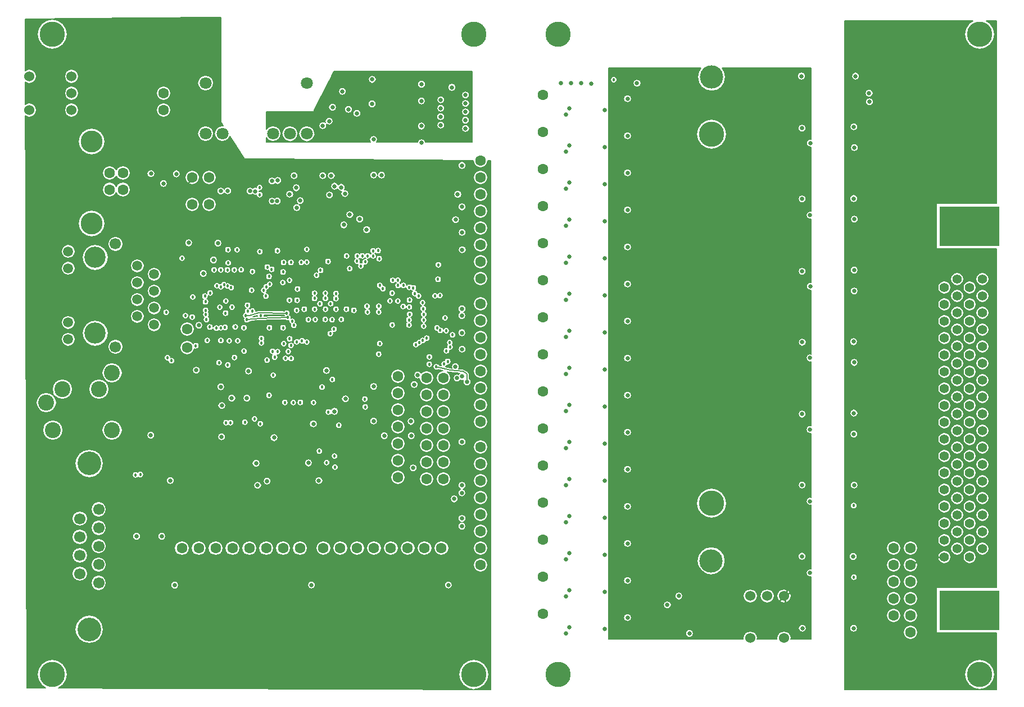
<source format=gbr>
G04 (created by PCBNEW-RS274X (2010-03-14)-final) date Mon 31 Jan 2011 05:12:30 PM EST*
G01*
G70*
G90*
%MOIN*%
G04 Gerber Fmt 3.4, Leading zero omitted, Abs format*
%FSLAX34Y34*%
G04 APERTURE LIST*
%ADD10C,0.001000*%
%ADD11C,0.063000*%
%ADD12C,0.149600*%
%ADD13C,0.137800*%
%ADD14C,0.150000*%
%ADD15C,0.140000*%
%ADD16C,0.066900*%
%ADD17C,0.070900*%
%ADD18C,0.129900*%
%ADD19C,0.060000*%
%ADD20C,0.055000*%
%ADD21R,0.354300X0.236200*%
%ADD22C,0.126000*%
%ADD23C,0.059100*%
%ADD24C,0.094500*%
%ADD25C,0.025000*%
%ADD26C,0.018000*%
%ADD27C,0.005000*%
%ADD28C,0.010000*%
%ADD29C,0.008000*%
%ADD30C,0.007000*%
G04 APERTURE END LIST*
G54D10*
G54D11*
X41900Y-24500D03*
X41900Y-25500D03*
X41900Y-26500D03*
X41900Y-27500D03*
X41900Y-28500D03*
X41900Y-29500D03*
X40900Y-24500D03*
X40900Y-25500D03*
X40900Y-26500D03*
X40900Y-27500D03*
X40900Y-28500D03*
G54D12*
X30100Y00068D03*
G54D13*
X30108Y03454D03*
G54D12*
X30100Y-21845D03*
G54D13*
X30084Y-25254D03*
G54D14*
X16000Y-32000D03*
X-09000Y06000D03*
X16000Y06000D03*
X-09000Y-32000D03*
G54D11*
X-02400Y02500D03*
X-02400Y01500D03*
X-00700Y-04100D03*
X00300Y-04100D03*
X-00700Y-02500D03*
X00300Y-02500D03*
X11500Y-14300D03*
X11500Y-15300D03*
X11500Y-16300D03*
X11500Y-17300D03*
X11500Y-18300D03*
X11500Y-19300D03*
X11500Y-20300D03*
X14200Y-20400D03*
X13200Y-20400D03*
X14200Y-19400D03*
X13200Y-19400D03*
X14200Y-18400D03*
X13200Y-18400D03*
X14200Y-17400D03*
X13200Y-17400D03*
X14200Y-16400D03*
X13200Y-16400D03*
X14200Y-15400D03*
X13200Y-15400D03*
X14200Y-14400D03*
X13200Y-14400D03*
X16400Y-01500D03*
X16400Y-02500D03*
X16400Y-04500D03*
X16400Y-05500D03*
X16400Y-06500D03*
X16400Y-07500D03*
X16400Y-08500D03*
X16400Y-03500D03*
X16400Y-10000D03*
X16400Y-11000D03*
X16400Y-13000D03*
X16400Y-14000D03*
X16400Y-15000D03*
X16400Y-16000D03*
X16400Y-17000D03*
X16400Y-12000D03*
X16400Y-18500D03*
X16400Y-19500D03*
X16400Y-21500D03*
X16400Y-22500D03*
X16400Y-23500D03*
X16400Y-24500D03*
X16400Y-25500D03*
X16400Y-20500D03*
G54D15*
X-06800Y-19480D03*
G54D16*
X-06241Y-22206D03*
X-06241Y-23297D03*
X-06241Y-24387D03*
X-06241Y-25478D03*
X-06241Y-26569D03*
X-07359Y-22752D03*
X-07359Y-23842D03*
X-07359Y-24933D03*
X-07359Y-26023D03*
G54D15*
X-06800Y-29319D03*
G54D17*
X00100Y00100D03*
X01100Y00100D03*
X04100Y00100D03*
X05100Y00100D03*
X06100Y00100D03*
X06100Y03100D03*
X00100Y03100D03*
G54D18*
X-06660Y-00359D03*
X-06660Y-05241D03*
G54D11*
X-05593Y-02237D03*
X-04806Y-02237D03*
X-04806Y-03221D03*
X-05593Y-03221D03*
G54D19*
X34400Y-27350D03*
X33400Y-27350D03*
X32400Y-27350D03*
X32400Y-29850D03*
X34400Y-29850D03*
X-07850Y01500D03*
X-07850Y02500D03*
X-07850Y03500D03*
X-10350Y03500D03*
X-10350Y01500D03*
G54D20*
X43919Y-25035D03*
X44669Y-24535D03*
X43919Y-24035D03*
X44669Y-23535D03*
X43919Y-23035D03*
X44669Y-22535D03*
X43919Y-22035D03*
X44669Y-21535D03*
X43919Y-21035D03*
X44669Y-20535D03*
X43919Y-20035D03*
X44669Y-19535D03*
X43919Y-19035D03*
X44669Y-18535D03*
X43919Y-18035D03*
X44669Y-17535D03*
X43919Y-17035D03*
X44669Y-16535D03*
X43919Y-16035D03*
X44669Y-15535D03*
X43919Y-15035D03*
X44669Y-14535D03*
X43919Y-14035D03*
X44669Y-13535D03*
X43919Y-13035D03*
X44669Y-12535D03*
X43919Y-12035D03*
X44669Y-11535D03*
X43919Y-11035D03*
X44669Y-10535D03*
X43919Y-10035D03*
X44669Y-09535D03*
X43919Y-09035D03*
X44669Y-08535D03*
X45419Y-25035D03*
X46169Y-24535D03*
X45419Y-24035D03*
X46169Y-23535D03*
X45419Y-23035D03*
X46169Y-22535D03*
X45419Y-22035D03*
X46169Y-21535D03*
X45419Y-21035D03*
X46169Y-20535D03*
X45419Y-20035D03*
X46169Y-19535D03*
X45419Y-19035D03*
X46169Y-18535D03*
X45419Y-18035D03*
X46169Y-17535D03*
X45419Y-17035D03*
X46169Y-16535D03*
X45419Y-16035D03*
X46169Y-15535D03*
X45419Y-15035D03*
X46169Y-14535D03*
X45419Y-14035D03*
X46169Y-13535D03*
X45419Y-13035D03*
X46169Y-12535D03*
X45419Y-12035D03*
X46169Y-11535D03*
X45419Y-11035D03*
X46169Y-10535D03*
X45419Y-10035D03*
X46169Y-09535D03*
X45419Y-09035D03*
X46169Y-08535D03*
G54D21*
X45419Y-28185D03*
X45419Y-05385D03*
G54D22*
X-06451Y-07251D03*
X-06451Y-11751D03*
G54D16*
X-05250Y-06448D03*
X-05250Y-12552D03*
G54D23*
X-08049Y-06891D03*
X-08049Y-12111D03*
X-08049Y-07891D03*
X-08049Y-11111D03*
X-03951Y-07751D03*
X-02951Y-08251D03*
X-03951Y-08751D03*
X-02951Y-09251D03*
X-03951Y-09751D03*
X-02951Y-10251D03*
X-03951Y-10751D03*
X-02951Y-11251D03*
G54D24*
X-09349Y-15859D03*
X-08404Y-15072D03*
X-06239Y-15072D03*
X-05451Y-14107D03*
X-05451Y-17493D03*
X-08955Y-17493D03*
G54D11*
X20117Y-26185D03*
X20117Y-21785D03*
X20117Y-23985D03*
X20117Y-15185D03*
X20117Y-17385D03*
X20117Y-19585D03*
X20117Y-12985D03*
X20117Y-06385D03*
X20117Y-04185D03*
X20117Y-08585D03*
X20117Y00215D03*
X20117Y-01985D03*
X20117Y-10785D03*
X20117Y02415D03*
X03690Y-24510D03*
X04690Y-24510D03*
X05690Y-24510D03*
X02690Y-24510D03*
X01690Y-24510D03*
X00690Y-24510D03*
X-00310Y-24510D03*
X-01310Y-24510D03*
X14083Y-24496D03*
X13083Y-24496D03*
X12083Y-24496D03*
X11083Y-24496D03*
X10083Y-24496D03*
X09083Y-24496D03*
X08083Y-24496D03*
X07083Y-24496D03*
X-01000Y-11500D03*
X-01000Y-12600D03*
X20117Y-28385D03*
G54D14*
X46000Y-32000D03*
X46000Y06000D03*
X21000Y-32000D03*
X21000Y06000D03*
G54D25*
X04044Y-03906D03*
G54D26*
X03859Y-08377D03*
X01854Y-11374D03*
X14014Y-11576D03*
X10421Y-12362D03*
X06098Y-12271D03*
G54D25*
X08357Y-03456D03*
G54D26*
X00101Y-10385D03*
X01251Y-11401D03*
X00367Y-09353D03*
X01615Y-09038D03*
X-00662Y-09598D03*
X00601Y-07989D03*
X00998Y-07986D03*
X01395Y-07986D03*
X01799Y-07986D03*
X-01300Y-07295D03*
X-02240Y-10505D03*
X04969Y-10816D03*
X02539Y-10943D03*
G54D25*
X15297Y-23200D03*
X15603Y-14641D03*
X15320Y-06792D03*
X07266Y-13964D03*
G54D26*
X13784Y-13740D03*
G54D25*
X15309Y-05761D03*
X15301Y-14316D03*
X15305Y-22738D03*
G54D26*
X09563Y-16121D03*
X06501Y-15861D03*
X04731Y-12368D03*
X14739Y-11844D03*
X05160Y-12475D03*
X14368Y-11601D03*
X03857Y-15435D03*
X03740Y-13351D03*
X04997Y-12836D03*
X14574Y-12301D03*
X02998Y-16833D03*
X02424Y-17032D03*
X04067Y-12823D03*
X14459Y-13424D03*
X05169Y-13251D03*
X14383Y-12787D03*
X04833Y-13240D03*
X14589Y-12561D03*
X04367Y-12837D03*
X14244Y-13571D03*
X04693Y-11418D03*
X01572Y-17055D03*
X03883Y-11425D03*
X01319Y-17052D03*
X02476Y-10696D03*
X04910Y-10552D03*
X03757Y-07821D03*
X02595Y-10439D03*
X05231Y-11040D03*
X-02163Y-13200D03*
X00112Y-10638D03*
X03902Y-08837D03*
X00998Y-11428D03*
X02372Y-11420D03*
X03676Y-09546D03*
X00734Y-11447D03*
X03549Y-09199D03*
X00348Y-11383D03*
X00150Y-10936D03*
X03690Y-08994D03*
X12187Y-09020D03*
X09390Y-07153D03*
X09544Y-15652D03*
G54D25*
X14922Y-05004D03*
X14912Y-13729D03*
X15010Y-14409D03*
X14840Y-21580D03*
G54D26*
X05712Y-15856D03*
X11158Y-09369D03*
X09309Y-07757D03*
X05300Y-15866D03*
X07615Y-14498D03*
X06844Y-18750D03*
X09084Y-07468D03*
X11813Y-10162D03*
X11035Y-09829D03*
X09090Y-07165D03*
G54D25*
X12674Y-14225D03*
G54D26*
X05330Y-11278D03*
X-01927Y-13379D03*
X02587Y-10085D03*
X02878Y-10435D03*
G54D25*
X12472Y-14791D03*
X24903Y03061D03*
X24585Y02224D03*
X24583Y00020D03*
X24577Y-02193D03*
X24578Y-04390D03*
X24572Y-06603D03*
X24583Y-08780D03*
X24581Y-10983D03*
X24585Y-13176D03*
X24573Y-15400D03*
X24572Y-17604D03*
X24570Y-19807D03*
X24573Y-22000D03*
X24570Y-24207D03*
X24580Y-26387D03*
X24576Y-28594D03*
X27394Y-29119D03*
X26655Y-29649D03*
X31137Y-29794D03*
X35482Y00012D03*
X35470Y-04208D03*
X35478Y-08492D03*
X35482Y-12716D03*
X35466Y-17004D03*
X35470Y-21204D03*
X35478Y-25428D03*
X35510Y-29712D03*
X35490Y-13994D03*
X35478Y-09733D03*
X35502Y-05498D03*
X35482Y-01229D03*
X35441Y03027D03*
X35522Y-26743D03*
X35485Y-22484D03*
X35499Y-18238D03*
X25121Y-28632D03*
X23781Y-29290D03*
X21472Y-29571D03*
X21472Y-27371D03*
X23781Y-27090D03*
X25121Y-26432D03*
X21472Y-25171D03*
X23781Y-24890D03*
X25121Y-24232D03*
X21472Y-22971D03*
X23781Y-22690D03*
X25121Y-22032D03*
X21472Y-20771D03*
X23781Y-20490D03*
X25121Y-19832D03*
X21472Y-18571D03*
X23781Y-18290D03*
X25121Y-17632D03*
X21472Y-16371D03*
X23781Y-16090D03*
X25121Y-15432D03*
X21472Y-14171D03*
X23781Y-13890D03*
X25121Y-13232D03*
X21472Y-11971D03*
X23781Y-11690D03*
X25121Y-11032D03*
X21472Y-09771D03*
X23781Y-09490D03*
X25121Y-08832D03*
X21472Y-07571D03*
X23781Y-07290D03*
X25121Y-06632D03*
X21472Y-05371D03*
X23781Y-05090D03*
X25121Y-04432D03*
X21472Y-03171D03*
X23781Y-02890D03*
X25121Y-02232D03*
X21472Y-00971D03*
X23781Y-00690D03*
X25121Y-00032D03*
X21472Y01229D03*
X23781Y01510D03*
X25121Y02168D03*
X25687Y03095D03*
X28795Y-29565D03*
X28167Y-27349D03*
X27484Y-27871D03*
X35470Y00423D03*
X35478Y-03773D03*
X35474Y-08073D03*
X35486Y-12281D03*
X35478Y-16549D03*
X35478Y-20756D03*
X35470Y-24988D03*
X35490Y-29256D03*
G54D26*
X24308Y03300D03*
G54D25*
X35947Y-21718D03*
X35943Y-17465D03*
X35943Y-13215D03*
X35963Y-08964D03*
X35953Y-04743D03*
X35963Y-00464D03*
X35949Y-25978D03*
X35438Y03515D03*
X21682Y-02796D03*
X21682Y-00596D03*
X21682Y01604D03*
X21170Y03105D03*
X21682Y-29196D03*
X21682Y-26996D03*
X21682Y-24796D03*
X21682Y-22596D03*
X22968Y03072D03*
X21682Y-20396D03*
X21682Y-18196D03*
X21682Y-15996D03*
X21682Y-13796D03*
X22366Y03089D03*
X21682Y-11596D03*
X21682Y-09396D03*
X21682Y-07196D03*
X21682Y-04996D03*
X21781Y03097D03*
G54D26*
X05084Y-12079D03*
G54D25*
X07447Y-03538D03*
G54D26*
X04107Y-14237D03*
X04796Y-15854D03*
X05813Y-12200D03*
G54D25*
X08149Y-03088D03*
G54D26*
X05499Y-12260D03*
G54D25*
X07747Y-03020D03*
X15511Y00898D03*
X15516Y01392D03*
X15516Y01895D03*
X14045Y02108D03*
X14040Y01610D03*
X14035Y01106D03*
X14045Y00603D03*
X12900Y02044D03*
X14705Y02848D03*
X12891Y00549D03*
X07423Y00843D03*
X07048Y00569D03*
X09069Y01303D03*
X10057Y-00250D03*
X09969Y01866D03*
X09985Y03319D03*
X11641Y02054D03*
X11641Y00553D03*
X08593Y00847D03*
X10550Y-00245D03*
X14949Y03593D03*
X15516Y00403D03*
X15512Y02396D03*
X07624Y01664D03*
X08572Y01542D03*
X08210Y02608D03*
G54D26*
X10328Y-06851D03*
X12157Y-10954D03*
X12179Y-10194D03*
X13033Y-11328D03*
X13036Y-10627D03*
X12968Y-09934D03*
X10363Y-12992D03*
X06561Y-09372D03*
X07197Y-09372D03*
X07832Y-09385D03*
X07832Y-10323D03*
X07207Y-10320D03*
X06568Y-10323D03*
X06884Y-10000D03*
X07520Y-09997D03*
X06558Y-09678D03*
X07204Y-09681D03*
X07826Y-09691D03*
X05498Y-10385D03*
X08891Y-10389D03*
X07715Y-11505D03*
X07490Y-11774D03*
X06683Y-08308D03*
X06918Y-08016D03*
G54D25*
X-03997Y-23802D03*
X-02501Y-23800D03*
G54D26*
X05078Y-08607D03*
X05522Y-09790D03*
G54D25*
X15305Y-01787D03*
X15305Y-04248D03*
X15305Y-10299D03*
X15291Y-10703D03*
X15312Y-12697D03*
X15305Y-18197D03*
X15291Y-21222D03*
G54D26*
X03318Y-06905D03*
X02878Y-08088D03*
X01498Y-12196D03*
X00943Y-10203D03*
X01299Y-09842D03*
X01663Y-10200D03*
X01287Y-10553D03*
X-00696Y-10792D03*
X02828Y-09194D03*
X01810Y-13193D03*
X00895Y-13497D03*
X00196Y-12175D03*
X-00480Y-12488D03*
G54D25*
X-00454Y-13942D03*
X00999Y-14924D03*
X-03153Y-17802D03*
X02644Y-13996D03*
X02547Y-15603D03*
X10694Y-17833D03*
X10058Y-16964D03*
X12283Y-16980D03*
G54D26*
X07362Y-07489D03*
X13366Y-13591D03*
X-01095Y-10703D03*
G54D25*
X09653Y-05600D03*
X09236Y-04974D03*
X08295Y-05317D03*
G54D26*
X01437Y-07575D03*
G54D25*
X03047Y-03319D03*
X00994Y-03308D03*
X02728Y-03309D03*
X01412Y-03296D03*
X04380Y-02680D03*
X04038Y-02709D03*
X04346Y-03900D03*
X05345Y-02396D03*
X07047Y-02396D03*
X07552Y-02390D03*
X10068Y-02355D03*
X05087Y-03496D03*
X05712Y-03878D03*
X00568Y-07401D03*
X03183Y-20779D03*
X06198Y-19448D03*
X03090Y-19466D03*
X14496Y-26691D03*
X06373Y-26691D03*
X-01733Y-26699D03*
X39452Y02502D03*
X39469Y01991D03*
G54D26*
X13880Y-08547D03*
X13829Y-11436D03*
X07770Y-19697D03*
X-03776Y-20134D03*
G54D25*
X38546Y00506D03*
X38539Y-03753D03*
X38567Y-07998D03*
X38525Y-12251D03*
X38559Y-20765D03*
X38503Y-25003D03*
X38531Y-29262D03*
X38552Y-16486D03*
X07745Y-16385D03*
X01050Y-17895D03*
G54D26*
X03342Y-17119D03*
G54D25*
X04154Y-17949D03*
X06488Y-17130D03*
G54D26*
X04189Y-13169D03*
X06097Y-07532D03*
X04362Y-06855D03*
G54D25*
X-02402Y-02858D03*
X-01639Y-02286D03*
X-03145Y-02276D03*
X-01994Y-20491D03*
X00829Y-06400D03*
X-00042Y-08202D03*
G54D26*
X04676Y-08741D03*
X04018Y-07959D03*
X38548Y-26230D03*
X38537Y-21979D03*
G54D25*
X38547Y-17733D03*
X38568Y-13480D03*
X38568Y-09238D03*
X38578Y-04978D03*
X38578Y-00729D03*
X38645Y03513D03*
X05501Y-04289D03*
X-00300Y-11279D03*
G54D26*
X09672Y-10147D03*
X12768Y-12296D03*
X10366Y-10485D03*
X12973Y-12183D03*
X09698Y-10490D03*
X12563Y-12421D03*
X10369Y-10148D03*
X13215Y-12038D03*
X12501Y-09388D03*
X08454Y-07162D03*
X01000Y-08994D03*
X11498Y-09843D03*
X09568Y-07504D03*
X01403Y-08944D03*
X05071Y-09790D03*
X01188Y-08860D03*
X00771Y-08931D03*
X05549Y-09121D03*
X03407Y-12059D03*
X00062Y-09551D03*
X01968Y-06794D03*
X07739Y-19041D03*
X03303Y-03518D03*
X03300Y-03098D03*
G54D25*
X05475Y-03116D03*
G54D26*
X09711Y-07153D03*
X13702Y-09532D03*
X10428Y-08906D03*
X13997Y-09507D03*
X12727Y-09535D03*
X08643Y-07911D03*
X12420Y-09053D03*
X10616Y-09103D03*
X11821Y-08904D03*
X10031Y-06855D03*
X11509Y-08911D03*
X10033Y-07166D03*
X11503Y-08594D03*
X10395Y-07320D03*
G54D25*
X-00907Y-06384D03*
X08651Y-04705D03*
G54D26*
X00090Y-09880D03*
X07385Y-16426D03*
X07999Y-17215D03*
X03407Y-12322D03*
G54D25*
X12906Y03034D03*
X12906Y-00444D03*
G54D26*
X06650Y-08717D03*
X07153Y-08719D03*
X07656Y-08723D03*
X08184Y-08724D03*
X06099Y-08720D03*
X08436Y-09385D03*
X05949Y-09371D03*
X07438Y-08009D03*
X-01101Y-10431D03*
X11194Y-08609D03*
X12159Y-11257D03*
X12205Y-10622D03*
X12192Y-09779D03*
X13035Y-10961D03*
X13003Y-10292D03*
X11166Y-11258D03*
X06195Y-10942D03*
X06601Y-10939D03*
X07192Y-10928D03*
X07596Y-10945D03*
X08150Y-10928D03*
X05948Y-10320D03*
X08450Y-10323D03*
X03361Y-10690D03*
X02003Y-12197D03*
X02378Y-12809D03*
G54D25*
X01056Y-16045D03*
X01652Y-15599D03*
G54D26*
X07003Y-14950D03*
G54D25*
X10064Y-14904D03*
X08390Y-15646D03*
X12292Y-17833D03*
X12409Y-19741D03*
G54D26*
X13371Y-13152D03*
X02208Y-07983D03*
X01429Y-06793D03*
G54D25*
X10532Y-02361D03*
X03740Y-20523D03*
X06819Y-20494D03*
G54D26*
X13904Y-07692D03*
X14299Y-10842D03*
X01003Y-12179D03*
X01412Y-13634D03*
X07279Y-19428D03*
X-04051Y-20158D03*
G54D25*
X15053Y-03499D03*
X15300Y-11719D03*
X15306Y-20776D03*
G54D26*
X04688Y-08114D03*
X04727Y-07545D03*
X05154Y-07546D03*
X05774Y-07546D03*
X06098Y-06771D03*
G54D25*
X38546Y00046D03*
X38539Y-04206D03*
X38553Y-08451D03*
X38560Y-12718D03*
X38544Y-16963D03*
X38552Y-21218D03*
X38531Y-25449D03*
X38517Y-29722D03*
G54D27*
X04969Y-10816D02*
X03327Y-10861D01*
X03327Y-10861D02*
X02542Y-10936D01*
X15603Y-14641D02*
X15607Y-14168D01*
X15607Y-14168D02*
X15375Y-14015D01*
X15375Y-14015D02*
X14594Y-13942D01*
X14594Y-13942D02*
X13784Y-13740D01*
X04910Y-10552D02*
X03235Y-10522D01*
X03235Y-10522D02*
X02703Y-10700D01*
X02703Y-10700D02*
X02476Y-10696D01*
G54D28*
X34400Y-27350D02*
X35478Y-25428D01*
X34400Y-27350D02*
X34788Y-29064D01*
X34788Y-29064D02*
X35200Y-29697D01*
X35200Y-29697D02*
X35510Y-29712D01*
X35478Y-25428D02*
X34922Y-24940D01*
X35485Y-22484D02*
X34922Y-24940D01*
X35470Y-21204D02*
X35064Y-20690D01*
X35064Y-20690D02*
X35499Y-18238D01*
X35466Y-17004D02*
X35089Y-16583D01*
X35089Y-16583D02*
X35490Y-13994D01*
X35215Y-12420D02*
X35482Y-12716D01*
X35215Y-12420D02*
X35478Y-09733D01*
X35478Y-08492D02*
X35055Y-08092D01*
X35055Y-08092D02*
X35502Y-05498D01*
X35470Y-04208D02*
X35072Y-03751D01*
X35072Y-03751D02*
X35482Y-01229D01*
X24576Y-28594D02*
X24580Y-26387D01*
X24580Y-26387D02*
X24570Y-24207D01*
X24570Y-24207D02*
X24573Y-22000D01*
X24573Y-22000D02*
X24570Y-19807D01*
X24570Y-19807D02*
X24572Y-17604D01*
X24572Y-17604D02*
X24573Y-15400D01*
X24573Y-15400D02*
X24585Y-13176D01*
X24585Y-13176D02*
X24581Y-10983D01*
X24581Y-10983D02*
X24583Y-08780D01*
X24583Y-08780D02*
X24572Y-06603D01*
X24572Y-06603D02*
X24578Y-04390D01*
X24578Y-04390D02*
X24577Y-02193D01*
X24577Y-02193D02*
X24583Y00020D01*
X24583Y00020D02*
X24585Y02224D01*
X24585Y02224D02*
X24903Y03061D01*
X24573Y-15400D02*
X25296Y-16203D01*
X25296Y-16203D02*
X35466Y-17004D01*
X34400Y-27350D02*
X33281Y-28521D01*
X33281Y-28521D02*
X31301Y-29432D01*
X31301Y-29432D02*
X31137Y-29794D01*
X31137Y-29794D02*
X28207Y-29865D01*
X28207Y-29865D02*
X26655Y-29649D01*
X26655Y-29649D02*
X24897Y-29114D01*
X24897Y-29114D02*
X24576Y-28594D01*
X26655Y-29649D02*
X27394Y-29119D01*
X35490Y-13994D02*
X35482Y-12716D01*
X35478Y-09733D02*
X35478Y-08492D01*
X35502Y-05498D02*
X35470Y-04208D01*
X35482Y-01229D02*
X35482Y00012D01*
X35482Y00012D02*
X35082Y00400D01*
X35082Y00400D02*
X35441Y03027D01*
X34400Y-27350D02*
X35522Y-26743D01*
X35485Y-22484D02*
X35470Y-21204D01*
X35499Y-18238D02*
X35466Y-17004D01*
G54D29*
X08593Y00847D02*
X10497Y00100D01*
X10497Y00100D02*
X10550Y-00245D01*
X10497Y00100D02*
X11641Y00553D01*
X11641Y00553D02*
X11641Y02054D01*
X11641Y02054D02*
X13862Y02931D01*
X13862Y02931D02*
X14949Y03593D01*
G54D28*
X-01101Y-10431D02*
X00184Y-10071D01*
X00184Y-10071D02*
X01216Y-09590D01*
X01216Y-09590D02*
X03154Y-09660D01*
X03154Y-09660D02*
X03941Y-09862D01*
X03941Y-09862D02*
X05078Y-09437D01*
X05078Y-09437D02*
X05949Y-09371D01*
X05949Y-09371D02*
X06099Y-08720D01*
X06099Y-08720D02*
X06398Y-06902D01*
X05345Y-05867D02*
X-01300Y-04923D01*
X-01300Y-04923D02*
X-01551Y-03759D01*
X-01551Y-03759D02*
X-00700Y-02500D01*
X06398Y-06902D02*
X06287Y-06145D01*
X06287Y-06145D02*
X05345Y-05867D01*
X43919Y-25035D02*
X42807Y-25050D01*
X42807Y-25050D02*
X41900Y-25500D01*
X42807Y-25050D02*
X42528Y-23767D01*
X42528Y-23767D02*
X39845Y-23823D01*
X39845Y-23823D02*
X38800Y-25397D01*
X38800Y-25397D02*
X38531Y-25449D01*
X39845Y-23823D02*
X38850Y-21197D01*
X38850Y-21197D02*
X38552Y-21218D01*
X38850Y-21197D02*
X38850Y-16897D01*
X38850Y-16897D02*
X38544Y-16963D01*
X38850Y-16897D02*
X38850Y-12697D01*
X38850Y-12697D02*
X38560Y-12718D01*
X38850Y-12697D02*
X38850Y-08397D01*
X38850Y-08397D02*
X38553Y-08451D01*
X38850Y-08397D02*
X38850Y-04197D01*
X38850Y-04197D02*
X38539Y-04206D01*
X38850Y-04197D02*
X38850Y00103D01*
X38850Y00103D02*
X38546Y00046D01*
X38800Y-25397D02*
X38800Y-29697D01*
X38800Y-29697D02*
X38517Y-29722D01*
G54D10*
G36*
X15900Y01489D02*
X15684Y01560D01*
X15900Y01769D01*
X15900Y01489D01*
X15900Y01489D01*
G37*
G54D30*
X15900Y01489D02*
X15684Y01560D01*
X15900Y01769D01*
X15900Y01489D01*
G54D10*
G36*
X15579Y03380D02*
X15900Y03800D01*
X15900Y03380D01*
X15579Y03380D01*
X15579Y03380D01*
G37*
G54D30*
X15579Y03380D02*
X15900Y03800D01*
X15900Y03380D01*
X15579Y03380D01*
G54D10*
G36*
X15735Y01301D02*
X15754Y01392D01*
X15900Y01152D01*
X15735Y01301D01*
X15735Y01301D01*
G37*
G54D30*
X15735Y01301D02*
X15754Y01392D01*
X15900Y01152D01*
X15735Y01301D01*
G54D10*
G36*
X15579Y00020D02*
X15516Y00166D01*
X15607Y00184D01*
X15579Y00020D01*
X15579Y00020D01*
G37*
G54D30*
X15579Y00020D02*
X15516Y00166D01*
X15607Y00184D01*
X15579Y00020D01*
G54D10*
G36*
X15579Y00020D02*
X15579Y-00400D01*
X14937Y00020D01*
X15579Y00020D01*
X15579Y00020D01*
G37*
G54D30*
X15579Y00020D02*
X15579Y-00400D01*
X14937Y00020D01*
X15579Y00020D01*
G54D10*
G36*
X15579Y03380D02*
X14937Y03380D01*
X15579Y03800D01*
X15579Y03380D01*
X15579Y03380D01*
G37*
G54D30*
X15579Y03380D02*
X14937Y03380D01*
X15579Y03800D01*
X15579Y03380D01*
G54D10*
G36*
X14272Y01106D02*
X14254Y01197D01*
X14937Y00860D01*
X14272Y01106D01*
X14272Y01106D01*
G37*
G54D30*
X14272Y01106D02*
X14254Y01197D01*
X14937Y00860D01*
X14272Y01106D01*
G54D10*
G36*
X15579Y00020D02*
X15900Y-00400D01*
X15579Y-00400D01*
X15579Y00020D01*
X15579Y00020D01*
G37*
G54D30*
X15579Y00020D02*
X15900Y-00400D01*
X15579Y-00400D01*
X15579Y00020D01*
G54D10*
G36*
X14937Y00860D02*
X14937Y00020D01*
X14264Y00512D01*
X14937Y00860D01*
X14937Y00860D01*
G37*
G54D30*
X14937Y00860D02*
X14937Y00020D01*
X14264Y00512D01*
X14937Y00860D01*
G54D10*
G36*
X14295Y01700D02*
X14264Y02017D01*
X14937Y01700D01*
X14295Y01700D01*
X14295Y01700D01*
G37*
G54D30*
X14295Y01700D02*
X14264Y02017D01*
X14937Y01700D01*
X14295Y01700D01*
G54D10*
G36*
X14942Y02848D02*
X14924Y02939D01*
X15421Y02615D01*
X14942Y02848D01*
X14942Y02848D01*
G37*
G54D30*
X14942Y02848D02*
X14924Y02939D01*
X15421Y02615D01*
X14942Y02848D01*
G54D10*
G36*
X14937Y03380D02*
X14295Y03380D01*
X14937Y03800D01*
X14937Y03380D01*
X14937Y03380D01*
G37*
G54D30*
X14937Y03380D02*
X14295Y03380D01*
X14937Y03800D01*
X14937Y03380D01*
G54D10*
G36*
X14295Y00020D02*
X14264Y00512D01*
X14937Y00020D01*
X14295Y00020D01*
X14295Y00020D01*
G37*
G54D30*
X14295Y00020D02*
X14264Y00512D01*
X14937Y00020D01*
X14295Y00020D01*
G54D10*
G36*
X14295Y00860D02*
X14272Y01106D01*
X14937Y00860D01*
X14295Y00860D01*
X14295Y00860D01*
G37*
G54D30*
X14295Y00860D02*
X14272Y01106D01*
X14937Y00860D01*
X14295Y00860D01*
G54D10*
G36*
X14295Y00020D02*
X14295Y-00400D01*
X13653Y00020D01*
X14295Y00020D01*
X14295Y00020D01*
G37*
G54D30*
X14295Y00020D02*
X14295Y-00400D01*
X13653Y00020D01*
X14295Y00020D01*
G54D10*
G36*
X13653Y00860D02*
X13011Y00860D01*
X13798Y01106D01*
X13653Y00860D01*
X13653Y00860D01*
G37*
G54D30*
X13653Y00860D02*
X13011Y00860D01*
X13798Y01106D01*
X13653Y00860D01*
G54D10*
G36*
X14264Y02017D02*
X14283Y02108D01*
X14937Y01700D01*
X14264Y02017D01*
X14264Y02017D01*
G37*
G54D30*
X14264Y02017D02*
X14283Y02108D01*
X14937Y01700D01*
X14264Y02017D01*
G54D10*
G36*
X13653Y01700D02*
X13877Y01940D01*
X13872Y01778D01*
X13653Y01700D01*
X13653Y01700D01*
G37*
G54D30*
X13653Y01700D02*
X13877Y01940D01*
X13872Y01778D01*
X13653Y01700D01*
G54D10*
G36*
X13653Y02540D02*
X13653Y03380D01*
X14468Y02848D01*
X13653Y02540D01*
X13653Y02540D01*
G37*
G54D30*
X13653Y02540D02*
X13653Y03380D01*
X14468Y02848D01*
X13653Y02540D01*
G54D10*
G36*
X13653Y01700D02*
X13816Y01197D01*
X13011Y01700D01*
X13653Y01700D01*
X13653Y01700D01*
G37*
G54D30*
X13653Y01700D02*
X13816Y01197D01*
X13011Y01700D01*
X13653Y01700D01*
G54D10*
G36*
X14295Y00020D02*
X14616Y-00400D01*
X14295Y-00400D01*
X14295Y00020D01*
X14295Y00020D01*
G37*
G54D30*
X14295Y00020D02*
X14616Y-00400D01*
X14295Y-00400D01*
X14295Y00020D01*
G54D10*
G36*
X14295Y00860D02*
X14937Y00860D01*
X14283Y00603D01*
X14295Y00860D01*
X14295Y00860D01*
G37*
G54D30*
X14295Y00860D02*
X14937Y00860D01*
X14283Y00603D01*
X14295Y00860D01*
G54D10*
G36*
X14295Y01700D02*
X14937Y01700D01*
X14277Y01610D01*
X14295Y01700D01*
X14295Y01700D01*
G37*
G54D30*
X14295Y01700D02*
X14937Y01700D01*
X14277Y01610D01*
X14295Y01700D01*
G54D10*
G36*
X12368Y01700D02*
X12809Y01825D01*
X13011Y01700D01*
X12368Y01700D01*
X12368Y01700D01*
G37*
G54D30*
X12368Y01700D02*
X12809Y01825D01*
X13011Y01700D01*
X12368Y01700D01*
G54D10*
G36*
X14295Y03380D02*
X14468Y02848D01*
X13653Y03380D01*
X14295Y03380D01*
X14295Y03380D01*
G37*
G54D30*
X14295Y03380D02*
X14468Y02848D01*
X13653Y03380D01*
X14295Y03380D01*
G54D10*
G36*
X13011Y02540D02*
X12809Y02263D01*
X12815Y02815D01*
X13011Y02540D01*
X13011Y02540D01*
G37*
G54D30*
X13011Y02540D02*
X12809Y02263D01*
X12815Y02815D01*
X13011Y02540D01*
G54D10*
G36*
X13011Y01700D02*
X12800Y00768D01*
X12368Y01700D01*
X13011Y01700D01*
X13011Y01700D01*
G37*
G54D30*
X13011Y01700D02*
X12800Y00768D01*
X12368Y01700D01*
X13011Y01700D01*
G54D10*
G36*
X13011Y00020D02*
X12815Y-00225D01*
X12800Y00330D01*
X13011Y00020D01*
X13011Y00020D01*
G37*
G54D30*
X13011Y00020D02*
X12815Y-00225D01*
X12800Y00330D01*
X13011Y00020D01*
G54D10*
G36*
X13011Y01700D02*
X13816Y01197D01*
X13011Y00860D01*
X13011Y01700D01*
X13011Y01700D01*
G37*
G54D30*
X13011Y01700D02*
X13816Y01197D01*
X13011Y00860D01*
X13011Y01700D01*
G54D10*
G36*
X13138Y02044D02*
X13119Y02135D01*
X13808Y02108D01*
X13138Y02044D01*
X13138Y02044D01*
G37*
G54D30*
X13138Y02044D02*
X13119Y02135D01*
X13808Y02108D01*
X13138Y02044D01*
G54D10*
G36*
X13653Y03380D02*
X13653Y02540D01*
X13143Y03034D01*
X13653Y03380D01*
X13653Y03380D01*
G37*
G54D30*
X13653Y03380D02*
X13653Y02540D01*
X13143Y03034D01*
X13653Y03380D01*
G54D10*
G36*
X12368Y01700D02*
X11726Y00860D01*
X11726Y01700D01*
X12368Y01700D01*
X12368Y01700D01*
G37*
G54D30*
X12368Y01700D02*
X11726Y00860D01*
X11726Y01700D01*
X12368Y01700D01*
G54D10*
G36*
X13011Y00860D02*
X12800Y00768D01*
X13011Y01700D01*
X13011Y00860D01*
X13011Y00860D01*
G37*
G54D30*
X13011Y00860D02*
X12800Y00768D01*
X13011Y01700D01*
X13011Y00860D01*
G54D10*
G36*
X11726Y00020D02*
X11726Y00860D01*
X12368Y00860D01*
X11726Y00020D01*
X11726Y00020D01*
G37*
G54D30*
X11726Y00020D02*
X11726Y00860D01*
X12368Y00860D01*
X11726Y00020D01*
G54D10*
G36*
X12368Y01700D02*
X11726Y01700D01*
X12368Y02540D01*
X12368Y01700D01*
X12368Y01700D01*
G37*
G54D30*
X12368Y01700D02*
X11726Y01700D01*
X12368Y02540D01*
X12368Y01700D01*
G54D10*
G36*
X12368Y02540D02*
X11726Y02540D01*
X12368Y03380D01*
X12368Y02540D01*
X12368Y02540D01*
G37*
G54D30*
X12368Y02540D02*
X11726Y02540D01*
X12368Y03380D01*
X12368Y02540D01*
G54D10*
G36*
X11726Y01700D02*
X11084Y00860D01*
X11084Y01700D01*
X11726Y01700D01*
X11726Y01700D01*
G37*
G54D30*
X11726Y01700D02*
X11084Y00860D01*
X11084Y01700D01*
X11726Y01700D01*
G54D10*
G36*
X12368Y00860D02*
X12368Y00020D01*
X11726Y00020D01*
X12368Y00860D01*
X12368Y00860D01*
G37*
G54D30*
X12368Y00860D02*
X12368Y00020D01*
X11726Y00020D01*
X12368Y00860D01*
G54D10*
G36*
X12368Y01700D02*
X12368Y00860D01*
X11726Y00860D01*
X12368Y01700D01*
X12368Y01700D01*
G37*
G54D30*
X12368Y01700D02*
X12368Y00860D01*
X11726Y00860D01*
X12368Y01700D01*
G54D10*
G36*
X11084Y00020D02*
X11084Y00860D01*
X11726Y00860D01*
X11084Y00020D01*
X11084Y00020D01*
G37*
G54D30*
X11084Y00020D02*
X11084Y00860D01*
X11726Y00860D01*
X11084Y00020D01*
G54D10*
G36*
X12368Y02540D02*
X11726Y01700D01*
X11726Y02540D01*
X12368Y02540D01*
X12368Y02540D01*
G37*
G54D30*
X12368Y02540D02*
X11726Y01700D01*
X11726Y02540D01*
X12368Y02540D01*
G54D10*
G36*
X11726Y01700D02*
X11084Y01700D01*
X11726Y02540D01*
X11726Y01700D01*
X11726Y01700D01*
G37*
G54D30*
X11726Y01700D02*
X11084Y01700D01*
X11726Y02540D01*
X11726Y01700D01*
G54D10*
G36*
X12368Y03380D02*
X11726Y02540D01*
X11726Y03380D01*
X12368Y03380D01*
X12368Y03380D01*
G37*
G54D30*
X12368Y03380D02*
X11726Y02540D01*
X11726Y03380D01*
X12368Y03380D01*
G54D10*
G36*
X11726Y02540D02*
X11084Y02540D01*
X11726Y03380D01*
X11726Y02540D01*
X11726Y02540D01*
G37*
G54D30*
X11726Y02540D02*
X11084Y02540D01*
X11726Y03380D01*
X11726Y02540D01*
G54D10*
G36*
X11084Y03380D02*
X11084Y03800D01*
X11726Y03380D01*
X11084Y03380D01*
X11084Y03380D01*
G37*
G54D30*
X11084Y03380D02*
X11084Y03800D01*
X11726Y03380D01*
X11084Y03380D01*
G54D10*
G36*
X11084Y01700D02*
X10442Y00860D01*
X10442Y01700D01*
X11084Y01700D01*
X11084Y01700D01*
G37*
G54D30*
X11084Y01700D02*
X10442Y00860D01*
X10442Y01700D01*
X11084Y01700D01*
G54D10*
G36*
X11726Y00860D02*
X11726Y00020D01*
X11084Y00020D01*
X11726Y00860D01*
X11726Y00860D01*
G37*
G54D30*
X11726Y00860D02*
X11726Y00020D01*
X11084Y00020D01*
X11726Y00860D01*
G54D10*
G36*
X11726Y01700D02*
X11726Y00860D01*
X11084Y00860D01*
X11726Y01700D01*
X11726Y01700D01*
G37*
G54D30*
X11726Y01700D02*
X11726Y00860D01*
X11084Y00860D01*
X11726Y01700D01*
G54D10*
G36*
X11084Y-00400D02*
X10376Y-00400D01*
X11084Y00020D01*
X11084Y-00400D01*
X11084Y-00400D01*
G37*
G54D30*
X11084Y-00400D02*
X10376Y-00400D01*
X11084Y00020D01*
X11084Y-00400D01*
G54D10*
G36*
X10442Y00020D02*
X10442Y00860D01*
X11084Y00860D01*
X10442Y00020D01*
X10442Y00020D01*
G37*
G54D30*
X10442Y00020D02*
X10442Y00860D01*
X11084Y00860D01*
X10442Y00020D01*
G54D10*
G36*
X11726Y02540D02*
X11084Y01700D01*
X11084Y02540D01*
X11726Y02540D01*
X11726Y02540D01*
G37*
G54D30*
X11726Y02540D02*
X11084Y01700D01*
X11084Y02540D01*
X11726Y02540D01*
G54D10*
G36*
X11084Y01700D02*
X10442Y01700D01*
X11084Y02540D01*
X11084Y01700D01*
X11084Y01700D01*
G37*
G54D30*
X11084Y01700D02*
X10442Y01700D01*
X11084Y02540D01*
X11084Y01700D01*
G54D10*
G36*
X11726Y03380D02*
X11084Y02540D01*
X11084Y03380D01*
X11726Y03380D01*
X11726Y03380D01*
G37*
G54D30*
X11726Y03380D02*
X11084Y02540D01*
X11084Y03380D01*
X11726Y03380D01*
G54D10*
G36*
X11084Y02540D02*
X10442Y02540D01*
X11084Y03380D01*
X11084Y02540D01*
X11084Y02540D01*
G37*
G54D30*
X11084Y02540D02*
X10442Y02540D01*
X11084Y03380D01*
X11084Y02540D01*
G54D10*
G36*
X10442Y03380D02*
X10763Y03800D01*
X11084Y03380D01*
X10442Y03380D01*
X10442Y03380D01*
G37*
G54D30*
X10442Y03380D02*
X10763Y03800D01*
X11084Y03380D01*
X10442Y03380D01*
G54D10*
G36*
X11084Y00860D02*
X11084Y00020D01*
X10442Y00020D01*
X11084Y00860D01*
X11084Y00860D01*
G37*
G54D30*
X11084Y00860D02*
X11084Y00020D01*
X10442Y00020D01*
X11084Y00860D01*
G54D10*
G36*
X11084Y01700D02*
X11084Y00860D01*
X10442Y00860D01*
X11084Y01700D01*
X11084Y01700D01*
G37*
G54D30*
X11084Y01700D02*
X11084Y00860D01*
X10442Y00860D01*
X11084Y01700D01*
G54D10*
G36*
X10442Y00860D02*
X10057Y-00013D01*
X09800Y00860D01*
X10442Y00860D01*
X10442Y00860D01*
G37*
G54D30*
X10442Y00860D02*
X10057Y-00013D01*
X09800Y00860D01*
X10442Y00860D01*
G54D10*
G36*
X11084Y02540D02*
X10442Y01700D01*
X10442Y02540D01*
X11084Y02540D01*
X11084Y02540D01*
G37*
G54D30*
X11084Y02540D02*
X10442Y01700D01*
X10442Y02540D01*
X11084Y02540D01*
G54D10*
G36*
X10442Y01700D02*
X10442Y00860D01*
X10060Y01647D01*
X10442Y01700D01*
X10442Y01700D01*
G37*
G54D30*
X10442Y01700D02*
X10442Y00860D01*
X10060Y01647D01*
X10442Y01700D01*
G54D10*
G36*
X11084Y03380D02*
X10442Y02540D01*
X10442Y03380D01*
X11084Y03380D01*
X11084Y03380D01*
G37*
G54D30*
X11084Y03380D02*
X10442Y02540D01*
X10442Y03380D01*
X11084Y03380D01*
G54D10*
G36*
X09158Y02540D02*
X09817Y03151D01*
X09800Y02540D01*
X09158Y02540D01*
X09158Y02540D01*
G37*
G54D30*
X09158Y02540D02*
X09817Y03151D01*
X09800Y02540D01*
X09158Y02540D01*
G54D10*
G36*
X10442Y03380D02*
X10276Y03800D01*
X10763Y03800D01*
X10442Y03380D01*
X10442Y03380D01*
G37*
G54D30*
X10442Y03380D02*
X10276Y03800D01*
X10763Y03800D01*
X10442Y03380D01*
G54D10*
G36*
X11084Y00020D02*
X10376Y-00400D01*
X10442Y00020D01*
X11084Y00020D01*
X11084Y00020D01*
G37*
G54D30*
X11084Y00020D02*
X10376Y-00400D01*
X10442Y00020D01*
X11084Y00020D01*
G54D10*
G36*
X10442Y00020D02*
X10295Y-00250D01*
X10276Y-00159D01*
X10442Y00020D01*
X10442Y00020D01*
G37*
G54D30*
X10442Y00020D02*
X10295Y-00250D01*
X10276Y-00159D01*
X10442Y00020D01*
G54D10*
G36*
X09800Y00860D02*
X10060Y01647D01*
X10442Y00860D01*
X09800Y00860D01*
X09800Y00860D01*
G37*
G54D30*
X09800Y00860D02*
X10060Y01647D01*
X10442Y00860D01*
X09800Y00860D01*
G54D10*
G36*
X09158Y00020D02*
X09158Y00860D01*
X09800Y00860D01*
X09158Y00020D01*
X09158Y00020D01*
G37*
G54D30*
X09158Y00020D02*
X09158Y00860D01*
X09800Y00860D01*
X09158Y00020D01*
G54D10*
G36*
X09800Y01700D02*
X09288Y01394D01*
X09750Y01775D01*
X09800Y01700D01*
X09800Y01700D01*
G37*
G54D30*
X09800Y01700D02*
X09288Y01394D01*
X09750Y01775D01*
X09800Y01700D01*
G54D10*
G36*
X10442Y02540D02*
X10204Y03228D01*
X10442Y03380D01*
X10442Y02540D01*
X10442Y02540D01*
G37*
G54D30*
X10442Y02540D02*
X10204Y03228D01*
X10442Y03380D01*
X10442Y02540D01*
G54D10*
G36*
X09800Y00860D02*
X09800Y00020D01*
X09158Y00020D01*
X09800Y00860D01*
X09800Y00860D01*
G37*
G54D30*
X09800Y00860D02*
X09800Y00020D01*
X09158Y00020D01*
X09800Y00860D01*
G54D10*
G36*
X08516Y00860D02*
X08978Y01084D01*
X09158Y00860D01*
X08516Y00860D01*
X08516Y00860D01*
G37*
G54D30*
X08516Y00860D02*
X08978Y01084D01*
X09158Y00860D01*
X08516Y00860D01*
G54D10*
G36*
X08516Y-00400D02*
X08516Y00020D01*
X08837Y-00400D01*
X08516Y-00400D01*
X08516Y-00400D01*
G37*
G54D30*
X08516Y-00400D02*
X08516Y00020D01*
X08837Y-00400D01*
X08516Y-00400D01*
G54D10*
G36*
X08516Y00020D02*
X08516Y00860D01*
X09158Y00860D01*
X08516Y00020D01*
X08516Y00020D01*
G37*
G54D30*
X08516Y00020D02*
X08516Y00860D01*
X09158Y00860D01*
X08516Y00020D01*
G54D10*
G36*
X10442Y02540D02*
X10060Y02085D01*
X09800Y02540D01*
X10442Y02540D01*
X10442Y02540D01*
G37*
G54D30*
X10442Y02540D02*
X10060Y02085D01*
X09800Y02540D01*
X10442Y02540D01*
G54D10*
G36*
X08516Y02540D02*
X08429Y02699D01*
X09158Y02540D01*
X08516Y02540D01*
X08516Y02540D01*
G37*
G54D30*
X08516Y02540D02*
X08429Y02699D01*
X09158Y02540D01*
X08516Y02540D01*
G54D10*
G36*
X09817Y03487D02*
X09536Y03800D01*
X09810Y03800D01*
X09817Y03487D01*
X09817Y03487D01*
G37*
G54D30*
X09817Y03487D02*
X09536Y03800D01*
X09810Y03800D01*
X09817Y03487D01*
G54D10*
G36*
X08516Y03380D02*
X08516Y03800D01*
X09158Y03380D01*
X08516Y03380D01*
X08516Y03380D01*
G37*
G54D30*
X08516Y03380D02*
X08516Y03800D01*
X09158Y03380D01*
X08516Y03380D01*
G54D10*
G36*
X09158Y00020D02*
X09820Y-00250D01*
X09158Y-00400D01*
X09158Y00020D01*
X09158Y00020D01*
G37*
G54D30*
X09158Y00020D02*
X09820Y-00250D01*
X09158Y-00400D01*
X09158Y00020D01*
G54D10*
G36*
X09158Y00860D02*
X09158Y00020D01*
X08516Y00020D01*
X09158Y00860D01*
X09158Y00860D01*
G37*
G54D30*
X09158Y00860D02*
X09158Y00020D01*
X08516Y00020D01*
X09158Y00860D01*
G54D10*
G36*
X07874Y-00400D02*
X07874Y00020D01*
X08195Y-00400D01*
X07874Y-00400D01*
X07874Y-00400D01*
G37*
G54D30*
X07874Y-00400D02*
X07874Y00020D01*
X08195Y-00400D01*
X07874Y-00400D01*
G54D10*
G36*
X07874Y00020D02*
X07874Y00860D01*
X08516Y00860D01*
X07874Y00020D01*
X07874Y00020D01*
G37*
G54D30*
X07874Y00020D02*
X07874Y00860D01*
X08516Y00860D01*
X07874Y00020D01*
G54D10*
G36*
X08353Y01633D02*
X07874Y01700D01*
X08404Y01710D01*
X08353Y01633D01*
X08353Y01633D01*
G37*
G54D30*
X08353Y01633D02*
X07874Y01700D01*
X08404Y01710D01*
X08353Y01633D01*
G54D10*
G36*
X08447Y02608D02*
X08429Y02699D01*
X08516Y02540D01*
X08447Y02608D01*
X08447Y02608D01*
G37*
G54D30*
X08447Y02608D02*
X08429Y02699D01*
X08516Y02540D01*
X08447Y02608D01*
G54D10*
G36*
X08516Y02540D02*
X08429Y02518D01*
X08447Y02608D01*
X08516Y02540D01*
X08516Y02540D01*
G37*
G54D30*
X08516Y02540D02*
X08429Y02518D01*
X08447Y02608D01*
X08516Y02540D01*
G54D10*
G36*
X07700Y03800D02*
X08516Y03800D01*
X07874Y03380D01*
X07700Y03800D01*
X07700Y03800D01*
G37*
G54D30*
X07700Y03800D02*
X08516Y03800D01*
X07874Y03380D01*
X07700Y03800D01*
G54D10*
G36*
X09158Y00020D02*
X08837Y-00400D01*
X08516Y00020D01*
X09158Y00020D01*
X09158Y00020D01*
G37*
G54D30*
X09158Y00020D02*
X08837Y-00400D01*
X08516Y00020D01*
X09158Y00020D01*
G54D10*
G36*
X08516Y00860D02*
X08516Y00020D01*
X07874Y00020D01*
X08516Y00860D01*
X08516Y00860D01*
G37*
G54D30*
X08516Y00860D02*
X08516Y00020D01*
X07874Y00020D01*
X08516Y00860D01*
G54D10*
G36*
X07232Y-00400D02*
X07232Y00020D01*
X07553Y-00400D01*
X07232Y-00400D01*
X07232Y-00400D01*
G37*
G54D30*
X07232Y-00400D02*
X07232Y00020D01*
X07553Y-00400D01*
X07232Y-00400D01*
G54D10*
G36*
X07874Y01700D02*
X07862Y01664D01*
X07844Y01755D01*
X07874Y01700D01*
X07874Y01700D01*
G37*
G54D30*
X07874Y01700D02*
X07862Y01664D01*
X07844Y01755D01*
X07874Y01700D01*
G54D10*
G36*
X07990Y02699D02*
X07874Y02540D01*
X07232Y02863D01*
X07990Y02699D01*
X07990Y02699D01*
G37*
G54D30*
X07990Y02699D02*
X07874Y02540D01*
X07232Y02863D01*
X07990Y02699D01*
G54D10*
G36*
X07874Y03380D02*
X07490Y03380D01*
X07700Y03800D01*
X07874Y03380D01*
X07874Y03380D01*
G37*
G54D30*
X07874Y03380D02*
X07490Y03380D01*
X07700Y03800D01*
X07874Y03380D01*
G54D10*
G36*
X07232Y01700D02*
X07255Y01011D01*
X06500Y01400D01*
X07232Y01700D01*
X07232Y01700D01*
G37*
G54D30*
X07232Y01700D02*
X07255Y01011D01*
X06500Y01400D01*
X07232Y01700D01*
G54D10*
G36*
X08516Y00020D02*
X08195Y-00400D01*
X07874Y00020D01*
X08516Y00020D01*
X08516Y00020D01*
G37*
G54D30*
X08516Y00020D02*
X08195Y-00400D01*
X07874Y00020D01*
X08516Y00020D01*
G54D10*
G36*
X07874Y00020D02*
X07553Y-00400D01*
X07232Y00020D01*
X07874Y00020D01*
X07874Y00020D01*
G37*
G54D30*
X07874Y00020D02*
X07553Y-00400D01*
X07232Y00020D01*
X07874Y00020D01*
G54D10*
G36*
X07874Y02540D02*
X07624Y01902D01*
X07232Y02540D01*
X07874Y02540D01*
X07874Y02540D01*
G37*
G54D30*
X07874Y02540D02*
X07624Y01902D01*
X07232Y02540D01*
X07874Y02540D01*
G54D10*
G36*
X06650Y01700D02*
X07070Y02540D01*
X07232Y01700D01*
X06650Y01700D01*
X06650Y01700D01*
G37*
G54D30*
X06650Y01700D02*
X07070Y02540D01*
X07232Y01700D01*
X06650Y01700D01*
G54D10*
G36*
X07874Y03380D02*
X08042Y02776D01*
X07490Y03380D01*
X07874Y03380D01*
X07874Y03380D01*
G37*
G54D30*
X07874Y03380D02*
X08042Y02776D01*
X07490Y03380D01*
X07874Y03380D01*
G54D10*
G36*
X07874Y00020D02*
X07591Y00675D01*
X07874Y00860D01*
X07874Y00020D01*
X07874Y00020D01*
G37*
G54D30*
X07874Y00020D02*
X07591Y00675D01*
X07874Y00860D01*
X07874Y00020D01*
G54D10*
G36*
X07232Y02540D02*
X07456Y01832D01*
X07070Y02540D01*
X07232Y02540D01*
X07232Y02540D01*
G37*
G54D30*
X07232Y02540D02*
X07456Y01832D01*
X07070Y02540D01*
X07232Y02540D01*
G54D10*
G36*
X07232Y00020D02*
X06839Y-00400D01*
X06589Y00020D01*
X07232Y00020D01*
X07232Y00020D01*
G37*
G54D30*
X07232Y00020D02*
X06839Y-00400D01*
X06589Y00020D01*
X07232Y00020D01*
G54D10*
G36*
X04663Y00860D02*
X04663Y01400D01*
X05076Y01400D01*
X04663Y00860D01*
X04663Y00860D01*
G37*
G54D30*
X04663Y00860D02*
X04663Y01400D01*
X05076Y01400D01*
X04663Y00860D01*
G54D10*
G36*
X05403Y-00400D02*
X05440Y-00240D01*
X05635Y-00400D01*
X05403Y-00400D01*
X05403Y-00400D01*
G37*
G54D30*
X05403Y-00400D02*
X05440Y-00240D01*
X05635Y-00400D01*
X05403Y-00400D01*
G54D10*
G36*
X05947Y01400D02*
X05947Y00860D01*
X05718Y01400D01*
X05947Y01400D01*
X05947Y01400D01*
G37*
G54D30*
X05947Y01400D02*
X05947Y00860D01*
X05718Y01400D01*
X05947Y01400D01*
G54D10*
G36*
X05305Y01400D02*
X05305Y00860D01*
X05076Y01400D01*
X05305Y01400D01*
X05305Y01400D01*
G37*
G54D30*
X05305Y01400D02*
X05305Y00860D01*
X05076Y01400D01*
X05305Y01400D01*
G54D10*
G36*
X03700Y-00400D02*
X03916Y-00344D01*
X03928Y-00400D01*
X03700Y-00400D01*
X03700Y-00400D01*
G37*
G54D30*
X03700Y-00400D02*
X03916Y-00344D01*
X03928Y-00400D01*
X03700Y-00400D01*
G54D10*
G36*
X04021Y00860D02*
X04021Y01400D01*
X04663Y00860D01*
X04021Y00860D01*
X04021Y00860D01*
G37*
G54D30*
X04021Y00860D02*
X04021Y01400D01*
X04663Y00860D01*
X04021Y00860D01*
G54D10*
G36*
X04663Y00860D02*
X04284Y00544D01*
X04021Y00860D01*
X04663Y00860D01*
X04663Y00860D01*
G37*
G54D30*
X04663Y00860D02*
X04284Y00544D01*
X04021Y00860D01*
X04663Y00860D01*
G54D10*
G36*
X15579Y03380D02*
X15579Y03800D01*
X15900Y03800D01*
X15579Y03380D01*
X15579Y03380D01*
G37*
G54D30*
X15579Y03380D02*
X15579Y03800D01*
X15900Y03800D01*
X15579Y03380D01*
G54D10*
G36*
X06589Y00860D02*
X05947Y00860D01*
X06500Y01400D01*
X06589Y00860D01*
X06589Y00860D01*
G37*
G54D30*
X06589Y00860D02*
X05947Y00860D01*
X06500Y01400D01*
X06589Y00860D01*
G54D10*
G36*
X05305Y00860D02*
X05718Y01400D01*
X05947Y00860D01*
X05305Y00860D01*
X05305Y00860D01*
G37*
G54D30*
X05305Y00860D02*
X05718Y01400D01*
X05947Y00860D01*
X05305Y00860D01*
G54D10*
G36*
X15579Y00020D02*
X15684Y00235D01*
X15900Y00020D01*
X15579Y00020D01*
X15579Y00020D01*
G37*
G54D30*
X15579Y00020D02*
X15684Y00235D01*
X15900Y00020D01*
X15579Y00020D01*
G54D10*
G36*
X04581Y00100D02*
X04628Y00054D01*
X04544Y-00084D01*
X04581Y00100D01*
X04581Y00100D01*
G37*
G54D30*
X04581Y00100D02*
X04628Y00054D01*
X04544Y-00084D01*
X04581Y00100D01*
G54D10*
G36*
X03700Y-00400D02*
X03760Y-00240D01*
X03916Y-00344D01*
X03700Y-00400D01*
X03700Y-00400D01*
G37*
G54D30*
X03700Y-00400D02*
X03760Y-00240D01*
X03916Y-00344D01*
X03700Y-00400D01*
G54D10*
G36*
X04097Y-00400D02*
X04100Y-00381D01*
X04253Y-00400D01*
X04097Y-00400D01*
X04097Y-00400D01*
G37*
G54D30*
X04097Y-00400D02*
X04100Y-00381D01*
X04253Y-00400D01*
X04097Y-00400D01*
G54D10*
G36*
X03700Y00860D02*
X04021Y00860D01*
X03700Y00671D01*
X03700Y00860D01*
X03700Y00860D01*
G37*
G54D30*
X03700Y00860D02*
X04021Y00860D01*
X03700Y00671D01*
X03700Y00860D01*
G54D10*
G36*
X03760Y00440D02*
X03700Y00350D01*
X03700Y00671D01*
X03760Y00440D01*
X03760Y00440D01*
G37*
G54D30*
X03760Y00440D02*
X03700Y00350D01*
X03700Y00671D01*
X03760Y00440D01*
G54D10*
G36*
X03916Y00544D02*
X04021Y00860D01*
X04100Y00581D01*
X03916Y00544D01*
X03916Y00544D01*
G37*
G54D30*
X03916Y00544D02*
X04021Y00860D01*
X04100Y00581D01*
X03916Y00544D01*
G54D10*
G36*
X04100Y00581D02*
X04021Y00860D01*
X04284Y00544D01*
X04100Y00581D01*
X04100Y00581D01*
G37*
G54D30*
X04100Y00581D02*
X04021Y00860D01*
X04284Y00544D01*
X04100Y00581D01*
G54D10*
G36*
X05947Y00860D02*
X05760Y00440D01*
X05305Y00860D01*
X05947Y00860D01*
X05947Y00860D01*
G37*
G54D30*
X05947Y00860D02*
X05760Y00440D01*
X05305Y00860D01*
X05947Y00860D01*
G54D10*
G36*
X04284Y00544D02*
X04663Y00860D01*
X04440Y00440D01*
X04284Y00544D01*
X04284Y00544D01*
G37*
G54D30*
X04284Y00544D02*
X04663Y00860D01*
X04440Y00440D01*
X04284Y00544D01*
G54D10*
G36*
X04663Y00860D02*
X04760Y00440D01*
X04440Y00440D01*
X04663Y00860D01*
X04663Y00860D01*
G37*
G54D30*
X04663Y00860D02*
X04760Y00440D01*
X04440Y00440D01*
X04663Y00860D01*
G54D10*
G36*
X05581Y00100D02*
X05619Y00100D01*
X05656Y-00084D01*
X05581Y00100D01*
X05581Y00100D01*
G37*
G54D30*
X05581Y00100D02*
X05619Y00100D01*
X05656Y-00084D01*
X05581Y00100D01*
G54D10*
G36*
X05544Y-00084D02*
X05581Y00100D01*
X05656Y-00084D01*
X05544Y-00084D01*
X05544Y-00084D01*
G37*
G54D30*
X05544Y-00084D02*
X05581Y00100D01*
X05656Y-00084D01*
X05544Y-00084D01*
G54D10*
G36*
X04760Y-00240D02*
X04733Y-00400D01*
X04502Y-00400D01*
X04760Y-00240D01*
X04760Y-00240D01*
G37*
G54D30*
X04760Y-00240D02*
X04733Y-00400D01*
X04502Y-00400D01*
X04760Y-00240D01*
G54D10*
G36*
X05440Y-00240D02*
X05403Y-00400D01*
X05284Y-00344D01*
X05440Y-00240D01*
X05440Y-00240D01*
G37*
G54D30*
X05440Y-00240D02*
X05403Y-00400D01*
X05284Y-00344D01*
X05440Y-00240D01*
G54D10*
G36*
X05100Y-00381D02*
X05109Y-00400D01*
X04886Y-00400D01*
X05100Y-00381D01*
X05100Y-00381D01*
G37*
G54D30*
X05100Y-00381D02*
X05109Y-00400D01*
X04886Y-00400D01*
X05100Y-00381D01*
G54D10*
G36*
X04733Y-00400D02*
X04760Y-00240D01*
X04886Y-00400D01*
X04733Y-00400D01*
X04733Y-00400D01*
G37*
G54D30*
X04733Y-00400D02*
X04760Y-00240D01*
X04886Y-00400D01*
X04733Y-00400D01*
G54D10*
G36*
X04440Y-00240D02*
X04544Y-00084D01*
X04760Y-00240D01*
X04440Y-00240D01*
X04440Y-00240D01*
G37*
G54D30*
X04440Y-00240D02*
X04544Y-00084D01*
X04760Y-00240D01*
X04440Y-00240D01*
G54D10*
G36*
X04760Y-00240D02*
X04544Y-00084D01*
X04656Y-00084D01*
X04760Y-00240D01*
X04760Y-00240D01*
G37*
G54D30*
X04760Y-00240D02*
X04544Y-00084D01*
X04656Y-00084D01*
X04760Y-00240D01*
G54D10*
G36*
X04581Y00100D02*
X04544Y00284D01*
X04619Y00100D01*
X04581Y00100D01*
X04581Y00100D01*
G37*
G54D30*
X04581Y00100D02*
X04544Y00284D01*
X04619Y00100D01*
X04581Y00100D01*
G54D10*
G36*
X04619Y00100D02*
X04544Y00284D01*
X04656Y00284D01*
X04619Y00100D01*
X04619Y00100D01*
G37*
G54D30*
X04619Y00100D02*
X04544Y00284D01*
X04656Y00284D01*
X04619Y00100D01*
G54D10*
G36*
X04760Y00440D02*
X04656Y00284D01*
X04440Y00440D01*
X04760Y00440D01*
X04760Y00440D01*
G37*
G54D30*
X04760Y00440D02*
X04656Y00284D01*
X04440Y00440D01*
X04760Y00440D01*
G54D10*
G36*
X04544Y00284D02*
X04440Y00440D01*
X04656Y00284D01*
X04544Y00284D01*
X04544Y00284D01*
G37*
G54D30*
X04544Y00284D02*
X04440Y00440D01*
X04656Y00284D01*
X04544Y00284D01*
G54D10*
G36*
X05305Y00860D02*
X05100Y00581D01*
X04663Y00860D01*
X05305Y00860D01*
X05305Y00860D01*
G37*
G54D30*
X05305Y00860D02*
X05100Y00581D01*
X04663Y00860D01*
X05305Y00860D01*
G54D10*
G36*
X04760Y00440D02*
X04663Y00860D01*
X04916Y00544D01*
X04760Y00440D01*
X04760Y00440D01*
G37*
G54D30*
X04760Y00440D02*
X04663Y00860D01*
X04916Y00544D01*
X04760Y00440D01*
G54D10*
G36*
X04916Y00544D02*
X04663Y00860D01*
X05100Y00581D01*
X04916Y00544D01*
X04916Y00544D01*
G37*
G54D30*
X04916Y00544D02*
X04663Y00860D01*
X05100Y00581D01*
X04916Y00544D01*
G54D10*
G36*
X05100Y00581D02*
X05305Y00860D01*
X05284Y00544D01*
X05100Y00581D01*
X05100Y00581D01*
G37*
G54D30*
X05100Y00581D02*
X05305Y00860D01*
X05284Y00544D01*
X05100Y00581D01*
G54D10*
G36*
X05284Y00544D02*
X05305Y00860D01*
X05440Y00440D01*
X05284Y00544D01*
X05284Y00544D01*
G37*
G54D30*
X05284Y00544D02*
X05305Y00860D01*
X05440Y00440D01*
X05284Y00544D01*
G54D10*
G36*
X05440Y00440D02*
X05305Y00860D01*
X05760Y00440D01*
X05440Y00440D01*
X05440Y00440D01*
G37*
G54D30*
X05440Y00440D02*
X05305Y00860D01*
X05760Y00440D01*
X05440Y00440D01*
G54D10*
G36*
X06544Y-00084D02*
X06839Y-00400D01*
X06481Y-00400D01*
X06544Y-00084D01*
X06544Y-00084D01*
G37*
G54D30*
X06544Y-00084D02*
X06839Y-00400D01*
X06481Y-00400D01*
X06544Y-00084D01*
G54D10*
G36*
X06440Y-00240D02*
X06481Y-00400D01*
X06320Y-00400D01*
X06440Y-00240D01*
X06440Y-00240D01*
G37*
G54D30*
X06440Y-00240D02*
X06481Y-00400D01*
X06320Y-00400D01*
X06440Y-00240D01*
G54D10*
G36*
X06284Y-00344D02*
X06440Y-00240D01*
X06320Y-00400D01*
X06284Y-00344D01*
X06284Y-00344D01*
G37*
G54D30*
X06284Y-00344D02*
X06440Y-00240D01*
X06320Y-00400D01*
X06284Y-00344D01*
G54D10*
G36*
X05920Y-00400D02*
X05916Y-00344D01*
X06093Y-00400D01*
X05920Y-00400D01*
X05920Y-00400D01*
G37*
G54D30*
X05920Y-00400D02*
X05916Y-00344D01*
X06093Y-00400D01*
X05920Y-00400D01*
G54D10*
G36*
X05635Y-00400D02*
X05760Y-00240D01*
X05920Y-00400D01*
X05635Y-00400D01*
X05635Y-00400D01*
G37*
G54D30*
X05635Y-00400D02*
X05760Y-00240D01*
X05920Y-00400D01*
X05635Y-00400D01*
G54D10*
G36*
X05440Y-00240D02*
X05544Y-00084D01*
X05760Y-00240D01*
X05440Y-00240D01*
X05440Y-00240D01*
G37*
G54D30*
X05440Y-00240D02*
X05544Y-00084D01*
X05760Y-00240D01*
X05440Y-00240D01*
G54D10*
G36*
X05760Y-00240D02*
X05544Y-00084D01*
X05656Y-00084D01*
X05760Y-00240D01*
X05760Y-00240D01*
G37*
G54D30*
X05760Y-00240D02*
X05544Y-00084D01*
X05656Y-00084D01*
X05760Y-00240D01*
G54D10*
G36*
X05581Y00100D02*
X05544Y00284D01*
X05619Y00100D01*
X05581Y00100D01*
X05581Y00100D01*
G37*
G54D30*
X05581Y00100D02*
X05544Y00284D01*
X05619Y00100D01*
X05581Y00100D01*
G54D10*
G36*
X05544Y00284D02*
X05656Y00284D01*
X05619Y00100D01*
X05544Y00284D01*
X05544Y00284D01*
G37*
G54D30*
X05544Y00284D02*
X05656Y00284D01*
X05619Y00100D01*
X05544Y00284D01*
G54D10*
G36*
X05544Y00284D02*
X05440Y00440D01*
X05656Y00284D01*
X05544Y00284D01*
X05544Y00284D01*
G37*
G54D30*
X05544Y00284D02*
X05440Y00440D01*
X05656Y00284D01*
X05544Y00284D01*
G54D10*
G36*
X06589Y00860D02*
X06284Y00544D01*
X05947Y00860D01*
X06589Y00860D01*
X06589Y00860D01*
G37*
G54D30*
X06589Y00860D02*
X06284Y00544D01*
X05947Y00860D01*
X06589Y00860D01*
G54D10*
G36*
X05656Y00284D02*
X05440Y00440D01*
X05760Y00440D01*
X05656Y00284D01*
X05656Y00284D01*
G37*
G54D30*
X05656Y00284D02*
X05440Y00440D01*
X05760Y00440D01*
X05656Y00284D01*
G54D10*
G36*
X05760Y00440D02*
X05947Y00860D01*
X05916Y00544D01*
X05760Y00440D01*
X05760Y00440D01*
G37*
G54D30*
X05760Y00440D02*
X05947Y00860D01*
X05916Y00544D01*
X05760Y00440D01*
G54D10*
G36*
X05916Y00544D02*
X05947Y00860D01*
X06100Y00581D01*
X05916Y00544D01*
X05916Y00544D01*
G37*
G54D30*
X05916Y00544D02*
X05947Y00860D01*
X06100Y00581D01*
X05916Y00544D01*
G54D10*
G36*
X06100Y00581D02*
X05947Y00860D01*
X06284Y00544D01*
X06100Y00581D01*
X06100Y00581D01*
G37*
G54D30*
X06100Y00581D02*
X05947Y00860D01*
X06284Y00544D01*
X06100Y00581D01*
G54D10*
G36*
X06284Y00544D02*
X06589Y00860D01*
X06440Y00440D01*
X06284Y00544D01*
X06284Y00544D01*
G37*
G54D30*
X06284Y00544D02*
X06589Y00860D01*
X06440Y00440D01*
X06284Y00544D01*
G54D10*
G36*
X06589Y00860D02*
X06810Y00569D01*
X06440Y00440D01*
X06589Y00860D01*
X06589Y00860D01*
G37*
G54D30*
X06589Y00860D02*
X06810Y00569D01*
X06440Y00440D01*
X06589Y00860D01*
G54D10*
G36*
X15730Y00989D02*
X15900Y00944D01*
X15748Y00898D01*
X15730Y00989D01*
X15730Y00989D01*
G37*
G54D30*
X15730Y00989D02*
X15900Y00944D01*
X15748Y00898D01*
X15730Y00989D01*
G54D10*
G36*
X14937Y00860D02*
X15279Y00403D01*
X14937Y00020D01*
X14937Y00860D01*
X14937Y00860D01*
G37*
G54D30*
X14937Y00860D02*
X15279Y00403D01*
X14937Y00020D01*
X14937Y00860D01*
G54D10*
G36*
X15754Y00403D02*
X15735Y00494D01*
X15900Y00546D01*
X15754Y00403D01*
X15754Y00403D01*
G37*
G54D30*
X15754Y00403D02*
X15735Y00494D01*
X15900Y00546D01*
X15754Y00403D01*
G54D10*
G36*
X15730Y00807D02*
X15900Y00546D01*
X15679Y00730D01*
X15730Y00807D01*
X15730Y00807D01*
G37*
G54D30*
X15730Y00807D02*
X15900Y00546D01*
X15679Y00730D01*
X15730Y00807D01*
G54D10*
G36*
X14937Y01700D02*
X15279Y01392D01*
X14937Y00860D01*
X14937Y01700D01*
X14937Y01700D01*
G37*
G54D30*
X14937Y01700D02*
X15279Y01392D01*
X14937Y00860D01*
X14937Y01700D01*
G54D10*
G36*
X15511Y00660D02*
X15516Y00640D01*
X15425Y00622D01*
X15511Y00660D01*
X15511Y00660D01*
G37*
G54D30*
X15511Y00660D02*
X15516Y00640D01*
X15425Y00622D01*
X15511Y00660D01*
G54D10*
G36*
X15343Y00730D02*
X15297Y00494D01*
X15292Y00807D01*
X15343Y00730D01*
X15343Y00730D01*
G37*
G54D30*
X15343Y00730D02*
X15297Y00494D01*
X15292Y00807D01*
X15343Y00730D01*
G54D10*
G36*
X15292Y00807D02*
X14937Y00860D01*
X15274Y00898D01*
X15292Y00807D01*
X15292Y00807D01*
G37*
G54D30*
X15292Y00807D02*
X14937Y00860D01*
X15274Y00898D01*
X15292Y00807D01*
G54D10*
G36*
X15274Y00898D02*
X14937Y00860D01*
X15292Y00989D01*
X15274Y00898D01*
X15274Y00898D01*
G37*
G54D30*
X15274Y00898D02*
X14937Y00860D01*
X15292Y00989D01*
X15274Y00898D01*
G54D10*
G36*
X15292Y00989D02*
X14937Y00860D01*
X15297Y01301D01*
X15292Y00989D01*
X15292Y00989D01*
G37*
G54D30*
X15292Y00989D02*
X14937Y00860D01*
X15297Y01301D01*
X15292Y00989D01*
G54D10*
G36*
X15516Y01154D02*
X15511Y01136D01*
X15425Y01173D01*
X15516Y01154D01*
X15516Y01154D01*
G37*
G54D30*
X15516Y01154D02*
X15511Y01136D01*
X15425Y01173D01*
X15516Y01154D01*
G54D10*
G36*
X15900Y00944D02*
X15684Y01224D01*
X15900Y01152D01*
X15900Y00944D01*
X15900Y00944D01*
G37*
G54D30*
X15900Y00944D02*
X15684Y01224D01*
X15900Y01152D01*
X15900Y00944D01*
G54D10*
G36*
X15684Y01224D02*
X15900Y00944D01*
X15679Y01066D01*
X15684Y01224D01*
X15684Y01224D01*
G37*
G54D30*
X15684Y01224D02*
X15900Y00944D01*
X15679Y01066D01*
X15684Y01224D01*
G54D10*
G36*
X15511Y01136D02*
X15516Y01154D01*
X15602Y01117D01*
X15511Y01136D01*
X15511Y01136D01*
G37*
G54D30*
X15511Y01136D02*
X15516Y01154D01*
X15602Y01117D01*
X15511Y01136D01*
G54D10*
G36*
X15602Y01117D02*
X15607Y01173D01*
X15679Y01066D01*
X15602Y01117D01*
X15602Y01117D01*
G37*
G54D30*
X15602Y01117D02*
X15607Y01173D01*
X15679Y01066D01*
X15602Y01117D01*
G54D10*
G36*
X15684Y01224D02*
X15679Y01066D01*
X15607Y01173D01*
X15684Y01224D01*
X15684Y01224D01*
G37*
G54D30*
X15684Y01224D02*
X15679Y01066D01*
X15607Y01173D01*
X15684Y01224D01*
G54D10*
G36*
X15735Y01301D02*
X15900Y01152D01*
X15684Y01224D01*
X15735Y01301D01*
X15735Y01301D01*
G37*
G54D30*
X15735Y01301D02*
X15900Y01152D01*
X15684Y01224D01*
X15735Y01301D01*
G54D10*
G36*
X15420Y01117D02*
X15425Y01173D01*
X15511Y01136D01*
X15420Y01117D01*
X15420Y01117D01*
G37*
G54D30*
X15420Y01117D02*
X15425Y01173D01*
X15511Y01136D01*
X15420Y01117D01*
G54D10*
G36*
X15607Y01173D02*
X15602Y01117D01*
X15516Y01154D01*
X15607Y01173D01*
X15607Y01173D01*
G37*
G54D30*
X15607Y01173D02*
X15602Y01117D01*
X15516Y01154D01*
X15607Y01173D01*
G54D10*
G36*
X15343Y01066D02*
X15348Y01224D01*
X15420Y01117D01*
X15343Y01066D01*
X15343Y01066D01*
G37*
G54D30*
X15343Y01066D02*
X15348Y01224D01*
X15420Y01117D01*
X15343Y01066D01*
G54D10*
G36*
X15425Y01173D02*
X15420Y01117D01*
X15348Y01224D01*
X15425Y01173D01*
X15425Y01173D01*
G37*
G54D30*
X15425Y01173D02*
X15420Y01117D01*
X15348Y01224D01*
X15425Y01173D01*
G54D10*
G36*
X15292Y00989D02*
X15297Y01301D01*
X15343Y01066D01*
X15292Y00989D01*
X15292Y00989D01*
G37*
G54D30*
X15292Y00989D02*
X15297Y01301D01*
X15343Y01066D01*
X15292Y00989D01*
G54D10*
G36*
X15348Y01224D02*
X15343Y01066D01*
X15297Y01301D01*
X15348Y01224D01*
X15348Y01224D01*
G37*
G54D30*
X15348Y01224D02*
X15343Y01066D01*
X15297Y01301D01*
X15348Y01224D01*
G54D10*
G36*
X15297Y01301D02*
X14937Y00860D01*
X15279Y01392D01*
X15297Y01301D01*
X15297Y01301D01*
G37*
G54D30*
X15297Y01301D02*
X14937Y00860D01*
X15279Y01392D01*
X15297Y01301D01*
G54D10*
G36*
X15279Y01392D02*
X14937Y01700D01*
X15297Y01483D01*
X15279Y01392D01*
X15279Y01392D01*
G37*
G54D30*
X15279Y01392D02*
X14937Y01700D01*
X15297Y01483D01*
X15279Y01392D01*
G54D10*
G36*
X15297Y01483D02*
X14937Y01700D01*
X15348Y01560D01*
X15297Y01483D01*
X15297Y01483D01*
G37*
G54D30*
X15297Y01483D02*
X14937Y01700D01*
X15348Y01560D01*
X15297Y01483D01*
G54D10*
G36*
X15516Y01629D02*
X15516Y01657D01*
X15607Y01676D01*
X15516Y01629D01*
X15516Y01629D01*
G37*
G54D30*
X15516Y01629D02*
X15516Y01657D01*
X15607Y01676D01*
X15516Y01629D01*
G54D10*
G36*
X14937Y01700D02*
X15348Y01727D01*
X15348Y01560D01*
X14937Y01700D01*
X14937Y01700D01*
G37*
G54D30*
X14937Y01700D02*
X15348Y01727D01*
X15348Y01560D01*
X14937Y01700D01*
G54D10*
G36*
X15425Y01611D02*
X15348Y01560D01*
X15348Y01727D01*
X15425Y01611D01*
X15425Y01611D01*
G37*
G54D30*
X15425Y01611D02*
X15348Y01560D01*
X15348Y01727D01*
X15425Y01611D01*
G54D10*
G36*
X15684Y01560D02*
X15684Y01727D01*
X15900Y01769D01*
X15684Y01560D01*
X15684Y01560D01*
G37*
G54D30*
X15684Y01560D02*
X15684Y01727D01*
X15900Y01769D01*
X15684Y01560D01*
G54D10*
G36*
X15735Y01986D02*
X15900Y01889D01*
X15754Y01895D01*
X15735Y01986D01*
X15735Y01986D01*
G37*
G54D30*
X15735Y01986D02*
X15900Y01889D01*
X15754Y01895D01*
X15735Y01986D01*
G54D10*
G36*
X15684Y01560D02*
X15607Y01611D01*
X15684Y01727D01*
X15684Y01560D01*
X15684Y01560D01*
G37*
G54D30*
X15684Y01560D02*
X15607Y01611D01*
X15684Y01727D01*
X15684Y01560D01*
G54D10*
G36*
X15754Y01895D02*
X15900Y01834D01*
X15735Y01804D01*
X15754Y01895D01*
X15754Y01895D01*
G37*
G54D30*
X15754Y01895D02*
X15900Y01834D01*
X15735Y01804D01*
X15754Y01895D01*
G54D10*
G36*
X15735Y01804D02*
X15900Y01769D01*
X15684Y01727D01*
X15735Y01804D01*
X15735Y01804D01*
G37*
G54D30*
X15735Y01804D02*
X15900Y01769D01*
X15684Y01727D01*
X15735Y01804D01*
G54D10*
G36*
X15684Y01727D02*
X15607Y01611D01*
X15607Y01676D01*
X15684Y01727D01*
X15684Y01727D01*
G37*
G54D30*
X15684Y01727D02*
X15607Y01611D01*
X15607Y01676D01*
X15684Y01727D01*
G54D10*
G36*
X15607Y01611D02*
X15516Y01629D01*
X15607Y01676D01*
X15607Y01611D01*
X15607Y01611D01*
G37*
G54D30*
X15607Y01611D02*
X15516Y01629D01*
X15607Y01676D01*
X15607Y01611D01*
G54D10*
G36*
X15516Y01629D02*
X15425Y01611D01*
X15516Y01657D01*
X15516Y01629D01*
X15516Y01629D01*
G37*
G54D30*
X15516Y01629D02*
X15425Y01611D01*
X15516Y01657D01*
X15516Y01629D01*
G54D10*
G36*
X15516Y01657D02*
X15425Y01611D01*
X15425Y01676D01*
X15516Y01657D01*
X15516Y01657D01*
G37*
G54D30*
X15516Y01657D02*
X15425Y01611D01*
X15425Y01676D01*
X15516Y01657D01*
G54D10*
G36*
X14937Y02540D02*
X15297Y01986D01*
X14937Y01700D01*
X14937Y02540D01*
X14937Y02540D01*
G37*
G54D30*
X14937Y02540D02*
X15297Y01986D01*
X14937Y01700D01*
X14937Y02540D01*
G54D10*
G36*
X15425Y01676D02*
X15425Y01611D01*
X15348Y01727D01*
X15425Y01676D01*
X15425Y01676D01*
G37*
G54D30*
X15425Y01676D02*
X15425Y01611D01*
X15348Y01727D01*
X15425Y01676D01*
G54D10*
G36*
X15348Y01727D02*
X14937Y01700D01*
X15297Y01804D01*
X15348Y01727D01*
X15348Y01727D01*
G37*
G54D30*
X15348Y01727D02*
X14937Y01700D01*
X15297Y01804D01*
X15348Y01727D01*
G54D10*
G36*
X15297Y01804D02*
X14937Y01700D01*
X15279Y01895D01*
X15297Y01804D01*
X15297Y01804D01*
G37*
G54D30*
X15297Y01804D02*
X14937Y01700D01*
X15279Y01895D01*
X15297Y01804D01*
G54D10*
G36*
X15900Y02442D02*
X15900Y02174D01*
X15731Y02305D01*
X15900Y02442D01*
X15900Y02442D01*
G37*
G54D30*
X15900Y02442D02*
X15900Y02174D01*
X15731Y02305D01*
X15900Y02442D01*
G54D10*
G36*
X15279Y01895D02*
X14937Y01700D01*
X15297Y01986D01*
X15279Y01895D01*
X15279Y01895D01*
G37*
G54D30*
X15279Y01895D02*
X14937Y01700D01*
X15297Y01986D01*
X15279Y01895D01*
G54D10*
G36*
X14937Y02540D02*
X15293Y02305D01*
X15297Y01986D01*
X14937Y02540D01*
X14937Y02540D01*
G37*
G54D30*
X14937Y02540D02*
X15293Y02305D01*
X15297Y01986D01*
X14937Y02540D01*
G54D10*
G36*
X14924Y02757D02*
X14942Y02848D01*
X15344Y02564D01*
X14924Y02757D01*
X14924Y02757D01*
G37*
G54D30*
X14924Y02757D02*
X14942Y02848D01*
X15344Y02564D01*
X14924Y02757D01*
G54D10*
G36*
X15425Y02114D02*
X15421Y02177D01*
X15512Y02158D01*
X15425Y02114D01*
X15425Y02114D01*
G37*
G54D30*
X15425Y02114D02*
X15421Y02177D01*
X15512Y02158D01*
X15425Y02114D01*
G54D10*
G36*
X15735Y01986D02*
X15900Y02174D01*
X15900Y01889D01*
X15735Y01986D01*
X15735Y01986D01*
G37*
G54D30*
X15735Y01986D02*
X15900Y02174D01*
X15900Y01889D01*
X15735Y01986D01*
G54D10*
G36*
X15684Y02063D02*
X15680Y02228D01*
X15900Y02174D01*
X15684Y02063D01*
X15684Y02063D01*
G37*
G54D30*
X15684Y02063D02*
X15680Y02228D01*
X15900Y02174D01*
X15684Y02063D01*
G54D10*
G36*
X14264Y02199D02*
X14705Y02610D01*
X14283Y02108D01*
X14264Y02199D01*
X14264Y02199D01*
G37*
G54D30*
X14264Y02199D02*
X14705Y02610D01*
X14283Y02108D01*
X14264Y02199D01*
G54D10*
G36*
X14937Y02540D02*
X14937Y01700D01*
X14283Y02108D01*
X14937Y02540D01*
X14937Y02540D01*
G37*
G54D30*
X14937Y02540D02*
X14937Y01700D01*
X14283Y02108D01*
X14937Y02540D01*
G54D10*
G36*
X14264Y02017D02*
X14295Y01700D01*
X14213Y01940D01*
X14264Y02017D01*
X14264Y02017D01*
G37*
G54D30*
X14264Y02017D02*
X14295Y01700D01*
X14213Y01940D01*
X14264Y02017D01*
G54D10*
G36*
X13011Y01700D02*
X13068Y01876D01*
X13653Y01700D01*
X13011Y01700D01*
X13011Y01700D01*
G37*
G54D30*
X13011Y01700D02*
X13068Y01876D01*
X13653Y01700D01*
X13011Y01700D01*
G54D10*
G36*
X14295Y01700D02*
X14277Y01610D01*
X14259Y01701D01*
X14295Y01700D01*
X14295Y01700D01*
G37*
G54D30*
X14295Y01700D02*
X14277Y01610D01*
X14259Y01701D01*
X14295Y01700D01*
G54D10*
G36*
X13954Y01889D02*
X13949Y01829D01*
X13877Y01940D01*
X13954Y01889D01*
X13954Y01889D01*
G37*
G54D30*
X13954Y01889D02*
X13949Y01829D01*
X13877Y01940D01*
X13954Y01889D01*
G54D10*
G36*
X14295Y02540D02*
X14045Y02345D01*
X13653Y02540D01*
X14295Y02540D01*
X14295Y02540D01*
G37*
G54D30*
X14295Y02540D02*
X14045Y02345D01*
X13653Y02540D01*
X14295Y02540D01*
G54D10*
G36*
X13877Y01940D02*
X13653Y01700D01*
X13826Y02017D01*
X13877Y01940D01*
X13877Y01940D01*
G37*
G54D30*
X13877Y01940D02*
X13653Y01700D01*
X13826Y02017D01*
X13877Y01940D01*
G54D10*
G36*
X13068Y01876D02*
X13119Y01953D01*
X13653Y01700D01*
X13068Y01876D01*
X13068Y01876D01*
G37*
G54D30*
X13068Y01876D02*
X13119Y01953D01*
X13653Y01700D01*
X13068Y01876D01*
G54D10*
G36*
X13808Y02108D02*
X13119Y02135D01*
X13826Y02199D01*
X13808Y02108D01*
X13808Y02108D01*
G37*
G54D30*
X13808Y02108D02*
X13119Y02135D01*
X13826Y02199D01*
X13808Y02108D01*
G54D10*
G36*
X13826Y02199D02*
X13653Y02540D01*
X13877Y02276D01*
X13826Y02199D01*
X13826Y02199D01*
G37*
G54D30*
X13826Y02199D02*
X13653Y02540D01*
X13877Y02276D01*
X13826Y02199D01*
G54D10*
G36*
X14295Y02540D02*
X13653Y02540D01*
X14468Y02848D01*
X14295Y02540D01*
X14295Y02540D01*
G37*
G54D30*
X14295Y02540D02*
X13653Y02540D01*
X14468Y02848D01*
X14295Y02540D01*
G54D10*
G36*
X13877Y02276D02*
X13653Y02540D01*
X13954Y02327D01*
X13877Y02276D01*
X13877Y02276D01*
G37*
G54D30*
X13877Y02276D02*
X13653Y02540D01*
X13954Y02327D01*
X13877Y02276D01*
G54D10*
G36*
X13954Y02327D02*
X13653Y02540D01*
X14045Y02345D01*
X13954Y02327D01*
X13954Y02327D01*
G37*
G54D30*
X13954Y02327D02*
X13653Y02540D01*
X14045Y02345D01*
X13954Y02327D01*
G54D10*
G36*
X14045Y02345D02*
X14295Y02540D01*
X14136Y02327D01*
X14045Y02345D01*
X14045Y02345D01*
G37*
G54D30*
X14045Y02345D02*
X14295Y02540D01*
X14136Y02327D01*
X14045Y02345D01*
G54D10*
G36*
X14136Y02327D02*
X14295Y02540D01*
X14213Y02276D01*
X14136Y02327D01*
X14136Y02327D01*
G37*
G54D30*
X14136Y02327D02*
X14295Y02540D01*
X14213Y02276D01*
X14136Y02327D01*
G54D10*
G36*
X14213Y02276D02*
X14295Y02540D01*
X14264Y02199D01*
X14213Y02276D01*
X14213Y02276D01*
G37*
G54D30*
X14213Y02276D02*
X14295Y02540D01*
X14264Y02199D01*
X14213Y02276D01*
G54D10*
G36*
X14277Y01610D02*
X14937Y01700D01*
X14259Y01519D01*
X14277Y01610D01*
X14277Y01610D01*
G37*
G54D30*
X14277Y01610D02*
X14937Y01700D01*
X14259Y01519D01*
X14277Y01610D01*
G54D10*
G36*
X13821Y01519D02*
X13816Y01197D01*
X13653Y01700D01*
X13821Y01519D01*
X13821Y01519D01*
G37*
G54D30*
X13821Y01519D02*
X13816Y01197D01*
X13653Y01700D01*
X13821Y01519D01*
G54D10*
G36*
X14937Y01700D02*
X14937Y00860D01*
X14254Y01197D01*
X14937Y01700D01*
X14937Y01700D01*
G37*
G54D30*
X14937Y01700D02*
X14937Y00860D01*
X14254Y01197D01*
X14937Y01700D01*
G54D10*
G36*
X14259Y01519D02*
X14254Y01197D01*
X14208Y01442D01*
X14259Y01519D01*
X14259Y01519D01*
G37*
G54D30*
X14259Y01519D02*
X14254Y01197D01*
X14208Y01442D01*
X14259Y01519D01*
G54D10*
G36*
X14131Y01391D02*
X14203Y01274D01*
X14126Y01325D01*
X14131Y01391D01*
X14131Y01391D01*
G37*
G54D30*
X14131Y01391D02*
X14203Y01274D01*
X14126Y01325D01*
X14131Y01391D01*
G54D10*
G36*
X14040Y01372D02*
X14126Y01325D01*
X14035Y01343D01*
X14040Y01372D01*
X14040Y01372D01*
G37*
G54D30*
X14040Y01372D02*
X14126Y01325D01*
X14035Y01343D01*
X14040Y01372D01*
G54D10*
G36*
X13653Y01700D02*
X13821Y01701D01*
X13803Y01610D01*
X13653Y01700D01*
X13653Y01700D01*
G37*
G54D30*
X13653Y01700D02*
X13821Y01701D01*
X13803Y01610D01*
X13653Y01700D01*
G54D10*
G36*
X13821Y01519D02*
X13653Y01700D01*
X13803Y01610D01*
X13821Y01519D01*
X13821Y01519D01*
G37*
G54D30*
X13821Y01519D02*
X13653Y01700D01*
X13803Y01610D01*
X13821Y01519D01*
G54D10*
G36*
X14136Y01889D02*
X14131Y01829D01*
X14045Y01870D01*
X14136Y01889D01*
X14136Y01889D01*
G37*
G54D30*
X14136Y01889D02*
X14131Y01829D01*
X14045Y01870D01*
X14136Y01889D01*
G54D10*
G36*
X14045Y01870D02*
X14040Y01847D01*
X13954Y01889D01*
X14045Y01870D01*
X14045Y01870D01*
G37*
G54D30*
X14045Y01870D02*
X14040Y01847D01*
X13954Y01889D01*
X14045Y01870D01*
G54D10*
G36*
X13821Y01701D02*
X13653Y01700D01*
X13872Y01778D01*
X13821Y01701D01*
X13821Y01701D01*
G37*
G54D30*
X13821Y01701D02*
X13653Y01700D01*
X13872Y01778D01*
X13821Y01701D01*
G54D10*
G36*
X13949Y01829D02*
X13954Y01889D01*
X14040Y01847D01*
X13949Y01829D01*
X13949Y01829D01*
G37*
G54D30*
X13949Y01829D02*
X13954Y01889D01*
X14040Y01847D01*
X13949Y01829D01*
G54D10*
G36*
X13872Y01778D02*
X13877Y01940D01*
X13949Y01829D01*
X13872Y01778D01*
X13872Y01778D01*
G37*
G54D30*
X13872Y01778D02*
X13877Y01940D01*
X13949Y01829D01*
X13872Y01778D01*
G54D10*
G36*
X14040Y01847D02*
X14045Y01870D01*
X14131Y01829D01*
X14040Y01847D01*
X14040Y01847D01*
G37*
G54D30*
X14040Y01847D02*
X14045Y01870D01*
X14131Y01829D01*
X14040Y01847D01*
G54D10*
G36*
X14213Y01940D02*
X14208Y01778D01*
X14136Y01889D01*
X14213Y01940D01*
X14213Y01940D01*
G37*
G54D30*
X14213Y01940D02*
X14208Y01778D01*
X14136Y01889D01*
X14213Y01940D01*
G54D10*
G36*
X14131Y01829D02*
X14136Y01889D01*
X14208Y01778D01*
X14131Y01829D01*
X14131Y01829D01*
G37*
G54D30*
X14131Y01829D02*
X14136Y01889D01*
X14208Y01778D01*
X14131Y01829D01*
G54D10*
G36*
X14213Y01940D02*
X14295Y01700D01*
X14208Y01778D01*
X14213Y01940D01*
X14213Y01940D01*
G37*
G54D30*
X14213Y01940D02*
X14295Y01700D01*
X14208Y01778D01*
X14213Y01940D01*
G54D10*
G36*
X14208Y01778D02*
X14295Y01700D01*
X14259Y01701D01*
X14208Y01778D01*
X14208Y01778D01*
G37*
G54D30*
X14208Y01778D02*
X14295Y01700D01*
X14259Y01701D01*
X14208Y01778D01*
G54D10*
G36*
X14295Y00860D02*
X14203Y00938D01*
X14254Y01015D01*
X14295Y00860D01*
X14295Y00860D01*
G37*
G54D30*
X14295Y00860D02*
X14203Y00938D01*
X14254Y01015D01*
X14295Y00860D01*
G54D10*
G36*
X14272Y01106D02*
X14295Y00860D01*
X14254Y01015D01*
X14272Y01106D01*
X14272Y01106D01*
G37*
G54D30*
X14272Y01106D02*
X14295Y00860D01*
X14254Y01015D01*
X14272Y01106D01*
G54D10*
G36*
X14295Y00860D02*
X14283Y00603D01*
X14264Y00694D01*
X14295Y00860D01*
X14295Y00860D01*
G37*
G54D30*
X14295Y00860D02*
X14283Y00603D01*
X14264Y00694D01*
X14295Y00860D01*
G54D10*
G36*
X14295Y00860D02*
X14136Y00822D01*
X14203Y00938D01*
X14295Y00860D01*
X14295Y00860D01*
G37*
G54D30*
X14295Y00860D02*
X14136Y00822D01*
X14203Y00938D01*
X14295Y00860D01*
G54D10*
G36*
X14126Y00887D02*
X14203Y00938D01*
X14136Y00822D01*
X14126Y00887D01*
X14126Y00887D01*
G37*
G54D30*
X14126Y00887D02*
X14203Y00938D01*
X14136Y00822D01*
X14126Y00887D01*
G54D10*
G36*
X13949Y01391D02*
X14035Y01343D01*
X13944Y01325D01*
X13949Y01391D01*
X13949Y01391D01*
G37*
G54D30*
X13949Y01391D02*
X14035Y01343D01*
X13944Y01325D01*
X13949Y01391D01*
G54D10*
G36*
X13944Y00887D02*
X13954Y00822D01*
X13877Y00771D01*
X13944Y00887D01*
X13944Y00887D01*
G37*
G54D30*
X13944Y00887D02*
X13954Y00822D01*
X13877Y00771D01*
X13944Y00887D01*
G54D10*
G36*
X13949Y01391D02*
X13944Y01325D01*
X13872Y01442D01*
X13949Y01391D01*
X13949Y01391D01*
G37*
G54D30*
X13949Y01391D02*
X13944Y01325D01*
X13872Y01442D01*
X13949Y01391D01*
G54D10*
G36*
X13867Y00938D02*
X13653Y00860D01*
X13816Y01015D01*
X13867Y00938D01*
X13867Y00938D01*
G37*
G54D30*
X13867Y00938D02*
X13653Y00860D01*
X13816Y01015D01*
X13867Y00938D01*
G54D10*
G36*
X13872Y01442D02*
X13867Y01274D01*
X13821Y01519D01*
X13872Y01442D01*
X13872Y01442D01*
G37*
G54D30*
X13872Y01442D02*
X13867Y01274D01*
X13821Y01519D01*
X13872Y01442D01*
G54D10*
G36*
X13816Y01015D02*
X13653Y00860D01*
X13798Y01106D01*
X13816Y01015D01*
X13816Y01015D01*
G37*
G54D30*
X13816Y01015D02*
X13653Y00860D01*
X13798Y01106D01*
X13816Y01015D01*
G54D10*
G36*
X13816Y01197D02*
X13821Y01519D01*
X13867Y01274D01*
X13816Y01197D01*
X13816Y01197D01*
G37*
G54D30*
X13816Y01197D02*
X13821Y01519D01*
X13867Y01274D01*
X13816Y01197D01*
G54D10*
G36*
X13798Y01106D02*
X13011Y00860D01*
X13816Y01197D01*
X13798Y01106D01*
X13798Y01106D01*
G37*
G54D30*
X13798Y01106D02*
X13011Y00860D01*
X13816Y01197D01*
X13798Y01106D01*
G54D10*
G36*
X13867Y01274D02*
X13872Y01442D01*
X13944Y01325D01*
X13867Y01274D01*
X13867Y01274D01*
G37*
G54D30*
X13867Y01274D02*
X13872Y01442D01*
X13944Y01325D01*
X13867Y01274D01*
G54D10*
G36*
X13949Y01391D02*
X14040Y01372D01*
X14035Y01343D01*
X13949Y01391D01*
X13949Y01391D01*
G37*
G54D30*
X13949Y01391D02*
X14040Y01372D01*
X14035Y01343D01*
X13949Y01391D01*
G54D10*
G36*
X14040Y01372D02*
X14131Y01391D01*
X14126Y01325D01*
X14040Y01372D01*
X14040Y01372D01*
G37*
G54D30*
X14040Y01372D02*
X14131Y01391D01*
X14126Y01325D01*
X14040Y01372D01*
G54D10*
G36*
X14131Y01391D02*
X14208Y01442D01*
X14203Y01274D01*
X14131Y01391D01*
X14131Y01391D01*
G37*
G54D30*
X14131Y01391D02*
X14208Y01442D01*
X14203Y01274D01*
X14131Y01391D01*
G54D10*
G36*
X14203Y01274D02*
X14208Y01442D01*
X14254Y01197D01*
X14203Y01274D01*
X14203Y01274D01*
G37*
G54D30*
X14203Y01274D02*
X14208Y01442D01*
X14254Y01197D01*
X14203Y01274D01*
G54D10*
G36*
X14259Y01519D02*
X14937Y01700D01*
X14254Y01197D01*
X14259Y01519D01*
X14259Y01519D01*
G37*
G54D30*
X14259Y01519D02*
X14937Y01700D01*
X14254Y01197D01*
X14259Y01519D01*
G54D10*
G36*
X13653Y00020D02*
X14045Y00365D01*
X14295Y00020D01*
X13653Y00020D01*
X13653Y00020D01*
G37*
G54D30*
X13653Y00020D02*
X14045Y00365D01*
X14295Y00020D01*
X13653Y00020D01*
G54D10*
G36*
X14283Y00603D02*
X14937Y00860D01*
X14264Y00512D01*
X14283Y00603D01*
X14283Y00603D01*
G37*
G54D30*
X14283Y00603D02*
X14937Y00860D01*
X14264Y00512D01*
X14283Y00603D01*
G54D10*
G36*
X13011Y00020D02*
X13059Y00381D01*
X13653Y00020D01*
X13011Y00020D01*
X13011Y00020D01*
G37*
G54D30*
X13011Y00020D02*
X13059Y00381D01*
X13653Y00020D01*
X13011Y00020D01*
G54D10*
G36*
X14264Y00512D02*
X14295Y00020D01*
X14213Y00435D01*
X14264Y00512D01*
X14264Y00512D01*
G37*
G54D30*
X14264Y00512D02*
X14295Y00020D01*
X14213Y00435D01*
X14264Y00512D01*
G54D10*
G36*
X14035Y00869D02*
X14126Y00887D01*
X14045Y00840D01*
X14035Y00869D01*
X14035Y00869D01*
G37*
G54D30*
X14035Y00869D02*
X14126Y00887D01*
X14045Y00840D01*
X14035Y00869D01*
G54D10*
G36*
X14213Y00435D02*
X14295Y00020D01*
X14136Y00384D01*
X14213Y00435D01*
X14213Y00435D01*
G37*
G54D30*
X14213Y00435D02*
X14295Y00020D01*
X14136Y00384D01*
X14213Y00435D01*
G54D10*
G36*
X14035Y00869D02*
X14045Y00840D01*
X13954Y00822D01*
X14035Y00869D01*
X14035Y00869D01*
G37*
G54D30*
X14035Y00869D02*
X14045Y00840D01*
X13954Y00822D01*
X14035Y00869D01*
G54D10*
G36*
X14136Y00384D02*
X14295Y00020D01*
X14045Y00365D01*
X14136Y00384D01*
X14136Y00384D01*
G37*
G54D30*
X14136Y00384D02*
X14295Y00020D01*
X14045Y00365D01*
X14136Y00384D01*
G54D10*
G36*
X14045Y00365D02*
X13653Y00020D01*
X13954Y00384D01*
X14045Y00365D01*
X14045Y00365D01*
G37*
G54D30*
X14045Y00365D02*
X13653Y00020D01*
X13954Y00384D01*
X14045Y00365D01*
G54D10*
G36*
X13954Y00384D02*
X13653Y00020D01*
X13877Y00435D01*
X13954Y00384D01*
X13954Y00384D01*
G37*
G54D30*
X13954Y00384D02*
X13653Y00020D01*
X13877Y00435D01*
X13954Y00384D01*
G54D10*
G36*
X13867Y00938D02*
X13877Y00771D01*
X13653Y00860D01*
X13867Y00938D01*
X13867Y00938D01*
G37*
G54D30*
X13867Y00938D02*
X13877Y00771D01*
X13653Y00860D01*
X13867Y00938D01*
G54D10*
G36*
X13877Y00435D02*
X13653Y00020D01*
X13826Y00512D01*
X13877Y00435D01*
X13877Y00435D01*
G37*
G54D30*
X13877Y00435D02*
X13653Y00020D01*
X13826Y00512D01*
X13877Y00435D01*
G54D10*
G36*
X13059Y00381D02*
X13110Y00458D01*
X13653Y00020D01*
X13059Y00381D01*
X13059Y00381D01*
G37*
G54D30*
X13059Y00381D02*
X13110Y00458D01*
X13653Y00020D01*
X13059Y00381D01*
G54D10*
G36*
X13808Y00603D02*
X13653Y00860D01*
X13826Y00694D01*
X13808Y00603D01*
X13808Y00603D01*
G37*
G54D30*
X13808Y00603D02*
X13653Y00860D01*
X13826Y00694D01*
X13808Y00603D01*
G54D10*
G36*
X13944Y00887D02*
X13877Y00771D01*
X13867Y00938D01*
X13944Y00887D01*
X13944Y00887D01*
G37*
G54D30*
X13944Y00887D02*
X13877Y00771D01*
X13867Y00938D01*
X13944Y00887D01*
G54D10*
G36*
X13826Y00694D02*
X13653Y00860D01*
X13877Y00771D01*
X13826Y00694D01*
X13826Y00694D01*
G37*
G54D30*
X13826Y00694D02*
X13653Y00860D01*
X13877Y00771D01*
X13826Y00694D01*
G54D10*
G36*
X13944Y00887D02*
X14035Y00869D01*
X13954Y00822D01*
X13944Y00887D01*
X13944Y00887D01*
G37*
G54D30*
X13944Y00887D02*
X14035Y00869D01*
X13954Y00822D01*
X13944Y00887D01*
G54D10*
G36*
X14136Y00822D02*
X14045Y00840D01*
X14126Y00887D01*
X14136Y00822D01*
X14136Y00822D01*
G37*
G54D30*
X14136Y00822D02*
X14045Y00840D01*
X14126Y00887D01*
X14136Y00822D01*
G54D10*
G36*
X14136Y00822D02*
X14295Y00860D01*
X14213Y00771D01*
X14136Y00822D01*
X14136Y00822D01*
G37*
G54D30*
X14136Y00822D02*
X14295Y00860D01*
X14213Y00771D01*
X14136Y00822D01*
G54D10*
G36*
X14213Y00771D02*
X14295Y00860D01*
X14264Y00694D01*
X14213Y00771D01*
X14213Y00771D01*
G37*
G54D30*
X14213Y00771D02*
X14295Y00860D01*
X14264Y00694D01*
X14213Y00771D01*
G54D10*
G36*
X15754Y00403D02*
X15900Y00546D01*
X15900Y00149D01*
X15754Y00403D01*
X15754Y00403D01*
G37*
G54D30*
X15754Y00403D02*
X15900Y00546D01*
X15900Y00149D01*
X15754Y00403D01*
G54D10*
G36*
X15735Y00312D02*
X15754Y00403D01*
X15900Y00149D01*
X15735Y00312D01*
X15735Y00312D01*
G37*
G54D30*
X15735Y00312D02*
X15754Y00403D01*
X15900Y00149D01*
X15735Y00312D01*
G54D10*
G36*
X15511Y00660D02*
X15602Y00679D01*
X15516Y00640D01*
X15511Y00660D01*
X15511Y00660D01*
G37*
G54D30*
X15511Y00660D02*
X15602Y00679D01*
X15516Y00640D01*
X15511Y00660D01*
G54D10*
G36*
X15684Y00235D02*
X15579Y00020D01*
X15607Y00184D01*
X15684Y00235D01*
X15684Y00235D01*
G37*
G54D30*
X15684Y00235D02*
X15579Y00020D01*
X15607Y00184D01*
X15684Y00235D01*
G54D10*
G36*
X14937Y00020D02*
X15425Y00184D01*
X15579Y00020D01*
X14937Y00020D01*
X14937Y00020D01*
G37*
G54D30*
X14937Y00020D02*
X15425Y00184D01*
X15579Y00020D01*
X14937Y00020D01*
G54D10*
G36*
X15420Y00679D02*
X15511Y00660D01*
X15425Y00622D01*
X15420Y00679D01*
X15420Y00679D01*
G37*
G54D30*
X15420Y00679D02*
X15511Y00660D01*
X15425Y00622D01*
X15420Y00679D01*
G54D10*
G36*
X15516Y00166D02*
X15579Y00020D01*
X15425Y00184D01*
X15516Y00166D01*
X15516Y00166D01*
G37*
G54D30*
X15516Y00166D02*
X15579Y00020D01*
X15425Y00184D01*
X15516Y00166D01*
G54D10*
G36*
X15425Y00184D02*
X14937Y00020D01*
X15348Y00235D01*
X15425Y00184D01*
X15425Y00184D01*
G37*
G54D30*
X15425Y00184D02*
X14937Y00020D01*
X15348Y00235D01*
X15425Y00184D01*
G54D10*
G36*
X15292Y00807D02*
X15297Y00494D01*
X14937Y00860D01*
X15292Y00807D01*
X15292Y00807D01*
G37*
G54D30*
X15292Y00807D02*
X15297Y00494D01*
X14937Y00860D01*
X15292Y00807D01*
G54D10*
G36*
X15348Y00235D02*
X14937Y00020D01*
X15297Y00312D01*
X15348Y00235D01*
X15348Y00235D01*
G37*
G54D30*
X15348Y00235D02*
X14937Y00020D01*
X15297Y00312D01*
X15348Y00235D01*
G54D10*
G36*
X15343Y00730D02*
X15420Y00679D01*
X15348Y00571D01*
X15343Y00730D01*
X15343Y00730D01*
G37*
G54D30*
X15343Y00730D02*
X15420Y00679D01*
X15348Y00571D01*
X15343Y00730D01*
G54D10*
G36*
X15297Y00312D02*
X14937Y00020D01*
X15279Y00403D01*
X15297Y00312D01*
X15297Y00312D01*
G37*
G54D30*
X15297Y00312D02*
X14937Y00020D01*
X15279Y00403D01*
X15297Y00312D01*
G54D10*
G36*
X15279Y00403D02*
X14937Y00860D01*
X15297Y00494D01*
X15279Y00403D01*
X15279Y00403D01*
G37*
G54D30*
X15279Y00403D02*
X14937Y00860D01*
X15297Y00494D01*
X15279Y00403D01*
G54D10*
G36*
X15420Y00679D02*
X15425Y00622D01*
X15348Y00571D01*
X15420Y00679D01*
X15420Y00679D01*
G37*
G54D30*
X15420Y00679D02*
X15425Y00622D01*
X15348Y00571D01*
X15420Y00679D01*
G54D10*
G36*
X15297Y00494D02*
X15343Y00730D01*
X15348Y00571D01*
X15297Y00494D01*
X15297Y00494D01*
G37*
G54D30*
X15297Y00494D02*
X15343Y00730D01*
X15348Y00571D01*
X15297Y00494D01*
G54D10*
G36*
X15516Y00640D02*
X15602Y00679D01*
X15607Y00622D01*
X15516Y00640D01*
X15516Y00640D01*
G37*
G54D30*
X15516Y00640D02*
X15602Y00679D01*
X15607Y00622D01*
X15516Y00640D01*
G54D10*
G36*
X15602Y00679D02*
X15679Y00730D01*
X15607Y00622D01*
X15602Y00679D01*
X15602Y00679D01*
G37*
G54D30*
X15602Y00679D02*
X15679Y00730D01*
X15607Y00622D01*
X15602Y00679D01*
G54D10*
G36*
X15684Y00571D02*
X15607Y00622D01*
X15679Y00730D01*
X15684Y00571D01*
X15684Y00571D01*
G37*
G54D30*
X15684Y00571D02*
X15607Y00622D01*
X15679Y00730D01*
X15684Y00571D01*
G54D10*
G36*
X15684Y00571D02*
X15679Y00730D01*
X15900Y00546D01*
X15684Y00571D01*
X15684Y00571D01*
G37*
G54D30*
X15684Y00571D02*
X15679Y00730D01*
X15900Y00546D01*
X15684Y00571D01*
G54D10*
G36*
X15730Y00807D02*
X15900Y00825D01*
X15900Y00546D01*
X15730Y00807D01*
X15730Y00807D01*
G37*
G54D30*
X15730Y00807D02*
X15900Y00825D01*
X15900Y00546D01*
X15730Y00807D01*
G54D10*
G36*
X15607Y02114D02*
X15680Y02228D01*
X15684Y02063D01*
X15607Y02114D01*
X15607Y02114D01*
G37*
G54D30*
X15607Y02114D02*
X15680Y02228D01*
X15684Y02063D01*
X15607Y02114D01*
G54D10*
G36*
X15607Y02114D02*
X15516Y02132D01*
X15603Y02177D01*
X15607Y02114D01*
X15607Y02114D01*
G37*
G54D30*
X15607Y02114D02*
X15516Y02132D01*
X15603Y02177D01*
X15607Y02114D01*
G54D10*
G36*
X15749Y02396D02*
X15731Y02487D01*
X15900Y02442D01*
X15749Y02396D01*
X15749Y02396D01*
G37*
G54D30*
X15749Y02396D02*
X15731Y02487D01*
X15900Y02442D01*
X15749Y02396D01*
G54D10*
G36*
X15731Y02305D02*
X15900Y02174D01*
X15680Y02228D01*
X15731Y02305D01*
X15731Y02305D01*
G37*
G54D30*
X15731Y02305D02*
X15900Y02174D01*
X15680Y02228D01*
X15731Y02305D01*
G54D10*
G36*
X15516Y02132D02*
X15512Y02158D01*
X15603Y02177D01*
X15516Y02132D01*
X15516Y02132D01*
G37*
G54D30*
X15516Y02132D02*
X15512Y02158D01*
X15603Y02177D01*
X15516Y02132D01*
G54D10*
G36*
X15680Y02228D02*
X15607Y02114D01*
X15603Y02177D01*
X15680Y02228D01*
X15680Y02228D01*
G37*
G54D30*
X15680Y02228D02*
X15607Y02114D01*
X15603Y02177D01*
X15680Y02228D01*
G54D10*
G36*
X15516Y02132D02*
X15425Y02114D01*
X15512Y02158D01*
X15516Y02132D01*
X15516Y02132D01*
G37*
G54D30*
X15516Y02132D02*
X15425Y02114D01*
X15512Y02158D01*
X15516Y02132D01*
G54D10*
G36*
X15425Y02114D02*
X15348Y02063D01*
X15421Y02177D01*
X15425Y02114D01*
X15425Y02114D01*
G37*
G54D30*
X15425Y02114D02*
X15348Y02063D01*
X15421Y02177D01*
X15425Y02114D01*
G54D10*
G36*
X15421Y02177D02*
X15348Y02063D01*
X15344Y02228D01*
X15421Y02177D01*
X15421Y02177D01*
G37*
G54D30*
X15421Y02177D02*
X15348Y02063D01*
X15344Y02228D01*
X15421Y02177D01*
G54D10*
G36*
X15348Y02063D02*
X15297Y01986D01*
X15344Y02228D01*
X15348Y02063D01*
X15348Y02063D01*
G37*
G54D30*
X15348Y02063D02*
X15297Y01986D01*
X15344Y02228D01*
X15348Y02063D01*
G54D10*
G36*
X15344Y02228D02*
X15297Y01986D01*
X15293Y02305D01*
X15344Y02228D01*
X15344Y02228D01*
G37*
G54D30*
X15344Y02228D02*
X15297Y01986D01*
X15293Y02305D01*
X15344Y02228D01*
G54D10*
G36*
X15293Y02305D02*
X14937Y02540D01*
X15275Y02396D01*
X15293Y02305D01*
X15293Y02305D01*
G37*
G54D30*
X15293Y02305D02*
X14937Y02540D01*
X15275Y02396D01*
X15293Y02305D01*
G54D10*
G36*
X15275Y02396D02*
X14937Y02540D01*
X15293Y02487D01*
X15275Y02396D01*
X15275Y02396D01*
G37*
G54D30*
X15275Y02396D02*
X14937Y02540D01*
X15293Y02487D01*
X15275Y02396D01*
G54D10*
G36*
X15293Y02487D02*
X14937Y02540D01*
X15344Y02564D01*
X15293Y02487D01*
X15293Y02487D01*
G37*
G54D30*
X15293Y02487D02*
X14937Y02540D01*
X15344Y02564D01*
X15293Y02487D01*
G54D10*
G36*
X15579Y03380D02*
X15900Y03380D01*
X15603Y02615D01*
X15579Y03380D01*
X15579Y03380D01*
G37*
G54D30*
X15579Y03380D02*
X15900Y03380D01*
X15603Y02615D01*
X15579Y03380D01*
G54D10*
G36*
X14937Y02540D02*
X14924Y02757D01*
X15344Y02564D01*
X14937Y02540D01*
X14937Y02540D01*
G37*
G54D30*
X14937Y02540D02*
X14924Y02757D01*
X15344Y02564D01*
X14937Y02540D01*
G54D10*
G36*
X15421Y02615D02*
X15579Y03380D01*
X15512Y02634D01*
X15421Y02615D01*
X15421Y02615D01*
G37*
G54D30*
X15421Y02615D02*
X15579Y03380D01*
X15512Y02634D01*
X15421Y02615D01*
G54D10*
G36*
X15512Y02634D02*
X15579Y03380D01*
X15603Y02615D01*
X15512Y02634D01*
X15512Y02634D01*
G37*
G54D30*
X15512Y02634D02*
X15579Y03380D01*
X15603Y02615D01*
X15512Y02634D01*
G54D10*
G36*
X15680Y02564D02*
X15603Y02615D01*
X15900Y02554D01*
X15680Y02564D01*
X15680Y02564D01*
G37*
G54D30*
X15680Y02564D02*
X15603Y02615D01*
X15900Y02554D01*
X15680Y02564D01*
G54D10*
G36*
X15900Y03380D02*
X15900Y02554D01*
X15603Y02615D01*
X15900Y03380D01*
X15900Y03380D01*
G37*
G54D30*
X15900Y03380D02*
X15900Y02554D01*
X15603Y02615D01*
X15900Y03380D01*
G54D10*
G36*
X15900Y02505D02*
X15900Y02442D01*
X15731Y02487D01*
X15900Y02505D01*
X15900Y02505D01*
G37*
G54D30*
X15900Y02505D02*
X15900Y02442D01*
X15731Y02487D01*
X15900Y02505D01*
G54D10*
G36*
X15680Y02564D02*
X15900Y02554D01*
X15731Y02487D01*
X15680Y02564D01*
X15680Y02564D01*
G37*
G54D30*
X15680Y02564D02*
X15900Y02554D01*
X15731Y02487D01*
X15680Y02564D01*
G54D10*
G36*
X13826Y02017D02*
X13653Y01700D01*
X13808Y02108D01*
X13826Y02017D01*
X13826Y02017D01*
G37*
G54D30*
X13826Y02017D02*
X13653Y01700D01*
X13808Y02108D01*
X13826Y02017D01*
G54D10*
G36*
X13138Y02044D02*
X13808Y02108D01*
X13653Y01700D01*
X13138Y02044D01*
X13138Y02044D01*
G37*
G54D30*
X13138Y02044D02*
X13808Y02108D01*
X13653Y01700D01*
X13138Y02044D01*
G54D10*
G36*
X13119Y01953D02*
X13138Y02044D01*
X13653Y01700D01*
X13119Y01953D01*
X13119Y01953D01*
G37*
G54D30*
X13119Y01953D02*
X13138Y02044D01*
X13653Y01700D01*
X13119Y01953D01*
G54D10*
G36*
X12368Y02540D02*
X12663Y02044D01*
X12368Y01700D01*
X12368Y02540D01*
X12368Y02540D01*
G37*
G54D30*
X12368Y02540D02*
X12663Y02044D01*
X12368Y01700D01*
X12368Y02540D01*
G54D10*
G36*
X13068Y01876D02*
X13011Y01700D01*
X12991Y01825D01*
X13068Y01876D01*
X13068Y01876D01*
G37*
G54D30*
X13068Y01876D02*
X13011Y01700D01*
X12991Y01825D01*
X13068Y01876D01*
G54D10*
G36*
X12991Y01825D02*
X13011Y01700D01*
X12900Y01806D01*
X12991Y01825D01*
X12991Y01825D01*
G37*
G54D30*
X12991Y01825D02*
X13011Y01700D01*
X12900Y01806D01*
X12991Y01825D01*
G54D10*
G36*
X12900Y01806D02*
X13011Y01700D01*
X12809Y01825D01*
X12900Y01806D01*
X12900Y01806D01*
G37*
G54D30*
X12900Y01806D02*
X13011Y01700D01*
X12809Y01825D01*
X12900Y01806D01*
G54D10*
G36*
X12809Y01825D02*
X12368Y01700D01*
X12732Y01876D01*
X12809Y01825D01*
X12809Y01825D01*
G37*
G54D30*
X12809Y01825D02*
X12368Y01700D01*
X12732Y01876D01*
X12809Y01825D01*
G54D10*
G36*
X12368Y02540D02*
X12815Y02815D01*
X12809Y02263D01*
X12368Y02540D01*
X12368Y02540D01*
G37*
G54D30*
X12368Y02540D02*
X12815Y02815D01*
X12809Y02263D01*
X12368Y02540D01*
G54D10*
G36*
X12732Y01876D02*
X12368Y01700D01*
X12681Y01953D01*
X12732Y01876D01*
X12732Y01876D01*
G37*
G54D30*
X12732Y01876D02*
X12368Y01700D01*
X12681Y01953D01*
X12732Y01876D01*
G54D10*
G36*
X12681Y01953D02*
X12368Y01700D01*
X12663Y02044D01*
X12681Y01953D01*
X12681Y01953D01*
G37*
G54D30*
X12681Y01953D02*
X12368Y01700D01*
X12663Y02044D01*
X12681Y01953D01*
G54D10*
G36*
X12663Y02044D02*
X12368Y02540D01*
X12681Y02135D01*
X12663Y02044D01*
X12663Y02044D01*
G37*
G54D30*
X12663Y02044D02*
X12368Y02540D01*
X12681Y02135D01*
X12663Y02044D01*
G54D10*
G36*
X13653Y02540D02*
X13068Y02212D01*
X13011Y02540D01*
X13653Y02540D01*
X13653Y02540D01*
G37*
G54D30*
X13653Y02540D02*
X13068Y02212D01*
X13011Y02540D01*
X13653Y02540D01*
G54D10*
G36*
X12681Y02135D02*
X12368Y02540D01*
X12732Y02212D01*
X12681Y02135D01*
X12681Y02135D01*
G37*
G54D30*
X12681Y02135D02*
X12368Y02540D01*
X12732Y02212D01*
X12681Y02135D01*
G54D10*
G36*
X12732Y02212D02*
X12368Y02540D01*
X12809Y02263D01*
X12732Y02212D01*
X12732Y02212D01*
G37*
G54D30*
X12732Y02212D02*
X12368Y02540D01*
X12809Y02263D01*
X12732Y02212D01*
G54D10*
G36*
X12809Y02263D02*
X13011Y02540D01*
X12900Y02281D01*
X12809Y02263D01*
X12809Y02263D01*
G37*
G54D30*
X12809Y02263D02*
X13011Y02540D01*
X12900Y02281D01*
X12809Y02263D01*
G54D10*
G36*
X12900Y02281D02*
X13011Y02540D01*
X12991Y02263D01*
X12900Y02281D01*
X12900Y02281D01*
G37*
G54D30*
X12900Y02281D02*
X13011Y02540D01*
X12991Y02263D01*
X12900Y02281D01*
G54D10*
G36*
X12991Y02263D02*
X13011Y02540D01*
X13068Y02212D01*
X12991Y02263D01*
X12991Y02263D01*
G37*
G54D30*
X12991Y02263D02*
X13011Y02540D01*
X13068Y02212D01*
X12991Y02263D01*
G54D10*
G36*
X13653Y02540D02*
X13826Y02199D01*
X13119Y02135D01*
X13653Y02540D01*
X13653Y02540D01*
G37*
G54D30*
X13653Y02540D02*
X13826Y02199D01*
X13119Y02135D01*
X13653Y02540D01*
G54D10*
G36*
X13068Y02212D02*
X13653Y02540D01*
X13119Y02135D01*
X13068Y02212D01*
X13068Y02212D01*
G37*
G54D30*
X13068Y02212D02*
X13653Y02540D01*
X13119Y02135D01*
X13068Y02212D01*
G54D10*
G36*
X14937Y02540D02*
X14283Y02108D01*
X14705Y02610D01*
X14937Y02540D01*
X14937Y02540D01*
G37*
G54D30*
X14937Y02540D02*
X14283Y02108D01*
X14705Y02610D01*
X14937Y02540D01*
G54D10*
G36*
X15421Y02615D02*
X15344Y02564D01*
X14942Y02848D01*
X15421Y02615D01*
X15421Y02615D01*
G37*
G54D30*
X15421Y02615D02*
X15344Y02564D01*
X14942Y02848D01*
X15421Y02615D01*
G54D10*
G36*
X14924Y02757D02*
X14937Y02540D01*
X14873Y02680D01*
X14924Y02757D01*
X14924Y02757D01*
G37*
G54D30*
X14924Y02757D02*
X14937Y02540D01*
X14873Y02680D01*
X14924Y02757D01*
G54D10*
G36*
X14873Y02680D02*
X14937Y02540D01*
X14796Y02629D01*
X14873Y02680D01*
X14873Y02680D01*
G37*
G54D30*
X14873Y02680D02*
X14937Y02540D01*
X14796Y02629D01*
X14873Y02680D01*
G54D10*
G36*
X14796Y02629D02*
X14937Y02540D01*
X14705Y02610D01*
X14796Y02629D01*
X14796Y02629D01*
G37*
G54D30*
X14796Y02629D02*
X14937Y02540D01*
X14705Y02610D01*
X14796Y02629D01*
G54D10*
G36*
X14295Y02540D02*
X14614Y02629D01*
X14264Y02199D01*
X14295Y02540D01*
X14295Y02540D01*
G37*
G54D30*
X14295Y02540D02*
X14614Y02629D01*
X14264Y02199D01*
X14295Y02540D01*
G54D10*
G36*
X14705Y02610D02*
X14264Y02199D01*
X14614Y02629D01*
X14705Y02610D01*
X14705Y02610D01*
G37*
G54D30*
X14705Y02610D02*
X14264Y02199D01*
X14614Y02629D01*
X14705Y02610D01*
G54D10*
G36*
X14614Y02629D02*
X14295Y02540D01*
X14537Y02680D01*
X14614Y02629D01*
X14614Y02629D01*
G37*
G54D30*
X14614Y02629D02*
X14295Y02540D01*
X14537Y02680D01*
X14614Y02629D01*
G54D10*
G36*
X14937Y03380D02*
X14705Y03085D01*
X14295Y03380D01*
X14937Y03380D01*
X14937Y03380D01*
G37*
G54D30*
X14937Y03380D02*
X14705Y03085D01*
X14295Y03380D01*
X14937Y03380D01*
G54D10*
G36*
X14537Y02680D02*
X14295Y02540D01*
X14486Y02757D01*
X14537Y02680D01*
X14537Y02680D01*
G37*
G54D30*
X14537Y02680D02*
X14295Y02540D01*
X14486Y02757D01*
X14537Y02680D01*
G54D10*
G36*
X14486Y02757D02*
X14295Y02540D01*
X14468Y02848D01*
X14486Y02757D01*
X14486Y02757D01*
G37*
G54D30*
X14486Y02757D02*
X14295Y02540D01*
X14468Y02848D01*
X14486Y02757D01*
G54D10*
G36*
X14468Y02848D02*
X14295Y03380D01*
X14486Y02939D01*
X14468Y02848D01*
X14468Y02848D01*
G37*
G54D30*
X14468Y02848D02*
X14295Y03380D01*
X14486Y02939D01*
X14468Y02848D01*
G54D10*
G36*
X15579Y03380D02*
X14924Y02939D01*
X14937Y03380D01*
X15579Y03380D01*
X15579Y03380D01*
G37*
G54D30*
X15579Y03380D02*
X14924Y02939D01*
X14937Y03380D01*
X15579Y03380D01*
G54D10*
G36*
X14486Y02939D02*
X14295Y03380D01*
X14537Y03016D01*
X14486Y02939D01*
X14486Y02939D01*
G37*
G54D30*
X14486Y02939D02*
X14295Y03380D01*
X14537Y03016D01*
X14486Y02939D01*
G54D10*
G36*
X14537Y03016D02*
X14295Y03380D01*
X14614Y03067D01*
X14537Y03016D01*
X14537Y03016D01*
G37*
G54D30*
X14537Y03016D02*
X14295Y03380D01*
X14614Y03067D01*
X14537Y03016D01*
G54D10*
G36*
X14614Y03067D02*
X14295Y03380D01*
X14705Y03085D01*
X14614Y03067D01*
X14614Y03067D01*
G37*
G54D30*
X14614Y03067D02*
X14295Y03380D01*
X14705Y03085D01*
X14614Y03067D01*
G54D10*
G36*
X14705Y03085D02*
X14937Y03380D01*
X14796Y03067D01*
X14705Y03085D01*
X14705Y03085D01*
G37*
G54D30*
X14705Y03085D02*
X14937Y03380D01*
X14796Y03067D01*
X14705Y03085D01*
G54D10*
G36*
X14796Y03067D02*
X14937Y03380D01*
X14873Y03016D01*
X14796Y03067D01*
X14796Y03067D01*
G37*
G54D30*
X14796Y03067D02*
X14937Y03380D01*
X14873Y03016D01*
X14796Y03067D01*
G54D10*
G36*
X14873Y03016D02*
X14937Y03380D01*
X14924Y02939D01*
X14873Y03016D01*
X14873Y03016D01*
G37*
G54D30*
X14873Y03016D02*
X14937Y03380D01*
X14924Y02939D01*
X14873Y03016D01*
G54D10*
G36*
X15579Y03380D02*
X15421Y02615D01*
X14924Y02939D01*
X15579Y03380D01*
X15579Y03380D01*
G37*
G54D30*
X15579Y03380D02*
X15421Y02615D01*
X14924Y02939D01*
X15579Y03380D01*
G54D10*
G36*
X13143Y03034D02*
X13653Y02540D01*
X13125Y02943D01*
X13143Y03034D01*
X13143Y03034D01*
G37*
G54D30*
X13143Y03034D02*
X13653Y02540D01*
X13125Y02943D01*
X13143Y03034D01*
G54D10*
G36*
X13011Y02540D02*
X13074Y02866D01*
X13653Y02540D01*
X13011Y02540D01*
X13011Y02540D01*
G37*
G54D30*
X13011Y02540D02*
X13074Y02866D01*
X13653Y02540D01*
X13011Y02540D01*
G54D10*
G36*
X13125Y02943D02*
X13653Y02540D01*
X13074Y02866D01*
X13125Y02943D01*
X13125Y02943D01*
G37*
G54D30*
X13125Y02943D02*
X13653Y02540D01*
X13074Y02866D01*
X13125Y02943D01*
G54D10*
G36*
X12368Y03380D02*
X12669Y03034D01*
X12368Y02540D01*
X12368Y03380D01*
X12368Y03380D01*
G37*
G54D30*
X12368Y03380D02*
X12669Y03034D01*
X12368Y02540D01*
X12368Y03380D01*
G54D10*
G36*
X13074Y02866D02*
X13011Y02540D01*
X12997Y02815D01*
X13074Y02866D01*
X13074Y02866D01*
G37*
G54D30*
X13074Y02866D02*
X13011Y02540D01*
X12997Y02815D01*
X13074Y02866D01*
G54D10*
G36*
X12997Y02815D02*
X13011Y02540D01*
X12906Y02796D01*
X12997Y02815D01*
X12997Y02815D01*
G37*
G54D30*
X12997Y02815D02*
X13011Y02540D01*
X12906Y02796D01*
X12997Y02815D01*
G54D10*
G36*
X12906Y02796D02*
X13011Y02540D01*
X12815Y02815D01*
X12906Y02796D01*
X12906Y02796D01*
G37*
G54D30*
X12906Y02796D02*
X13011Y02540D01*
X12815Y02815D01*
X12906Y02796D01*
G54D10*
G36*
X12368Y03380D02*
X12689Y03800D01*
X12815Y03253D01*
X12368Y03380D01*
X12368Y03380D01*
G37*
G54D30*
X12368Y03380D02*
X12689Y03800D01*
X12815Y03253D01*
X12368Y03380D01*
G54D10*
G36*
X12815Y02815D02*
X12368Y02540D01*
X12738Y02866D01*
X12815Y02815D01*
X12815Y02815D01*
G37*
G54D30*
X12815Y02815D02*
X12368Y02540D01*
X12738Y02866D01*
X12815Y02815D01*
G54D10*
G36*
X12738Y02866D02*
X12368Y02540D01*
X12687Y02943D01*
X12738Y02866D01*
X12738Y02866D01*
G37*
G54D30*
X12738Y02866D02*
X12368Y02540D01*
X12687Y02943D01*
X12738Y02866D01*
G54D10*
G36*
X12687Y02943D02*
X12368Y02540D01*
X12669Y03034D01*
X12687Y02943D01*
X12687Y02943D01*
G37*
G54D30*
X12687Y02943D02*
X12368Y02540D01*
X12669Y03034D01*
X12687Y02943D01*
G54D10*
G36*
X12669Y03034D02*
X12368Y03380D01*
X12687Y03125D01*
X12669Y03034D01*
X12669Y03034D01*
G37*
G54D30*
X12669Y03034D02*
X12368Y03380D01*
X12687Y03125D01*
X12669Y03034D01*
G54D10*
G36*
X12687Y03125D02*
X12368Y03380D01*
X12738Y03202D01*
X12687Y03125D01*
X12687Y03125D01*
G37*
G54D30*
X12687Y03125D02*
X12368Y03380D01*
X12738Y03202D01*
X12687Y03125D01*
G54D10*
G36*
X13011Y03380D02*
X13653Y03380D01*
X13074Y03202D01*
X13011Y03380D01*
X13011Y03380D01*
G37*
G54D30*
X13011Y03380D02*
X13653Y03380D01*
X13074Y03202D01*
X13011Y03380D01*
G54D10*
G36*
X12738Y03202D02*
X12368Y03380D01*
X12815Y03253D01*
X12738Y03202D01*
X12738Y03202D01*
G37*
G54D30*
X12738Y03202D02*
X12368Y03380D01*
X12815Y03253D01*
X12738Y03202D01*
G54D10*
G36*
X12815Y03253D02*
X13011Y03380D01*
X12906Y03271D01*
X12815Y03253D01*
X12815Y03253D01*
G37*
G54D30*
X12815Y03253D02*
X13011Y03380D01*
X12906Y03271D01*
X12815Y03253D01*
G54D10*
G36*
X12906Y03271D02*
X13011Y03380D01*
X12997Y03253D01*
X12906Y03271D01*
X12906Y03271D01*
G37*
G54D30*
X12906Y03271D02*
X13011Y03380D01*
X12997Y03253D01*
X12906Y03271D01*
G54D10*
G36*
X12997Y03253D02*
X13011Y03380D01*
X13074Y03202D01*
X12997Y03253D01*
X12997Y03253D01*
G37*
G54D30*
X12997Y03253D02*
X13011Y03380D01*
X13074Y03202D01*
X12997Y03253D01*
G54D10*
G36*
X13074Y03202D02*
X13653Y03380D01*
X13125Y03125D01*
X13074Y03202D01*
X13074Y03202D01*
G37*
G54D30*
X13074Y03202D02*
X13653Y03380D01*
X13125Y03125D01*
X13074Y03202D01*
G54D10*
G36*
X13653Y03380D02*
X13143Y03034D01*
X13125Y03125D01*
X13653Y03380D01*
X13653Y03380D01*
G37*
G54D30*
X13653Y03380D02*
X13143Y03034D01*
X13125Y03125D01*
X13653Y03380D01*
G54D10*
G36*
X12640Y-00400D02*
X12368Y-00400D01*
X12687Y-00353D01*
X12640Y-00400D01*
X12640Y-00400D01*
G37*
G54D30*
X12640Y-00400D02*
X12368Y-00400D01*
X12687Y-00353D01*
X12640Y-00400D01*
G54D10*
G36*
X12368Y00020D02*
X12800Y00330D01*
X12815Y-00225D01*
X12368Y00020D01*
X12368Y00020D01*
G37*
G54D30*
X12368Y00020D02*
X12800Y00330D01*
X12815Y-00225D01*
X12368Y00020D01*
G54D10*
G36*
X12677Y-00400D02*
X12640Y-00400D01*
X12687Y-00353D01*
X12677Y-00400D01*
X12677Y-00400D01*
G37*
G54D30*
X12677Y-00400D02*
X12640Y-00400D01*
X12687Y-00353D01*
X12677Y-00400D01*
G54D10*
G36*
X13653Y00020D02*
X13074Y-00276D01*
X13011Y00020D01*
X13653Y00020D01*
X13653Y00020D01*
G37*
G54D30*
X13653Y00020D02*
X13074Y-00276D01*
X13011Y00020D01*
X13653Y00020D01*
G54D10*
G36*
X12687Y-00353D02*
X12368Y00020D01*
X12738Y-00276D01*
X12687Y-00353D01*
X12687Y-00353D01*
G37*
G54D30*
X12687Y-00353D02*
X12368Y00020D01*
X12738Y-00276D01*
X12687Y-00353D01*
G54D10*
G36*
X12738Y-00276D02*
X12368Y00020D01*
X12815Y-00225D01*
X12738Y-00276D01*
X12738Y-00276D01*
G37*
G54D30*
X12738Y-00276D02*
X12368Y00020D01*
X12815Y-00225D01*
X12738Y-00276D01*
G54D10*
G36*
X12815Y-00225D02*
X13011Y00020D01*
X12906Y-00207D01*
X12815Y-00225D01*
X12815Y-00225D01*
G37*
G54D30*
X12815Y-00225D02*
X13011Y00020D01*
X12906Y-00207D01*
X12815Y-00225D01*
G54D10*
G36*
X12906Y-00207D02*
X13011Y00020D01*
X12997Y-00225D01*
X12906Y-00207D01*
X12906Y-00207D01*
G37*
G54D30*
X12906Y-00207D02*
X13011Y00020D01*
X12997Y-00225D01*
X12906Y-00207D01*
G54D10*
G36*
X12997Y-00225D02*
X13011Y00020D01*
X13074Y-00276D01*
X12997Y-00225D01*
X12997Y-00225D01*
G37*
G54D30*
X12997Y-00225D02*
X13011Y00020D01*
X13074Y-00276D01*
X12997Y-00225D01*
G54D10*
G36*
X13653Y00020D02*
X13653Y-00400D01*
X13192Y-00400D01*
X13653Y00020D01*
X13653Y00020D01*
G37*
G54D30*
X13653Y00020D02*
X13653Y-00400D01*
X13192Y-00400D01*
X13653Y00020D01*
G54D10*
G36*
X13653Y00020D02*
X13192Y-00400D01*
X13074Y-00276D01*
X13653Y00020D01*
X13653Y00020D01*
G37*
G54D30*
X13653Y00020D02*
X13192Y-00400D01*
X13074Y-00276D01*
X13653Y00020D01*
G54D10*
G36*
X13653Y00860D02*
X13808Y00603D01*
X13128Y00549D01*
X13653Y00860D01*
X13653Y00860D01*
G37*
G54D30*
X13653Y00860D02*
X13808Y00603D01*
X13128Y00549D01*
X13653Y00860D01*
G54D10*
G36*
X13808Y00603D02*
X13826Y00512D01*
X13128Y00549D01*
X13808Y00603D01*
X13808Y00603D01*
G37*
G54D30*
X13808Y00603D02*
X13826Y00512D01*
X13128Y00549D01*
X13808Y00603D01*
G54D10*
G36*
X13110Y00458D02*
X13128Y00549D01*
X13826Y00512D01*
X13110Y00458D01*
X13110Y00458D01*
G37*
G54D30*
X13110Y00458D02*
X13128Y00549D01*
X13826Y00512D01*
X13110Y00458D01*
G54D10*
G36*
X13826Y00512D02*
X13653Y00020D01*
X13110Y00458D01*
X13826Y00512D01*
X13826Y00512D01*
G37*
G54D30*
X13826Y00512D02*
X13653Y00020D01*
X13110Y00458D01*
X13826Y00512D01*
G54D10*
G36*
X12368Y00860D02*
X12654Y00549D01*
X12368Y00020D01*
X12368Y00860D01*
X12368Y00860D01*
G37*
G54D30*
X12368Y00860D02*
X12654Y00549D01*
X12368Y00020D01*
X12368Y00860D01*
G54D10*
G36*
X13059Y00381D02*
X13011Y00020D01*
X12982Y00330D01*
X13059Y00381D01*
X13059Y00381D01*
G37*
G54D30*
X13059Y00381D02*
X13011Y00020D01*
X12982Y00330D01*
X13059Y00381D01*
G54D10*
G36*
X12982Y00330D02*
X13011Y00020D01*
X12891Y00311D01*
X12982Y00330D01*
X12982Y00330D01*
G37*
G54D30*
X12982Y00330D02*
X13011Y00020D01*
X12891Y00311D01*
X12982Y00330D01*
G54D10*
G36*
X12891Y00311D02*
X13011Y00020D01*
X12800Y00330D01*
X12891Y00311D01*
X12891Y00311D01*
G37*
G54D30*
X12891Y00311D02*
X13011Y00020D01*
X12800Y00330D01*
X12891Y00311D01*
G54D10*
G36*
X12368Y00860D02*
X12368Y01700D01*
X12800Y00768D01*
X12368Y00860D01*
X12368Y00860D01*
G37*
G54D30*
X12368Y00860D02*
X12368Y01700D01*
X12800Y00768D01*
X12368Y00860D01*
G54D10*
G36*
X12800Y00330D02*
X12368Y00020D01*
X12723Y00381D01*
X12800Y00330D01*
X12800Y00330D01*
G37*
G54D30*
X12800Y00330D02*
X12368Y00020D01*
X12723Y00381D01*
X12800Y00330D01*
G54D10*
G36*
X12723Y00381D02*
X12368Y00020D01*
X12672Y00458D01*
X12723Y00381D01*
X12723Y00381D01*
G37*
G54D30*
X12723Y00381D02*
X12368Y00020D01*
X12672Y00458D01*
X12723Y00381D01*
G54D10*
G36*
X12672Y00458D02*
X12368Y00020D01*
X12654Y00549D01*
X12672Y00458D01*
X12672Y00458D01*
G37*
G54D30*
X12672Y00458D02*
X12368Y00020D01*
X12654Y00549D01*
X12672Y00458D01*
G54D10*
G36*
X12654Y00549D02*
X12368Y00860D01*
X12672Y00640D01*
X12654Y00549D01*
X12654Y00549D01*
G37*
G54D30*
X12654Y00549D02*
X12368Y00860D01*
X12672Y00640D01*
X12654Y00549D01*
G54D10*
G36*
X12672Y00640D02*
X12368Y00860D01*
X12723Y00717D01*
X12672Y00640D01*
X12672Y00640D01*
G37*
G54D30*
X12672Y00640D02*
X12368Y00860D01*
X12723Y00717D01*
X12672Y00640D01*
G54D10*
G36*
X13011Y00860D02*
X13653Y00860D01*
X13059Y00717D01*
X13011Y00860D01*
X13011Y00860D01*
G37*
G54D30*
X13011Y00860D02*
X13653Y00860D01*
X13059Y00717D01*
X13011Y00860D01*
G54D10*
G36*
X12723Y00717D02*
X12368Y00860D01*
X12800Y00768D01*
X12723Y00717D01*
X12723Y00717D01*
G37*
G54D30*
X12723Y00717D02*
X12368Y00860D01*
X12800Y00768D01*
X12723Y00717D01*
G54D10*
G36*
X12800Y00768D02*
X13011Y00860D01*
X12891Y00786D01*
X12800Y00768D01*
X12800Y00768D01*
G37*
G54D30*
X12800Y00768D02*
X13011Y00860D01*
X12891Y00786D01*
X12800Y00768D01*
G54D10*
G36*
X12891Y00786D02*
X13011Y00860D01*
X12982Y00768D01*
X12891Y00786D01*
X12891Y00786D01*
G37*
G54D30*
X12891Y00786D02*
X13011Y00860D01*
X12982Y00768D01*
X12891Y00786D01*
G54D10*
G36*
X12982Y00768D02*
X13011Y00860D01*
X13059Y00717D01*
X12982Y00768D01*
X12982Y00768D01*
G37*
G54D30*
X12982Y00768D02*
X13011Y00860D01*
X13059Y00717D01*
X12982Y00768D01*
G54D10*
G36*
X13059Y00717D02*
X13653Y00860D01*
X13110Y00640D01*
X13059Y00717D01*
X13059Y00717D01*
G37*
G54D30*
X13059Y00717D02*
X13653Y00860D01*
X13110Y00640D01*
X13059Y00717D01*
G54D10*
G36*
X13653Y00860D02*
X13128Y00549D01*
X13110Y00640D01*
X13653Y00860D01*
X13653Y00860D01*
G37*
G54D30*
X13653Y00860D02*
X13128Y00549D01*
X13110Y00640D01*
X13653Y00860D01*
G54D10*
G36*
X07661Y00843D02*
X07874Y00860D01*
X07642Y00752D01*
X07661Y00843D01*
X07661Y00843D01*
G37*
G54D30*
X07661Y00843D02*
X07874Y00860D01*
X07642Y00752D01*
X07661Y00843D01*
G54D10*
G36*
X07232Y00020D02*
X07216Y00401D01*
X07874Y00020D01*
X07232Y00020D01*
X07232Y00020D01*
G37*
G54D30*
X07232Y00020D02*
X07216Y00401D01*
X07874Y00020D01*
X07232Y00020D01*
G54D10*
G36*
X07642Y00752D02*
X07874Y00860D01*
X07591Y00675D01*
X07642Y00752D01*
X07642Y00752D01*
G37*
G54D30*
X07642Y00752D02*
X07874Y00860D01*
X07591Y00675D01*
X07642Y00752D01*
G54D10*
G36*
X06589Y00020D02*
X06957Y00350D01*
X07232Y00020D01*
X06589Y00020D01*
X06589Y00020D01*
G37*
G54D30*
X06589Y00020D02*
X06957Y00350D01*
X07232Y00020D01*
X06589Y00020D01*
G54D10*
G36*
X07591Y00675D02*
X07874Y00020D01*
X07514Y00624D01*
X07591Y00675D01*
X07591Y00675D01*
G37*
G54D30*
X07591Y00675D02*
X07874Y00020D01*
X07514Y00624D01*
X07591Y00675D01*
G54D10*
G36*
X07514Y00624D02*
X07874Y00020D01*
X07267Y00478D01*
X07514Y00624D01*
X07514Y00624D01*
G37*
G54D30*
X07514Y00624D02*
X07874Y00020D01*
X07267Y00478D01*
X07514Y00624D01*
G54D10*
G36*
X07423Y00605D02*
X07514Y00624D01*
X07267Y00478D01*
X07423Y00605D01*
X07423Y00605D01*
G37*
G54D30*
X07423Y00605D02*
X07514Y00624D01*
X07267Y00478D01*
X07423Y00605D01*
G54D10*
G36*
X06829Y00478D02*
X06880Y00401D01*
X06544Y00284D01*
X06829Y00478D01*
X06829Y00478D01*
G37*
G54D30*
X06829Y00478D02*
X06880Y00401D01*
X06544Y00284D01*
X06829Y00478D01*
G54D10*
G36*
X06810Y00569D02*
X06829Y00478D01*
X06440Y00440D01*
X06810Y00569D01*
X06810Y00569D01*
G37*
G54D30*
X06810Y00569D02*
X06829Y00478D01*
X06440Y00440D01*
X06810Y00569D01*
G54D10*
G36*
X07255Y01011D02*
X07204Y00934D01*
X06500Y01400D01*
X07255Y01011D01*
X07255Y01011D01*
G37*
G54D30*
X07255Y01011D02*
X07204Y00934D01*
X06500Y01400D01*
X07255Y01011D01*
G54D10*
G36*
X07591Y01011D02*
X07715Y01445D01*
X07874Y00860D01*
X07591Y01011D01*
X07591Y01011D01*
G37*
G54D30*
X07591Y01011D02*
X07715Y01445D01*
X07874Y00860D01*
X07591Y01011D01*
G54D10*
G36*
X06957Y00788D02*
X06500Y01400D01*
X07204Y00934D01*
X06957Y00788D01*
X06957Y00788D01*
G37*
G54D30*
X06957Y00788D02*
X06500Y01400D01*
X07204Y00934D01*
X06957Y00788D01*
G54D10*
G36*
X07255Y01011D02*
X07232Y01700D01*
X07332Y01062D01*
X07255Y01011D01*
X07255Y01011D01*
G37*
G54D30*
X07255Y01011D02*
X07232Y01700D01*
X07332Y01062D01*
X07255Y01011D01*
G54D10*
G36*
X07874Y00860D02*
X07661Y00843D01*
X07642Y00934D01*
X07874Y00860D01*
X07874Y00860D01*
G37*
G54D30*
X07874Y00860D02*
X07661Y00843D01*
X07642Y00934D01*
X07874Y00860D01*
G54D10*
G36*
X07591Y01011D02*
X07874Y00860D01*
X07642Y00934D01*
X07591Y01011D01*
X07591Y01011D01*
G37*
G54D30*
X07591Y01011D02*
X07874Y00860D01*
X07642Y00934D01*
X07591Y01011D01*
G54D10*
G36*
X07332Y00624D02*
X07423Y00605D01*
X07286Y00569D01*
X07332Y00624D01*
X07332Y00624D01*
G37*
G54D30*
X07332Y00624D02*
X07423Y00605D01*
X07286Y00569D01*
X07332Y00624D01*
G54D10*
G36*
X07286Y00569D02*
X07423Y00605D01*
X07267Y00478D01*
X07286Y00569D01*
X07286Y00569D01*
G37*
G54D30*
X07286Y00569D02*
X07423Y00605D01*
X07267Y00478D01*
X07286Y00569D01*
G54D10*
G36*
X07267Y00478D02*
X07874Y00020D01*
X07216Y00401D01*
X07267Y00478D01*
X07267Y00478D01*
G37*
G54D30*
X07267Y00478D02*
X07874Y00020D01*
X07216Y00401D01*
X07267Y00478D01*
G54D10*
G36*
X06581Y00100D02*
X06957Y00350D01*
X06589Y00020D01*
X06581Y00100D01*
X06581Y00100D01*
G37*
G54D30*
X06581Y00100D02*
X06957Y00350D01*
X06589Y00020D01*
X06581Y00100D01*
G54D10*
G36*
X07216Y00401D02*
X07232Y00020D01*
X07139Y00350D01*
X07216Y00401D01*
X07216Y00401D01*
G37*
G54D30*
X07216Y00401D02*
X07232Y00020D01*
X07139Y00350D01*
X07216Y00401D01*
G54D10*
G36*
X07139Y00350D02*
X07232Y00020D01*
X07048Y00331D01*
X07139Y00350D01*
X07139Y00350D01*
G37*
G54D30*
X07139Y00350D02*
X07232Y00020D01*
X07048Y00331D01*
X07139Y00350D01*
G54D10*
G36*
X07048Y00331D02*
X07232Y00020D01*
X06957Y00350D01*
X07048Y00331D01*
X07048Y00331D01*
G37*
G54D30*
X07048Y00331D02*
X07232Y00020D01*
X06957Y00350D01*
X07048Y00331D01*
G54D10*
G36*
X06581Y00100D02*
X06544Y00284D01*
X06880Y00401D01*
X06581Y00100D01*
X06581Y00100D01*
G37*
G54D30*
X06581Y00100D02*
X06544Y00284D01*
X06880Y00401D01*
X06581Y00100D01*
G54D10*
G36*
X06957Y00350D02*
X06581Y00100D01*
X06880Y00401D01*
X06957Y00350D01*
X06957Y00350D01*
G37*
G54D30*
X06957Y00350D02*
X06581Y00100D01*
X06880Y00401D01*
X06957Y00350D01*
G54D10*
G36*
X06544Y00284D02*
X06440Y00440D01*
X06829Y00478D01*
X06544Y00284D01*
X06544Y00284D01*
G37*
G54D30*
X06544Y00284D02*
X06440Y00440D01*
X06829Y00478D01*
X06544Y00284D01*
G54D10*
G36*
X06589Y00860D02*
X06500Y01400D01*
X06957Y00788D01*
X06589Y00860D01*
X06589Y00860D01*
G37*
G54D30*
X06589Y00860D02*
X06500Y01400D01*
X06957Y00788D01*
X06589Y00860D01*
G54D10*
G36*
X06810Y00569D02*
X06589Y00860D01*
X06829Y00660D01*
X06810Y00569D01*
X06810Y00569D01*
G37*
G54D30*
X06810Y00569D02*
X06589Y00860D01*
X06829Y00660D01*
X06810Y00569D01*
G54D10*
G36*
X06829Y00660D02*
X06589Y00860D01*
X06880Y00737D01*
X06829Y00660D01*
X06829Y00660D01*
G37*
G54D30*
X06829Y00660D02*
X06589Y00860D01*
X06880Y00737D01*
X06829Y00660D01*
G54D10*
G36*
X07185Y00843D02*
X07048Y00806D01*
X07204Y00934D01*
X07185Y00843D01*
X07185Y00843D01*
G37*
G54D30*
X07185Y00843D02*
X07048Y00806D01*
X07204Y00934D01*
X07185Y00843D01*
G54D10*
G36*
X06880Y00737D02*
X06589Y00860D01*
X06957Y00788D01*
X06880Y00737D01*
X06880Y00737D01*
G37*
G54D30*
X06880Y00737D02*
X06589Y00860D01*
X06957Y00788D01*
X06880Y00737D01*
G54D10*
G36*
X06957Y00788D02*
X07204Y00934D01*
X07048Y00806D01*
X06957Y00788D01*
X06957Y00788D01*
G37*
G54D30*
X06957Y00788D02*
X07204Y00934D01*
X07048Y00806D01*
X06957Y00788D01*
G54D10*
G36*
X07185Y00843D02*
X07139Y00788D01*
X07048Y00806D01*
X07185Y00843D01*
X07185Y00843D01*
G37*
G54D30*
X07185Y00843D02*
X07139Y00788D01*
X07048Y00806D01*
X07185Y00843D01*
G54D10*
G36*
X07185Y00843D02*
X07204Y00752D01*
X07139Y00788D01*
X07185Y00843D01*
X07185Y00843D01*
G37*
G54D30*
X07185Y00843D02*
X07204Y00752D01*
X07139Y00788D01*
X07185Y00843D01*
G54D10*
G36*
X07332Y00624D02*
X07286Y00569D01*
X07267Y00660D01*
X07332Y00624D01*
X07332Y00624D01*
G37*
G54D30*
X07332Y00624D02*
X07286Y00569D01*
X07267Y00660D01*
X07332Y00624D01*
G54D10*
G36*
X09307Y01303D02*
X09800Y00860D01*
X09288Y01212D01*
X09307Y01303D01*
X09307Y01303D01*
G37*
G54D30*
X09307Y01303D02*
X09800Y00860D01*
X09288Y01212D01*
X09307Y01303D01*
G54D10*
G36*
X09158Y00860D02*
X09237Y01135D01*
X09800Y00860D01*
X09158Y00860D01*
X09158Y00860D01*
G37*
G54D30*
X09158Y00860D02*
X09237Y01135D01*
X09800Y00860D01*
X09158Y00860D01*
G54D10*
G36*
X09288Y01212D02*
X09800Y00860D01*
X09237Y01135D01*
X09288Y01212D01*
X09288Y01212D01*
G37*
G54D30*
X09288Y01212D02*
X09800Y00860D01*
X09237Y01135D01*
X09288Y01212D01*
G54D10*
G36*
X09237Y01135D02*
X09158Y00860D01*
X09160Y01084D01*
X09237Y01135D01*
X09237Y01135D01*
G37*
G54D30*
X09237Y01135D02*
X09158Y00860D01*
X09160Y01084D01*
X09237Y01135D01*
G54D10*
G36*
X09160Y01084D02*
X09158Y00860D01*
X09069Y01065D01*
X09160Y01084D01*
X09160Y01084D01*
G37*
G54D30*
X09160Y01084D02*
X09158Y00860D01*
X09069Y01065D01*
X09160Y01084D01*
G54D10*
G36*
X09069Y01065D02*
X09158Y00860D01*
X08978Y01084D01*
X09069Y01065D01*
X09069Y01065D01*
G37*
G54D30*
X09069Y01065D02*
X09158Y00860D01*
X08978Y01084D01*
X09069Y01065D01*
G54D10*
G36*
X08978Y01084D02*
X08516Y00860D01*
X08901Y01135D01*
X08978Y01084D01*
X08978Y01084D01*
G37*
G54D30*
X08978Y01084D02*
X08516Y00860D01*
X08901Y01135D01*
X08978Y01084D01*
G54D10*
G36*
X08901Y01135D02*
X08516Y00860D01*
X08850Y01212D01*
X08901Y01135D01*
X08901Y01135D01*
G37*
G54D30*
X08901Y01135D02*
X08516Y00860D01*
X08850Y01212D01*
X08901Y01135D01*
G54D10*
G36*
X08516Y00860D02*
X08572Y01304D01*
X08850Y01212D01*
X08516Y00860D01*
X08516Y00860D01*
G37*
G54D30*
X08516Y00860D02*
X08572Y01304D01*
X08850Y01212D01*
X08516Y00860D01*
G54D10*
G36*
X08791Y01451D02*
X08850Y01394D01*
X08740Y01374D01*
X08791Y01451D01*
X08791Y01451D01*
G37*
G54D30*
X08791Y01451D02*
X08850Y01394D01*
X08740Y01374D01*
X08791Y01451D01*
G54D10*
G36*
X09158Y01700D02*
X09750Y01775D01*
X09237Y01471D01*
X09158Y01700D01*
X09158Y01700D01*
G37*
G54D30*
X09158Y01700D02*
X09750Y01775D01*
X09237Y01471D01*
X09158Y01700D01*
G54D10*
G36*
X08850Y01394D02*
X08791Y01451D01*
X08901Y01471D01*
X08850Y01394D01*
X08850Y01394D01*
G37*
G54D30*
X08850Y01394D02*
X08791Y01451D01*
X08901Y01471D01*
X08850Y01394D01*
G54D10*
G36*
X08978Y01522D02*
X09158Y01700D01*
X09069Y01540D01*
X08978Y01522D01*
X08978Y01522D01*
G37*
G54D30*
X08978Y01522D02*
X09158Y01700D01*
X09069Y01540D01*
X08978Y01522D01*
G54D10*
G36*
X09069Y01540D02*
X09158Y01700D01*
X09160Y01522D01*
X09069Y01540D01*
X09069Y01540D01*
G37*
G54D30*
X09069Y01540D02*
X09158Y01700D01*
X09160Y01522D01*
X09069Y01540D01*
G54D10*
G36*
X09160Y01522D02*
X09158Y01700D01*
X09237Y01471D01*
X09160Y01522D01*
X09160Y01522D01*
G37*
G54D30*
X09160Y01522D02*
X09158Y01700D01*
X09237Y01471D01*
X09160Y01522D01*
G54D10*
G36*
X09800Y01700D02*
X09801Y01698D01*
X09288Y01394D01*
X09800Y01700D01*
X09800Y01700D01*
G37*
G54D30*
X09800Y01700D02*
X09801Y01698D01*
X09288Y01394D01*
X09800Y01700D01*
G54D10*
G36*
X09237Y01471D02*
X09750Y01775D01*
X09288Y01394D01*
X09237Y01471D01*
X09237Y01471D01*
G37*
G54D30*
X09237Y01471D02*
X09750Y01775D01*
X09288Y01394D01*
X09237Y01471D01*
G54D10*
G36*
X10295Y-00250D02*
X10442Y00020D01*
X10376Y-00400D01*
X10295Y-00250D01*
X10295Y-00250D01*
G37*
G54D30*
X10295Y-00250D02*
X10442Y00020D01*
X10376Y-00400D01*
X10295Y-00250D01*
G54D10*
G36*
X09158Y-00400D02*
X09820Y-00250D01*
X09833Y-00400D01*
X09158Y-00400D01*
X09158Y-00400D01*
G37*
G54D30*
X09158Y-00400D02*
X09820Y-00250D01*
X09833Y-00400D01*
X09158Y-00400D01*
G54D10*
G36*
X09158Y00020D02*
X09800Y00020D01*
X09820Y-00250D01*
X09158Y00020D01*
X09158Y00020D01*
G37*
G54D30*
X09158Y00020D02*
X09800Y00020D01*
X09820Y-00250D01*
X09158Y00020D01*
G54D10*
G36*
X09800Y00020D02*
X09800Y00860D01*
X10057Y-00013D01*
X09800Y00020D01*
X09800Y00020D01*
G37*
G54D30*
X09800Y00020D02*
X09800Y00860D01*
X10057Y-00013D01*
X09800Y00020D01*
G54D10*
G36*
X09838Y-00341D02*
X09833Y-00400D01*
X09820Y-00250D01*
X09838Y-00341D01*
X09838Y-00341D01*
G37*
G54D30*
X09838Y-00341D02*
X09833Y-00400D01*
X09820Y-00250D01*
X09838Y-00341D01*
G54D10*
G36*
X09820Y-00250D02*
X09800Y00020D01*
X09838Y-00159D01*
X09820Y-00250D01*
X09820Y-00250D01*
G37*
G54D30*
X09820Y-00250D02*
X09800Y00020D01*
X09838Y-00159D01*
X09820Y-00250D01*
G54D10*
G36*
X09838Y-00159D02*
X09800Y00020D01*
X09889Y-00082D01*
X09838Y-00159D01*
X09838Y-00159D01*
G37*
G54D30*
X09838Y-00159D02*
X09800Y00020D01*
X09889Y-00082D01*
X09838Y-00159D01*
G54D10*
G36*
X09889Y-00082D02*
X09800Y00020D01*
X09966Y-00031D01*
X09889Y-00082D01*
X09889Y-00082D01*
G37*
G54D30*
X09889Y-00082D02*
X09800Y00020D01*
X09966Y-00031D01*
X09889Y-00082D01*
G54D10*
G36*
X09966Y-00031D02*
X09800Y00020D01*
X10057Y-00013D01*
X09966Y-00031D01*
X09966Y-00031D01*
G37*
G54D30*
X09966Y-00031D02*
X09800Y00020D01*
X10057Y-00013D01*
X09966Y-00031D01*
G54D10*
G36*
X10442Y00020D02*
X10148Y-00031D01*
X10442Y00860D01*
X10442Y00020D01*
X10442Y00020D01*
G37*
G54D30*
X10442Y00020D02*
X10148Y-00031D01*
X10442Y00860D01*
X10442Y00020D01*
G54D10*
G36*
X10057Y-00013D02*
X10442Y00860D01*
X10148Y-00031D01*
X10057Y-00013D01*
X10057Y-00013D01*
G37*
G54D30*
X10057Y-00013D02*
X10442Y00860D01*
X10148Y-00031D01*
X10057Y-00013D01*
G54D10*
G36*
X10148Y-00031D02*
X10442Y00020D01*
X10225Y-00082D01*
X10148Y-00031D01*
X10148Y-00031D01*
G37*
G54D30*
X10148Y-00031D02*
X10442Y00020D01*
X10225Y-00082D01*
X10148Y-00031D01*
G54D10*
G36*
X10225Y-00082D02*
X10442Y00020D01*
X10276Y-00159D01*
X10225Y-00082D01*
X10225Y-00082D01*
G37*
G54D30*
X10225Y-00082D02*
X10442Y00020D01*
X10276Y-00159D01*
X10225Y-00082D01*
G54D10*
G36*
X10207Y01866D02*
X10442Y01700D01*
X10188Y01775D01*
X10207Y01866D01*
X10207Y01866D01*
G37*
G54D30*
X10207Y01866D02*
X10442Y01700D01*
X10188Y01775D01*
X10207Y01866D01*
G54D10*
G36*
X10188Y01775D02*
X10442Y01700D01*
X10137Y01698D01*
X10188Y01775D01*
X10188Y01775D01*
G37*
G54D30*
X10188Y01775D02*
X10442Y01700D01*
X10137Y01698D01*
X10188Y01775D01*
G54D10*
G36*
X09307Y01303D02*
X09878Y01647D01*
X09800Y00860D01*
X09307Y01303D01*
X09307Y01303D01*
G37*
G54D30*
X09307Y01303D02*
X09878Y01647D01*
X09800Y00860D01*
X09307Y01303D01*
G54D10*
G36*
X10137Y01698D02*
X10442Y01700D01*
X10060Y01647D01*
X10137Y01698D01*
X10137Y01698D01*
G37*
G54D30*
X10137Y01698D02*
X10442Y01700D01*
X10060Y01647D01*
X10137Y01698D01*
G54D10*
G36*
X10060Y01647D02*
X09800Y00860D01*
X09969Y01628D01*
X10060Y01647D01*
X10060Y01647D01*
G37*
G54D30*
X10060Y01647D02*
X09800Y00860D01*
X09969Y01628D01*
X10060Y01647D01*
G54D10*
G36*
X09969Y01628D02*
X09800Y00860D01*
X09878Y01647D01*
X09969Y01628D01*
X09969Y01628D01*
G37*
G54D30*
X09969Y01628D02*
X09800Y00860D01*
X09878Y01647D01*
X09969Y01628D01*
G54D10*
G36*
X09307Y01303D02*
X09288Y01394D01*
X09801Y01698D01*
X09307Y01303D01*
X09307Y01303D01*
G37*
G54D30*
X09307Y01303D02*
X09288Y01394D01*
X09801Y01698D01*
X09307Y01303D01*
G54D10*
G36*
X09878Y01647D02*
X09307Y01303D01*
X09801Y01698D01*
X09878Y01647D01*
X09878Y01647D01*
G37*
G54D30*
X09878Y01647D02*
X09307Y01303D01*
X09801Y01698D01*
X09878Y01647D01*
G54D10*
G36*
X09158Y02540D02*
X09750Y01957D01*
X09158Y01700D01*
X09158Y02540D01*
X09158Y02540D01*
G37*
G54D30*
X09158Y02540D02*
X09750Y01957D01*
X09158Y01700D01*
X09158Y02540D01*
G54D10*
G36*
X09750Y01775D02*
X09158Y01700D01*
X09732Y01866D01*
X09750Y01775D01*
X09750Y01775D01*
G37*
G54D30*
X09750Y01775D02*
X09158Y01700D01*
X09732Y01866D01*
X09750Y01775D01*
G54D10*
G36*
X09800Y02540D02*
X09801Y02034D01*
X09158Y02540D01*
X09800Y02540D01*
X09800Y02540D01*
G37*
G54D30*
X09800Y02540D02*
X09801Y02034D01*
X09158Y02540D01*
X09800Y02540D01*
G54D10*
G36*
X09732Y01866D02*
X09158Y01700D01*
X09750Y01957D01*
X09732Y01866D01*
X09732Y01866D01*
G37*
G54D30*
X09732Y01866D02*
X09158Y01700D01*
X09750Y01957D01*
X09732Y01866D01*
G54D10*
G36*
X09750Y01957D02*
X09158Y02540D01*
X09801Y02034D01*
X09750Y01957D01*
X09750Y01957D01*
G37*
G54D30*
X09750Y01957D02*
X09158Y02540D01*
X09801Y02034D01*
X09750Y01957D01*
G54D10*
G36*
X09801Y02034D02*
X09800Y02540D01*
X09878Y02085D01*
X09801Y02034D01*
X09801Y02034D01*
G37*
G54D30*
X09801Y02034D02*
X09800Y02540D01*
X09878Y02085D01*
X09801Y02034D01*
G54D10*
G36*
X10442Y01700D02*
X10188Y01957D01*
X10442Y02540D01*
X10442Y01700D01*
X10442Y01700D01*
G37*
G54D30*
X10442Y01700D02*
X10188Y01957D01*
X10442Y02540D01*
X10442Y01700D01*
G54D10*
G36*
X09878Y02085D02*
X09800Y02540D01*
X09969Y02103D01*
X09878Y02085D01*
X09878Y02085D01*
G37*
G54D30*
X09878Y02085D02*
X09800Y02540D01*
X09969Y02103D01*
X09878Y02085D01*
G54D10*
G36*
X09969Y02103D02*
X09800Y02540D01*
X10060Y02085D01*
X09969Y02103D01*
X09969Y02103D01*
G37*
G54D30*
X09969Y02103D02*
X09800Y02540D01*
X10060Y02085D01*
X09969Y02103D01*
G54D10*
G36*
X10060Y02085D02*
X10442Y02540D01*
X10137Y02034D01*
X10060Y02085D01*
X10060Y02085D01*
G37*
G54D30*
X10060Y02085D02*
X10442Y02540D01*
X10137Y02034D01*
X10060Y02085D01*
G54D10*
G36*
X10137Y02034D02*
X10442Y02540D01*
X10188Y01957D01*
X10137Y02034D01*
X10137Y02034D01*
G37*
G54D30*
X10137Y02034D02*
X10442Y02540D01*
X10188Y01957D01*
X10137Y02034D01*
G54D10*
G36*
X10442Y01700D02*
X10207Y01866D01*
X10188Y01957D01*
X10442Y01700D01*
X10442Y01700D01*
G37*
G54D30*
X10442Y01700D02*
X10207Y01866D01*
X10188Y01957D01*
X10442Y01700D01*
G54D10*
G36*
X10223Y03319D02*
X10442Y03380D01*
X10204Y03228D01*
X10223Y03319D01*
X10223Y03319D01*
G37*
G54D30*
X10223Y03319D02*
X10442Y03380D01*
X10204Y03228D01*
X10223Y03319D01*
G54D10*
G36*
X09800Y02540D02*
X10076Y03100D01*
X10442Y02540D01*
X09800Y02540D01*
X09800Y02540D01*
G37*
G54D30*
X09800Y02540D02*
X10076Y03100D01*
X10442Y02540D01*
X09800Y02540D01*
G54D10*
G36*
X10204Y03228D02*
X10442Y02540D01*
X10153Y03151D01*
X10204Y03228D01*
X10204Y03228D01*
G37*
G54D30*
X10204Y03228D02*
X10442Y02540D01*
X10153Y03151D01*
X10204Y03228D01*
G54D10*
G36*
X10153Y03151D02*
X10442Y02540D01*
X10076Y03100D01*
X10153Y03151D01*
X10153Y03151D01*
G37*
G54D30*
X10153Y03151D02*
X10442Y02540D01*
X10076Y03100D01*
X10153Y03151D01*
G54D10*
G36*
X10076Y03100D02*
X09800Y02540D01*
X09985Y03081D01*
X10076Y03100D01*
X10076Y03100D01*
G37*
G54D30*
X10076Y03100D02*
X09800Y02540D01*
X09985Y03081D01*
X10076Y03100D01*
G54D10*
G36*
X09985Y03081D02*
X09800Y02540D01*
X09894Y03100D01*
X09985Y03081D01*
X09985Y03081D01*
G37*
G54D30*
X09985Y03081D02*
X09800Y02540D01*
X09894Y03100D01*
X09985Y03081D01*
G54D10*
G36*
X09158Y03380D02*
X09766Y03228D01*
X09158Y02540D01*
X09158Y03380D01*
X09158Y03380D01*
G37*
G54D30*
X09158Y03380D02*
X09766Y03228D01*
X09158Y02540D01*
X09158Y03380D01*
G54D10*
G36*
X09894Y03100D02*
X09800Y02540D01*
X09817Y03151D01*
X09894Y03100D01*
X09894Y03100D01*
G37*
G54D30*
X09894Y03100D02*
X09800Y02540D01*
X09817Y03151D01*
X09894Y03100D01*
G54D10*
G36*
X09158Y03380D02*
X09766Y03410D01*
X09748Y03319D01*
X09158Y03380D01*
X09158Y03380D01*
G37*
G54D30*
X09158Y03380D02*
X09766Y03410D01*
X09748Y03319D01*
X09158Y03380D01*
G54D10*
G36*
X09817Y03151D02*
X09158Y02540D01*
X09766Y03228D01*
X09817Y03151D01*
X09817Y03151D01*
G37*
G54D30*
X09817Y03151D02*
X09158Y02540D01*
X09766Y03228D01*
X09817Y03151D01*
G54D10*
G36*
X09766Y03228D02*
X09158Y03380D01*
X09748Y03319D01*
X09766Y03228D01*
X09766Y03228D01*
G37*
G54D30*
X09766Y03228D02*
X09158Y03380D01*
X09748Y03319D01*
X09766Y03228D01*
G54D10*
G36*
X09158Y03800D02*
X09536Y03800D01*
X09158Y03380D01*
X09158Y03800D01*
X09158Y03800D01*
G37*
G54D30*
X09158Y03800D02*
X09536Y03800D01*
X09158Y03380D01*
X09158Y03800D01*
G54D10*
G36*
X10442Y03380D02*
X10153Y03487D01*
X10276Y03800D01*
X10442Y03380D01*
X10442Y03380D01*
G37*
G54D30*
X10442Y03380D02*
X10153Y03487D01*
X10276Y03800D01*
X10442Y03380D01*
G54D10*
G36*
X09158Y03380D02*
X09536Y03800D01*
X09766Y03410D01*
X09158Y03380D01*
X09158Y03380D01*
G37*
G54D30*
X09158Y03380D02*
X09536Y03800D01*
X09766Y03410D01*
X09158Y03380D01*
G54D10*
G36*
X09817Y03487D02*
X09810Y03800D01*
X09894Y03538D01*
X09817Y03487D01*
X09817Y03487D01*
G37*
G54D30*
X09817Y03487D02*
X09810Y03800D01*
X09894Y03538D01*
X09817Y03487D01*
G54D10*
G36*
X09894Y03538D02*
X09810Y03800D01*
X09858Y03800D01*
X09894Y03538D01*
X09894Y03538D01*
G37*
G54D30*
X09894Y03538D02*
X09810Y03800D01*
X09858Y03800D01*
X09894Y03538D01*
G54D10*
G36*
X10442Y03380D02*
X10223Y03319D01*
X10204Y03410D01*
X10442Y03380D01*
X10442Y03380D01*
G37*
G54D30*
X10442Y03380D02*
X10223Y03319D01*
X10204Y03410D01*
X10442Y03380D01*
G54D10*
G36*
X09985Y03556D02*
X09894Y03538D01*
X09970Y03800D01*
X09985Y03556D01*
X09985Y03556D01*
G37*
G54D30*
X09985Y03556D02*
X09894Y03538D01*
X09970Y03800D01*
X09985Y03556D01*
G54D10*
G36*
X09970Y03800D02*
X10276Y03800D01*
X10076Y03538D01*
X09970Y03800D01*
X09970Y03800D01*
G37*
G54D30*
X09970Y03800D02*
X10276Y03800D01*
X10076Y03538D01*
X09970Y03800D01*
G54D10*
G36*
X10153Y03487D02*
X10442Y03380D01*
X10204Y03410D01*
X10153Y03487D01*
X10153Y03487D01*
G37*
G54D30*
X10153Y03487D02*
X10442Y03380D01*
X10204Y03410D01*
X10153Y03487D01*
G54D10*
G36*
X07514Y01062D02*
X07624Y01427D01*
X07591Y01011D01*
X07514Y01062D01*
X07514Y01062D01*
G37*
G54D30*
X07514Y01062D02*
X07624Y01427D01*
X07591Y01011D01*
X07514Y01062D01*
G54D10*
G36*
X07844Y01573D02*
X08353Y01451D01*
X07792Y01496D01*
X07844Y01573D01*
X07844Y01573D01*
G37*
G54D30*
X07844Y01573D02*
X08353Y01451D01*
X07792Y01496D01*
X07844Y01573D01*
G54D10*
G36*
X07792Y01496D02*
X07874Y00860D01*
X07715Y01445D01*
X07792Y01496D01*
X07792Y01496D01*
G37*
G54D30*
X07792Y01496D02*
X07874Y00860D01*
X07715Y01445D01*
X07792Y01496D01*
G54D10*
G36*
X07423Y01080D02*
X07533Y01445D01*
X07514Y01062D01*
X07423Y01080D01*
X07423Y01080D01*
G37*
G54D30*
X07423Y01080D02*
X07533Y01445D01*
X07514Y01062D01*
X07423Y01080D01*
G54D10*
G36*
X07715Y01445D02*
X07591Y01011D01*
X07624Y01427D01*
X07715Y01445D01*
X07715Y01445D01*
G37*
G54D30*
X07715Y01445D02*
X07591Y01011D01*
X07624Y01427D01*
X07715Y01445D01*
G54D10*
G36*
X07332Y01062D02*
X07456Y01496D01*
X07423Y01080D01*
X07332Y01062D01*
X07332Y01062D01*
G37*
G54D30*
X07332Y01062D02*
X07456Y01496D01*
X07423Y01080D01*
X07332Y01062D01*
G54D10*
G36*
X07624Y01427D02*
X07514Y01062D01*
X07533Y01445D01*
X07624Y01427D01*
X07624Y01427D01*
G37*
G54D30*
X07624Y01427D02*
X07514Y01062D01*
X07533Y01445D01*
X07624Y01427D01*
G54D10*
G36*
X07232Y01700D02*
X07405Y01573D01*
X07332Y01062D01*
X07232Y01700D01*
X07232Y01700D01*
G37*
G54D30*
X07232Y01700D02*
X07405Y01573D01*
X07332Y01062D01*
X07232Y01700D01*
G54D10*
G36*
X07232Y01700D02*
X07070Y02540D01*
X07456Y01832D01*
X07232Y01700D01*
X07232Y01700D01*
G37*
G54D30*
X07232Y01700D02*
X07070Y02540D01*
X07456Y01832D01*
X07232Y01700D01*
G54D10*
G36*
X07533Y01445D02*
X07423Y01080D01*
X07456Y01496D01*
X07533Y01445D01*
X07533Y01445D01*
G37*
G54D30*
X07533Y01445D02*
X07423Y01080D01*
X07456Y01496D01*
X07533Y01445D01*
G54D10*
G36*
X07456Y01496D02*
X07332Y01062D01*
X07405Y01573D01*
X07456Y01496D01*
X07456Y01496D01*
G37*
G54D30*
X07456Y01496D02*
X07332Y01062D01*
X07405Y01573D01*
X07456Y01496D01*
G54D10*
G36*
X07405Y01573D02*
X07232Y01700D01*
X07387Y01664D01*
X07405Y01573D01*
X07405Y01573D01*
G37*
G54D30*
X07405Y01573D02*
X07232Y01700D01*
X07387Y01664D01*
X07405Y01573D01*
G54D10*
G36*
X07387Y01664D02*
X07232Y01700D01*
X07405Y01755D01*
X07387Y01664D01*
X07387Y01664D01*
G37*
G54D30*
X07387Y01664D02*
X07232Y01700D01*
X07405Y01755D01*
X07387Y01664D01*
G54D10*
G36*
X07405Y01755D02*
X07232Y01700D01*
X07456Y01832D01*
X07405Y01755D01*
X07405Y01755D01*
G37*
G54D30*
X07405Y01755D02*
X07232Y01700D01*
X07456Y01832D01*
X07405Y01755D01*
G54D10*
G36*
X07456Y01832D02*
X07232Y02540D01*
X07533Y01884D01*
X07456Y01832D01*
X07456Y01832D01*
G37*
G54D30*
X07456Y01832D02*
X07232Y02540D01*
X07533Y01884D01*
X07456Y01832D01*
G54D10*
G36*
X07533Y01884D02*
X07232Y02540D01*
X07624Y01902D01*
X07533Y01884D01*
X07533Y01884D01*
G37*
G54D30*
X07533Y01884D02*
X07232Y02540D01*
X07624Y01902D01*
X07533Y01884D01*
G54D10*
G36*
X07624Y01902D02*
X07874Y02540D01*
X07715Y01884D01*
X07624Y01902D01*
X07624Y01902D01*
G37*
G54D30*
X07624Y01902D02*
X07874Y02540D01*
X07715Y01884D01*
X07624Y01902D01*
G54D10*
G36*
X07232Y02540D02*
X07232Y02863D01*
X07874Y02540D01*
X07232Y02540D01*
X07232Y02540D01*
G37*
G54D30*
X07232Y02540D02*
X07232Y02863D01*
X07874Y02540D01*
X07232Y02540D01*
G54D10*
G36*
X07715Y01884D02*
X08119Y02389D01*
X07792Y01832D01*
X07715Y01884D01*
X07715Y01884D01*
G37*
G54D30*
X07715Y01884D02*
X08119Y02389D01*
X07792Y01832D01*
X07715Y01884D01*
G54D10*
G36*
X09158Y02540D02*
X08663Y01761D01*
X08516Y02540D01*
X09158Y02540D01*
X09158Y02540D01*
G37*
G54D30*
X09158Y02540D02*
X08663Y01761D01*
X08516Y02540D01*
X09158Y02540D01*
G54D10*
G36*
X08978Y01522D02*
X08901Y01471D01*
X08810Y01542D01*
X08978Y01522D01*
X08978Y01522D01*
G37*
G54D30*
X08978Y01522D02*
X08901Y01471D01*
X08810Y01542D01*
X08978Y01522D01*
G54D10*
G36*
X08810Y01542D02*
X08901Y01471D01*
X08791Y01451D01*
X08810Y01542D01*
X08810Y01542D01*
G37*
G54D30*
X08810Y01542D02*
X08901Y01471D01*
X08791Y01451D01*
X08810Y01542D01*
G54D10*
G36*
X08832Y01303D02*
X08740Y01374D01*
X08850Y01394D01*
X08832Y01303D01*
X08832Y01303D01*
G37*
G54D30*
X08832Y01303D02*
X08740Y01374D01*
X08850Y01394D01*
X08832Y01303D01*
G54D10*
G36*
X08850Y01212D02*
X08663Y01323D01*
X08832Y01303D01*
X08850Y01212D01*
X08850Y01212D01*
G37*
G54D30*
X08850Y01212D02*
X08663Y01323D01*
X08832Y01303D01*
X08850Y01212D01*
G54D10*
G36*
X07874Y00860D02*
X08404Y01374D01*
X08516Y00860D01*
X07874Y00860D01*
X07874Y00860D01*
G37*
G54D30*
X07874Y00860D02*
X08404Y01374D01*
X08516Y00860D01*
X07874Y00860D01*
G54D10*
G36*
X08740Y01374D02*
X08832Y01303D01*
X08663Y01323D01*
X08740Y01374D01*
X08740Y01374D01*
G37*
G54D30*
X08740Y01374D02*
X08832Y01303D01*
X08663Y01323D01*
X08740Y01374D01*
G54D10*
G36*
X08663Y01323D02*
X08850Y01212D01*
X08572Y01304D01*
X08663Y01323D01*
X08663Y01323D01*
G37*
G54D30*
X08663Y01323D02*
X08850Y01212D01*
X08572Y01304D01*
X08663Y01323D01*
G54D10*
G36*
X07874Y00860D02*
X07792Y01496D01*
X08353Y01451D01*
X07874Y00860D01*
X07874Y00860D01*
G37*
G54D30*
X07874Y00860D02*
X07792Y01496D01*
X08353Y01451D01*
X07874Y00860D01*
G54D10*
G36*
X07862Y01664D02*
X08335Y01542D01*
X07844Y01573D01*
X07862Y01664D01*
X07862Y01664D01*
G37*
G54D30*
X07862Y01664D02*
X08335Y01542D01*
X07844Y01573D01*
X07862Y01664D01*
G54D10*
G36*
X08572Y01304D02*
X08516Y00860D01*
X08481Y01323D01*
X08572Y01304D01*
X08572Y01304D01*
G37*
G54D30*
X08572Y01304D02*
X08516Y00860D01*
X08481Y01323D01*
X08572Y01304D01*
G54D10*
G36*
X08481Y01323D02*
X08516Y00860D01*
X08404Y01374D01*
X08481Y01323D01*
X08481Y01323D01*
G37*
G54D30*
X08481Y01323D02*
X08516Y00860D01*
X08404Y01374D01*
X08481Y01323D01*
G54D10*
G36*
X08404Y01374D02*
X07874Y00860D01*
X08353Y01451D01*
X08404Y01374D01*
X08404Y01374D01*
G37*
G54D30*
X08404Y01374D02*
X07874Y00860D01*
X08353Y01451D01*
X08404Y01374D01*
G54D10*
G36*
X07874Y01700D02*
X08335Y01542D01*
X07862Y01664D01*
X07874Y01700D01*
X07874Y01700D01*
G37*
G54D30*
X07874Y01700D02*
X08335Y01542D01*
X07862Y01664D01*
X07874Y01700D01*
G54D10*
G36*
X08353Y01451D02*
X07844Y01573D01*
X08335Y01542D01*
X08353Y01451D01*
X08353Y01451D01*
G37*
G54D30*
X08353Y01451D02*
X07844Y01573D01*
X08335Y01542D01*
X08353Y01451D01*
G54D10*
G36*
X07844Y01755D02*
X08404Y01710D01*
X07874Y01700D01*
X07844Y01755D01*
X07844Y01755D01*
G37*
G54D30*
X07844Y01755D02*
X08404Y01710D01*
X07874Y01700D01*
X07844Y01755D01*
G54D10*
G36*
X08335Y01542D02*
X07874Y01700D01*
X08353Y01633D01*
X08335Y01542D01*
X08335Y01542D01*
G37*
G54D30*
X08335Y01542D02*
X07874Y01700D01*
X08353Y01633D01*
X08335Y01542D01*
G54D10*
G36*
X07792Y01832D02*
X08210Y02371D01*
X07844Y01755D01*
X07792Y01832D01*
X07792Y01832D01*
G37*
G54D30*
X07792Y01832D02*
X08210Y02371D01*
X07844Y01755D01*
X07792Y01832D01*
G54D10*
G36*
X08404Y01710D02*
X07844Y01755D01*
X08210Y02371D01*
X08404Y01710D01*
X08404Y01710D01*
G37*
G54D30*
X08404Y01710D02*
X07844Y01755D01*
X08210Y02371D01*
X08404Y01710D01*
G54D10*
G36*
X08481Y01761D02*
X08300Y02389D01*
X08572Y01779D01*
X08481Y01761D01*
X08481Y01761D01*
G37*
G54D30*
X08481Y01761D02*
X08300Y02389D01*
X08572Y01779D01*
X08481Y01761D01*
G54D10*
G36*
X09158Y01700D02*
X08740Y01710D01*
X09158Y02540D01*
X09158Y01700D01*
X09158Y01700D01*
G37*
G54D30*
X09158Y01700D02*
X08740Y01710D01*
X09158Y02540D01*
X09158Y01700D01*
G54D10*
G36*
X08572Y01779D02*
X08516Y02540D01*
X08663Y01761D01*
X08572Y01779D01*
X08572Y01779D01*
G37*
G54D30*
X08572Y01779D02*
X08516Y02540D01*
X08663Y01761D01*
X08572Y01779D01*
G54D10*
G36*
X08978Y01522D02*
X08791Y01633D01*
X09158Y01700D01*
X08978Y01522D01*
X08978Y01522D01*
G37*
G54D30*
X08978Y01522D02*
X08791Y01633D01*
X09158Y01700D01*
X08978Y01522D01*
G54D10*
G36*
X08663Y01761D02*
X09158Y02540D01*
X08740Y01710D01*
X08663Y01761D01*
X08663Y01761D01*
G37*
G54D30*
X08663Y01761D02*
X09158Y02540D01*
X08740Y01710D01*
X08663Y01761D01*
G54D10*
G36*
X08740Y01710D02*
X09158Y01700D01*
X08791Y01633D01*
X08740Y01710D01*
X08740Y01710D01*
G37*
G54D30*
X08740Y01710D02*
X09158Y01700D01*
X08791Y01633D01*
X08740Y01710D01*
G54D10*
G36*
X08978Y01522D02*
X08810Y01542D01*
X08791Y01633D01*
X08978Y01522D01*
X08978Y01522D01*
G37*
G54D30*
X08978Y01522D02*
X08810Y01542D01*
X08791Y01633D01*
X08978Y01522D01*
G54D10*
G36*
X08516Y02540D02*
X08572Y01779D01*
X08378Y02441D01*
X08516Y02540D01*
X08516Y02540D01*
G37*
G54D30*
X08516Y02540D02*
X08572Y01779D01*
X08378Y02441D01*
X08516Y02540D01*
G54D10*
G36*
X08429Y02518D02*
X08516Y02540D01*
X08378Y02441D01*
X08429Y02518D01*
X08429Y02518D01*
G37*
G54D30*
X08429Y02518D02*
X08516Y02540D01*
X08378Y02441D01*
X08429Y02518D01*
G54D10*
G36*
X08404Y01710D02*
X08210Y02371D01*
X08481Y01761D01*
X08404Y01710D01*
X08404Y01710D01*
G37*
G54D30*
X08404Y01710D02*
X08210Y02371D01*
X08481Y01761D01*
X08404Y01710D01*
G54D10*
G36*
X08378Y02441D02*
X08572Y01779D01*
X08300Y02389D01*
X08378Y02441D01*
X08378Y02441D01*
G37*
G54D30*
X08378Y02441D02*
X08572Y01779D01*
X08300Y02389D01*
X08378Y02441D01*
G54D10*
G36*
X08300Y02389D02*
X08481Y01761D01*
X08210Y02371D01*
X08300Y02389D01*
X08300Y02389D01*
G37*
G54D30*
X08300Y02389D02*
X08481Y01761D01*
X08210Y02371D01*
X08300Y02389D01*
G54D10*
G36*
X08210Y02371D02*
X07792Y01832D01*
X08119Y02389D01*
X08210Y02371D01*
X08210Y02371D01*
G37*
G54D30*
X08210Y02371D02*
X07792Y01832D01*
X08119Y02389D01*
X08210Y02371D01*
G54D10*
G36*
X07874Y02540D02*
X08042Y02441D01*
X07715Y01884D01*
X07874Y02540D01*
X07874Y02540D01*
G37*
G54D30*
X07874Y02540D02*
X08042Y02441D01*
X07715Y01884D01*
X07874Y02540D01*
G54D10*
G36*
X08119Y02389D02*
X07715Y01884D01*
X08042Y02441D01*
X08119Y02389D01*
X08119Y02389D01*
G37*
G54D30*
X08119Y02389D02*
X07715Y01884D01*
X08042Y02441D01*
X08119Y02389D01*
G54D10*
G36*
X08042Y02441D02*
X07874Y02540D01*
X07990Y02518D01*
X08042Y02441D01*
X08042Y02441D01*
G37*
G54D30*
X08042Y02441D02*
X07874Y02540D01*
X07990Y02518D01*
X08042Y02441D01*
G54D10*
G36*
X08516Y03380D02*
X08210Y02846D01*
X07874Y03380D01*
X08516Y03380D01*
X08516Y03380D01*
G37*
G54D30*
X08516Y03380D02*
X08210Y02846D01*
X07874Y03380D01*
X08516Y03380D01*
G54D10*
G36*
X07990Y02518D02*
X07874Y02540D01*
X07972Y02608D01*
X07990Y02518D01*
X07990Y02518D01*
G37*
G54D30*
X07990Y02518D02*
X07874Y02540D01*
X07972Y02608D01*
X07990Y02518D01*
G54D10*
G36*
X07972Y02608D02*
X07874Y02540D01*
X07990Y02699D01*
X07972Y02608D01*
X07972Y02608D01*
G37*
G54D30*
X07972Y02608D02*
X07874Y02540D01*
X07990Y02699D01*
X07972Y02608D01*
G54D10*
G36*
X09158Y03380D02*
X08429Y02699D01*
X08516Y03380D01*
X09158Y03380D01*
X09158Y03380D01*
G37*
G54D30*
X09158Y03380D02*
X08429Y02699D01*
X08516Y03380D01*
X09158Y03380D01*
G54D10*
G36*
X07990Y02699D02*
X07490Y03380D01*
X08042Y02776D01*
X07990Y02699D01*
X07990Y02699D01*
G37*
G54D30*
X07990Y02699D02*
X07490Y03380D01*
X08042Y02776D01*
X07990Y02699D01*
G54D10*
G36*
X08042Y02776D02*
X07874Y03380D01*
X08119Y02828D01*
X08042Y02776D01*
X08042Y02776D01*
G37*
G54D30*
X08042Y02776D02*
X07874Y03380D01*
X08119Y02828D01*
X08042Y02776D01*
G54D10*
G36*
X08119Y02828D02*
X07874Y03380D01*
X08210Y02846D01*
X08119Y02828D01*
X08119Y02828D01*
G37*
G54D30*
X08119Y02828D02*
X07874Y03380D01*
X08210Y02846D01*
X08119Y02828D01*
G54D10*
G36*
X08210Y02846D02*
X08516Y03380D01*
X08300Y02828D01*
X08210Y02846D01*
X08210Y02846D01*
G37*
G54D30*
X08210Y02846D02*
X08516Y03380D01*
X08300Y02828D01*
X08210Y02846D01*
G54D10*
G36*
X08300Y02828D02*
X08516Y03380D01*
X08378Y02776D01*
X08300Y02828D01*
X08300Y02828D01*
G37*
G54D30*
X08300Y02828D02*
X08516Y03380D01*
X08378Y02776D01*
X08300Y02828D01*
G54D10*
G36*
X08378Y02776D02*
X08516Y03380D01*
X08429Y02699D01*
X08378Y02776D01*
X08378Y02776D01*
G37*
G54D30*
X08378Y02776D02*
X08516Y03380D01*
X08429Y02699D01*
X08378Y02776D01*
G54D10*
G36*
X09158Y03380D02*
X09158Y02540D01*
X08429Y02699D01*
X09158Y03380D01*
X09158Y03380D01*
G37*
G54D30*
X09158Y03380D02*
X09158Y02540D01*
X08429Y02699D01*
X09158Y03380D01*
G54D10*
G36*
X04656Y-00084D02*
X04544Y-00084D01*
X04639Y-00001D01*
X04656Y-00084D01*
X04656Y-00084D01*
G37*
G54D30*
X04656Y-00084D02*
X04544Y-00084D01*
X04639Y-00001D01*
X04656Y-00084D01*
G54D10*
G36*
X14937Y03380D02*
X14937Y03800D01*
X15579Y03800D01*
X14937Y03380D01*
X14937Y03380D01*
G37*
G54D30*
X14937Y03380D02*
X14937Y03800D01*
X15579Y03800D01*
X14937Y03380D01*
G54D10*
G36*
X07232Y02540D02*
X07070Y02540D01*
X07232Y02863D01*
X07232Y02540D01*
X07232Y02540D01*
G37*
G54D30*
X07232Y02540D02*
X07070Y02540D01*
X07232Y02863D01*
X07232Y02540D01*
G54D10*
G36*
X06500Y01400D02*
X05947Y00860D01*
X05947Y01400D01*
X06500Y01400D01*
X06500Y01400D01*
G37*
G54D30*
X06500Y01400D02*
X05947Y00860D01*
X05947Y01400D01*
X06500Y01400D01*
G54D10*
G36*
X03700Y01400D02*
X04021Y00860D01*
X03700Y00860D01*
X03700Y01400D01*
X03700Y01400D01*
G37*
G54D30*
X03700Y01400D02*
X04021Y00860D01*
X03700Y00860D01*
X03700Y01400D01*
G54D10*
G36*
X03916Y00544D02*
X03700Y00671D01*
X04021Y00860D01*
X03916Y00544D01*
X03916Y00544D01*
G37*
G54D30*
X03916Y00544D02*
X03700Y00671D01*
X04021Y00860D01*
X03916Y00544D01*
G54D10*
G36*
X03916Y-00344D02*
X04100Y-00381D01*
X03928Y-00400D01*
X03916Y-00344D01*
X03916Y-00344D01*
G37*
G54D30*
X03916Y-00344D02*
X04100Y-00381D01*
X03928Y-00400D01*
X03916Y-00344D01*
G54D10*
G36*
X15900Y-00400D02*
X15579Y00020D01*
X15900Y00020D01*
X15900Y-00400D01*
X15900Y-00400D01*
G37*
G54D30*
X15900Y-00400D02*
X15579Y00020D01*
X15900Y00020D01*
X15900Y-00400D01*
G54D10*
G36*
X03760Y-00240D02*
X03700Y-00400D01*
X03700Y-00150D01*
X03760Y-00240D01*
X03760Y-00240D01*
G37*
G54D30*
X03760Y-00240D02*
X03700Y-00400D01*
X03700Y-00150D01*
X03760Y-00240D01*
G54D10*
G36*
X04021Y00860D02*
X03700Y01400D01*
X04021Y01400D01*
X04021Y00860D01*
X04021Y00860D01*
G37*
G54D30*
X04021Y00860D02*
X03700Y01400D01*
X04021Y01400D01*
X04021Y00860D01*
G54D10*
G36*
X07232Y01700D02*
X06500Y01400D01*
X06650Y01700D01*
X07232Y01700D01*
X07232Y01700D01*
G37*
G54D30*
X07232Y01700D02*
X06500Y01400D01*
X06650Y01700D01*
X07232Y01700D01*
G54D10*
G36*
X08516Y03380D02*
X07874Y03380D01*
X08516Y03800D01*
X08516Y03380D01*
X08516Y03380D01*
G37*
G54D30*
X08516Y03380D02*
X07874Y03380D01*
X08516Y03800D01*
X08516Y03380D01*
G54D10*
G36*
X04639Y-00001D02*
X04544Y-00084D01*
X04628Y00054D01*
X04639Y-00001D01*
X04639Y-00001D01*
G37*
G54D30*
X04639Y-00001D02*
X04544Y-00084D01*
X04628Y00054D01*
X04639Y-00001D01*
G54D10*
G36*
X04581Y00100D02*
X04619Y00100D01*
X04628Y00054D01*
X04581Y00100D01*
X04581Y00100D01*
G37*
G54D30*
X04581Y00100D02*
X04619Y00100D01*
X04628Y00054D01*
X04581Y00100D01*
G54D10*
G36*
X13653Y03380D02*
X13974Y03800D01*
X14295Y03380D01*
X13653Y03380D01*
X13653Y03380D01*
G37*
G54D30*
X13653Y03380D02*
X13974Y03800D01*
X14295Y03380D01*
X13653Y03380D01*
G54D10*
G36*
X07490Y03380D02*
X07990Y02699D01*
X07232Y02863D01*
X07490Y03380D01*
X07490Y03380D01*
G37*
G54D30*
X07490Y03380D02*
X07990Y02699D01*
X07232Y02863D01*
X07490Y03380D01*
G54D10*
G36*
X04663Y00860D02*
X05076Y01400D01*
X05305Y00860D01*
X04663Y00860D01*
X04663Y00860D01*
G37*
G54D30*
X04663Y00860D02*
X05076Y01400D01*
X05305Y00860D01*
X04663Y00860D01*
G54D10*
G36*
X03916Y00544D02*
X03760Y00440D01*
X03700Y00671D01*
X03916Y00544D01*
X03916Y00544D01*
G37*
G54D30*
X03916Y00544D02*
X03760Y00440D01*
X03700Y00671D01*
X03916Y00544D01*
G54D10*
G36*
X03928Y-00400D02*
X04100Y-00381D01*
X04097Y-00400D01*
X03928Y-00400D01*
X03928Y-00400D01*
G37*
G54D30*
X03928Y-00400D02*
X04100Y-00381D01*
X04097Y-00400D01*
X03928Y-00400D01*
G54D10*
G36*
X04284Y-00344D02*
X04253Y-00400D01*
X04100Y-00381D01*
X04284Y-00344D01*
X04284Y-00344D01*
G37*
G54D30*
X04284Y-00344D02*
X04253Y-00400D01*
X04100Y-00381D01*
X04284Y-00344D01*
G54D10*
G36*
X15900Y00020D02*
X15684Y00235D01*
X15900Y00149D01*
X15900Y00020D01*
X15900Y00020D01*
G37*
G54D30*
X15900Y00020D02*
X15684Y00235D01*
X15900Y00149D01*
X15900Y00020D01*
G54D10*
G36*
X15684Y00235D02*
X15735Y00312D01*
X15900Y00149D01*
X15684Y00235D01*
X15684Y00235D01*
G37*
G54D30*
X15684Y00235D02*
X15735Y00312D01*
X15900Y00149D01*
X15684Y00235D01*
G54D10*
G36*
X14937Y00020D02*
X15579Y-00400D01*
X14937Y-00400D01*
X14937Y00020D01*
X14937Y00020D01*
G37*
G54D30*
X14937Y00020D02*
X15579Y-00400D01*
X14937Y-00400D01*
X14937Y00020D01*
G54D10*
G36*
X04663Y00860D02*
X04021Y01400D01*
X04663Y01400D01*
X04663Y00860D01*
X04663Y00860D01*
G37*
G54D30*
X04663Y00860D02*
X04021Y01400D01*
X04663Y01400D01*
X04663Y00860D01*
G54D10*
G36*
X09158Y03380D02*
X08516Y03800D01*
X09158Y03800D01*
X09158Y03380D01*
X09158Y03380D01*
G37*
G54D30*
X09158Y03380D02*
X08516Y03800D01*
X09158Y03800D01*
X09158Y03380D01*
G54D10*
G36*
X14937Y03800D02*
X14295Y03380D01*
X14295Y03800D01*
X14937Y03800D01*
X14937Y03800D01*
G37*
G54D30*
X14937Y03800D02*
X14295Y03380D01*
X14295Y03800D01*
X14937Y03800D01*
G54D10*
G36*
X05718Y01400D02*
X05305Y00860D01*
X05305Y01400D01*
X05718Y01400D01*
X05718Y01400D01*
G37*
G54D30*
X05718Y01400D02*
X05305Y00860D01*
X05305Y01400D01*
X05718Y01400D01*
G54D10*
G36*
X04440Y-00240D02*
X04502Y-00400D01*
X04284Y-00344D01*
X04440Y-00240D01*
X04440Y-00240D01*
G37*
G54D30*
X04440Y-00240D02*
X04502Y-00400D01*
X04284Y-00344D01*
X04440Y-00240D01*
G54D10*
G36*
X15735Y00494D02*
X15684Y00571D01*
X15900Y00546D01*
X15735Y00494D01*
X15735Y00494D01*
G37*
G54D30*
X15735Y00494D02*
X15684Y00571D01*
X15900Y00546D01*
X15735Y00494D01*
G54D10*
G36*
X15731Y02487D02*
X15900Y02554D01*
X15900Y02505D01*
X15731Y02487D01*
X15731Y02487D01*
G37*
G54D30*
X15731Y02487D02*
X15900Y02554D01*
X15900Y02505D01*
X15731Y02487D01*
G54D10*
G36*
X14295Y00020D02*
X14937Y00020D01*
X14616Y-00400D01*
X14295Y00020D01*
X14295Y00020D01*
G37*
G54D30*
X14295Y00020D02*
X14937Y00020D01*
X14616Y-00400D01*
X14295Y00020D01*
G54D10*
G36*
X14937Y00020D02*
X14937Y-00400D01*
X14616Y-00400D01*
X14937Y00020D01*
X14937Y00020D01*
G37*
G54D30*
X14937Y00020D02*
X14937Y-00400D01*
X14616Y-00400D01*
X14937Y00020D01*
G54D10*
G36*
X09817Y03487D02*
X09766Y03410D01*
X09536Y03800D01*
X09817Y03487D01*
X09817Y03487D01*
G37*
G54D30*
X09817Y03487D02*
X09766Y03410D01*
X09536Y03800D01*
X09817Y03487D01*
G54D10*
G36*
X14295Y03800D02*
X14295Y03380D01*
X13974Y03800D01*
X14295Y03800D01*
X14295Y03800D01*
G37*
G54D30*
X14295Y03800D02*
X14295Y03380D01*
X13974Y03800D01*
X14295Y03800D01*
G54D10*
G36*
X13011Y03380D02*
X13332Y03800D01*
X13653Y03380D01*
X13011Y03380D01*
X13011Y03380D01*
G37*
G54D30*
X13011Y03380D02*
X13332Y03800D01*
X13653Y03380D01*
X13011Y03380D01*
G54D10*
G36*
X04253Y-00400D02*
X04284Y-00344D01*
X04502Y-00400D01*
X04253Y-00400D01*
X04253Y-00400D01*
G37*
G54D30*
X04253Y-00400D02*
X04284Y-00344D01*
X04502Y-00400D01*
X04253Y-00400D01*
G54D10*
G36*
X04440Y-00240D02*
X04760Y-00240D01*
X04502Y-00400D01*
X04440Y-00240D01*
X04440Y-00240D01*
G37*
G54D30*
X04440Y-00240D02*
X04760Y-00240D01*
X04502Y-00400D01*
X04440Y-00240D01*
G54D10*
G36*
X15730Y00807D02*
X15748Y00898D01*
X15900Y00825D01*
X15730Y00807D01*
X15730Y00807D01*
G37*
G54D30*
X15730Y00807D02*
X15748Y00898D01*
X15900Y00825D01*
X15730Y00807D01*
G54D10*
G36*
X15731Y02305D02*
X15749Y02396D01*
X15900Y02442D01*
X15731Y02305D01*
X15731Y02305D01*
G37*
G54D30*
X15731Y02305D02*
X15749Y02396D01*
X15900Y02442D01*
X15731Y02305D01*
G54D10*
G36*
X13974Y03800D02*
X13653Y03380D01*
X13653Y03800D01*
X13974Y03800D01*
X13974Y03800D01*
G37*
G54D30*
X13974Y03800D02*
X13653Y03380D01*
X13653Y03800D01*
X13974Y03800D01*
G54D10*
G36*
X04916Y-00344D02*
X04886Y-00400D01*
X04760Y-00240D01*
X04916Y-00344D01*
X04916Y-00344D01*
G37*
G54D30*
X04916Y-00344D02*
X04886Y-00400D01*
X04760Y-00240D01*
X04916Y-00344D01*
G54D10*
G36*
X15900Y00825D02*
X15748Y00898D01*
X15900Y00944D01*
X15900Y00825D01*
X15900Y00825D01*
G37*
G54D30*
X15900Y00825D02*
X15748Y00898D01*
X15900Y00944D01*
X15900Y00825D01*
G54D10*
G36*
X15730Y00989D02*
X15679Y01066D01*
X15900Y00944D01*
X15730Y00989D01*
X15730Y00989D01*
G37*
G54D30*
X15730Y00989D02*
X15679Y01066D01*
X15900Y00944D01*
X15730Y00989D01*
G54D10*
G36*
X15735Y01986D02*
X15684Y02063D01*
X15900Y02174D01*
X15735Y01986D01*
X15735Y01986D01*
G37*
G54D30*
X15735Y01986D02*
X15684Y02063D01*
X15900Y02174D01*
X15735Y01986D01*
G54D10*
G36*
X13653Y00020D02*
X14295Y-00400D01*
X13653Y-00400D01*
X13653Y00020D01*
X13653Y00020D01*
G37*
G54D30*
X13653Y00020D02*
X14295Y-00400D01*
X13653Y-00400D01*
X13653Y00020D01*
G54D10*
G36*
X09858Y03800D02*
X09970Y03800D01*
X09894Y03538D01*
X09858Y03800D01*
X09858Y03800D01*
G37*
G54D30*
X09858Y03800D02*
X09970Y03800D01*
X09894Y03538D01*
X09858Y03800D01*
G54D10*
G36*
X13653Y03800D02*
X13653Y03380D01*
X13332Y03800D01*
X13653Y03800D01*
X13653Y03800D01*
G37*
G54D30*
X13653Y03800D02*
X13653Y03380D01*
X13332Y03800D01*
X13653Y03800D01*
G54D10*
G36*
X13011Y03380D02*
X12815Y03253D01*
X12689Y03800D01*
X13011Y03380D01*
X13011Y03380D01*
G37*
G54D30*
X13011Y03380D02*
X12815Y03253D01*
X12689Y03800D01*
X13011Y03380D01*
G54D10*
G36*
X04916Y-00344D02*
X05100Y-00381D01*
X04886Y-00400D01*
X04916Y-00344D01*
X04916Y-00344D01*
G37*
G54D30*
X04916Y-00344D02*
X05100Y-00381D01*
X04886Y-00400D01*
X04916Y-00344D01*
G54D10*
G36*
X15754Y01392D02*
X15900Y01489D01*
X15900Y01152D01*
X15754Y01392D01*
X15754Y01392D01*
G37*
G54D30*
X15754Y01392D02*
X15900Y01489D01*
X15900Y01152D01*
X15754Y01392D01*
G54D10*
G36*
X13125Y-00353D02*
X13074Y-00276D01*
X13192Y-00400D01*
X13125Y-00353D01*
X13125Y-00353D01*
G37*
G54D30*
X13125Y-00353D02*
X13074Y-00276D01*
X13192Y-00400D01*
X13125Y-00353D01*
G54D10*
G36*
X10076Y03538D02*
X09985Y03556D01*
X09970Y03800D01*
X10076Y03538D01*
X10076Y03538D01*
G37*
G54D30*
X10076Y03538D02*
X09985Y03556D01*
X09970Y03800D01*
X10076Y03538D01*
G54D10*
G36*
X13332Y03800D02*
X13011Y03380D01*
X13011Y03800D01*
X13332Y03800D01*
X13332Y03800D01*
G37*
G54D30*
X13332Y03800D02*
X13011Y03380D01*
X13011Y03800D01*
X13332Y03800D01*
G54D10*
G36*
X15754Y01392D02*
X15735Y01483D01*
X15900Y01489D01*
X15754Y01392D01*
X15754Y01392D01*
G37*
G54D30*
X15754Y01392D02*
X15735Y01483D01*
X15900Y01489D01*
X15754Y01392D01*
G54D10*
G36*
X15735Y01483D02*
X15684Y01560D01*
X15900Y01489D01*
X15735Y01483D01*
X15735Y01483D01*
G37*
G54D30*
X15735Y01483D02*
X15684Y01560D01*
X15900Y01489D01*
X15735Y01483D01*
G54D10*
G36*
X15754Y01895D02*
X15900Y01889D01*
X15900Y01834D01*
X15754Y01895D01*
X15754Y01895D01*
G37*
G54D30*
X15754Y01895D02*
X15900Y01889D01*
X15900Y01834D01*
X15754Y01895D01*
G54D10*
G36*
X13125Y-00353D02*
X13192Y-00400D01*
X13135Y-00400D01*
X13125Y-00353D01*
X13125Y-00353D01*
G37*
G54D30*
X13125Y-00353D02*
X13192Y-00400D01*
X13135Y-00400D01*
X13125Y-00353D01*
G54D10*
G36*
X10153Y03487D02*
X10076Y03538D01*
X10276Y03800D01*
X10153Y03487D01*
X10153Y03487D01*
G37*
G54D30*
X10153Y03487D02*
X10076Y03538D01*
X10276Y03800D01*
X10153Y03487D01*
G54D10*
G36*
X13011Y03800D02*
X13011Y03380D01*
X12689Y03800D01*
X13011Y03800D01*
X13011Y03800D01*
G37*
G54D30*
X13011Y03800D02*
X13011Y03380D01*
X12689Y03800D01*
X13011Y03800D01*
G54D10*
G36*
X11726Y03380D02*
X12047Y03800D01*
X12368Y03380D01*
X11726Y03380D01*
X11726Y03380D01*
G37*
G54D30*
X11726Y03380D02*
X12047Y03800D01*
X12368Y03380D01*
X11726Y03380D01*
G54D10*
G36*
X05109Y-00400D02*
X05284Y-00344D01*
X05286Y-00400D01*
X05109Y-00400D01*
X05109Y-00400D01*
G37*
G54D30*
X05109Y-00400D02*
X05284Y-00344D01*
X05286Y-00400D01*
X05109Y-00400D01*
G54D10*
G36*
X15735Y01804D02*
X15900Y01834D01*
X15900Y01769D01*
X15735Y01804D01*
X15735Y01804D01*
G37*
G54D30*
X15735Y01804D02*
X15900Y01834D01*
X15900Y01769D01*
X15735Y01804D01*
G54D10*
G36*
X12689Y03800D02*
X12368Y03380D01*
X12368Y03800D01*
X12689Y03800D01*
X12689Y03800D01*
G37*
G54D30*
X12689Y03800D02*
X12368Y03380D01*
X12368Y03800D01*
X12689Y03800D01*
G54D10*
G36*
X05286Y-00400D02*
X05284Y-00344D01*
X05403Y-00400D01*
X05286Y-00400D01*
X05286Y-00400D01*
G37*
G54D30*
X05286Y-00400D02*
X05284Y-00344D01*
X05403Y-00400D01*
X05286Y-00400D01*
G54D10*
G36*
X05760Y-00240D02*
X05635Y-00400D01*
X05440Y-00240D01*
X05760Y-00240D01*
X05760Y-00240D01*
G37*
G54D30*
X05760Y-00240D02*
X05635Y-00400D01*
X05440Y-00240D01*
X05760Y-00240D01*
G54D10*
G36*
X11084Y03380D02*
X10763Y03800D01*
X11084Y03800D01*
X11084Y03380D01*
X11084Y03380D01*
G37*
G54D30*
X11084Y03380D02*
X10763Y03800D01*
X11084Y03800D01*
X11084Y03380D01*
G54D10*
G36*
X12368Y03800D02*
X12368Y03380D01*
X12047Y03800D01*
X12368Y03800D01*
X12368Y03800D01*
G37*
G54D30*
X12368Y03800D02*
X12368Y03380D01*
X12047Y03800D01*
X12368Y03800D01*
G54D10*
G36*
X11726Y03380D02*
X11084Y03800D01*
X11726Y03800D01*
X11726Y03380D01*
X11726Y03380D01*
G37*
G54D30*
X11726Y03380D02*
X11084Y03800D01*
X11726Y03800D01*
X11726Y03380D01*
G54D10*
G36*
X05916Y-00344D02*
X05920Y-00400D01*
X05760Y-00240D01*
X05916Y-00344D01*
X05916Y-00344D01*
G37*
G54D30*
X05916Y-00344D02*
X05920Y-00400D01*
X05760Y-00240D01*
X05916Y-00344D01*
G54D10*
G36*
X12047Y03800D02*
X11726Y03380D01*
X11726Y03800D01*
X12047Y03800D01*
X12047Y03800D01*
G37*
G54D30*
X12047Y03800D02*
X11726Y03380D01*
X11726Y03800D01*
X12047Y03800D01*
G54D10*
G36*
X12368Y00020D02*
X12687Y-00353D01*
X12368Y-00400D01*
X12368Y00020D01*
X12368Y00020D01*
G37*
G54D30*
X12368Y00020D02*
X12687Y-00353D01*
X12368Y-00400D01*
X12368Y00020D01*
G54D10*
G36*
X11726Y00020D02*
X12368Y00020D01*
X12047Y-00400D01*
X11726Y00020D01*
X11726Y00020D01*
G37*
G54D30*
X11726Y00020D02*
X12368Y00020D01*
X12047Y-00400D01*
X11726Y00020D01*
G54D10*
G36*
X12368Y00020D02*
X12368Y-00400D01*
X12047Y-00400D01*
X12368Y00020D01*
X12368Y00020D01*
G37*
G54D30*
X12368Y00020D02*
X12368Y-00400D01*
X12047Y-00400D01*
X12368Y00020D01*
G54D10*
G36*
X06093Y-00400D02*
X06284Y-00344D01*
X06320Y-00400D01*
X06093Y-00400D01*
X06093Y-00400D01*
G37*
G54D30*
X06093Y-00400D02*
X06284Y-00344D01*
X06320Y-00400D01*
X06093Y-00400D01*
G54D10*
G36*
X11726Y00020D02*
X12047Y-00400D01*
X11726Y-00400D01*
X11726Y00020D01*
X11726Y00020D01*
G37*
G54D30*
X11726Y00020D02*
X12047Y-00400D01*
X11726Y-00400D01*
X11726Y00020D01*
G54D10*
G36*
X06440Y-00240D02*
X06544Y-00084D01*
X06481Y-00400D01*
X06440Y-00240D01*
X06440Y-00240D01*
G37*
G54D30*
X06440Y-00240D02*
X06544Y-00084D01*
X06481Y-00400D01*
X06440Y-00240D01*
G54D10*
G36*
X11084Y00020D02*
X11726Y00020D01*
X11405Y-00400D01*
X11084Y00020D01*
X11084Y00020D01*
G37*
G54D30*
X11084Y00020D02*
X11726Y00020D01*
X11405Y-00400D01*
X11084Y00020D01*
G54D10*
G36*
X11726Y00020D02*
X11726Y-00400D01*
X11405Y-00400D01*
X11726Y00020D01*
X11726Y00020D01*
G37*
G54D30*
X11726Y00020D02*
X11726Y-00400D01*
X11405Y-00400D01*
X11726Y00020D01*
G54D10*
G36*
X06544Y-00084D02*
X06589Y00020D01*
X06839Y-00400D01*
X06544Y-00084D01*
X06544Y-00084D01*
G37*
G54D30*
X06544Y-00084D02*
X06589Y00020D01*
X06839Y-00400D01*
X06544Y-00084D01*
G54D10*
G36*
X11084Y00020D02*
X11405Y-00400D01*
X11084Y-00400D01*
X11084Y00020D01*
X11084Y00020D01*
G37*
G54D30*
X11084Y00020D02*
X11405Y-00400D01*
X11084Y-00400D01*
X11084Y00020D01*
G54D10*
G36*
X06839Y-00400D02*
X07232Y00020D01*
X07232Y-00400D01*
X06839Y-00400D01*
X06839Y-00400D01*
G37*
G54D30*
X06839Y-00400D02*
X07232Y00020D01*
X07232Y-00400D01*
X06839Y-00400D01*
G54D10*
G36*
X10276Y-00341D02*
X10295Y-00250D01*
X10376Y-00400D01*
X10276Y-00341D01*
X10276Y-00341D01*
G37*
G54D30*
X10276Y-00341D02*
X10295Y-00250D01*
X10376Y-00400D01*
X10276Y-00341D01*
G54D10*
G36*
X10276Y-00341D02*
X10376Y-00400D01*
X10237Y-00400D01*
X10276Y-00341D01*
X10276Y-00341D01*
G37*
G54D30*
X10276Y-00341D02*
X10376Y-00400D01*
X10237Y-00400D01*
X10276Y-00341D01*
G54D10*
G36*
X07553Y-00400D02*
X07874Y00020D01*
X07874Y-00400D01*
X07553Y-00400D01*
X07553Y-00400D01*
G37*
G54D30*
X07553Y-00400D02*
X07874Y00020D01*
X07874Y-00400D01*
X07553Y-00400D01*
G54D10*
G36*
X08195Y-00400D02*
X08516Y00020D01*
X08516Y-00400D01*
X08195Y-00400D01*
X08195Y-00400D01*
G37*
G54D30*
X08195Y-00400D02*
X08516Y00020D01*
X08516Y-00400D01*
X08195Y-00400D01*
G54D10*
G36*
X08837Y-00400D02*
X09158Y00020D01*
X09158Y-00400D01*
X08837Y-00400D01*
X08837Y-00400D01*
G37*
G54D30*
X08837Y-00400D02*
X09158Y00020D01*
X09158Y-00400D01*
X08837Y-00400D01*
G54D10*
G36*
X09838Y-00341D02*
X09877Y-00400D01*
X09833Y-00400D01*
X09838Y-00341D01*
X09838Y-00341D01*
G37*
G54D30*
X09838Y-00341D02*
X09877Y-00400D01*
X09833Y-00400D01*
X09838Y-00341D01*
G54D10*
G36*
X16839Y-14000D02*
X17000Y-13704D01*
X17000Y-14129D01*
X16839Y-14000D01*
X16839Y-14000D01*
G37*
G54D30*
X16839Y-14000D02*
X17000Y-13704D01*
X17000Y-14129D01*
X16839Y-14000D01*
G54D10*
G36*
X16831Y-32344D02*
X17000Y-32281D01*
X17000Y-32900D01*
X16831Y-32344D01*
X16831Y-32344D01*
G37*
G54D30*
X16831Y-32344D02*
X17000Y-32281D01*
X17000Y-32900D01*
X16831Y-32344D01*
G54D10*
G36*
X16090Y-12310D02*
X16090Y-12690D01*
X15531Y-12606D01*
X16090Y-12310D01*
X16090Y-12310D01*
G37*
G54D30*
X16090Y-12310D02*
X16090Y-12690D01*
X15531Y-12606D01*
X16090Y-12310D01*
G54D10*
G36*
X15850Y-29750D02*
X15364Y-31364D01*
X13550Y-29750D01*
X15850Y-29750D01*
X15850Y-29750D01*
G37*
G54D30*
X15850Y-29750D02*
X15364Y-31364D01*
X13550Y-29750D01*
X15850Y-29750D01*
G54D10*
G36*
X13550Y-29750D02*
X13550Y-27650D01*
X15850Y-27650D01*
X13550Y-29750D01*
X13550Y-29750D01*
G37*
G54D30*
X13550Y-29750D02*
X13550Y-27650D01*
X15850Y-27650D01*
X13550Y-29750D01*
G54D10*
G36*
X16090Y-21810D02*
X15995Y-22332D01*
X15995Y-21668D01*
X16090Y-21810D01*
X16090Y-21810D01*
G37*
G54D30*
X16090Y-21810D02*
X15995Y-22332D01*
X15995Y-21668D01*
X16090Y-21810D01*
G54D10*
G36*
X15995Y-24332D02*
X15388Y-23419D01*
X15995Y-23668D01*
X15995Y-24332D01*
X15995Y-24332D01*
G37*
G54D30*
X15995Y-24332D02*
X15388Y-23419D01*
X15995Y-23668D01*
X15995Y-24332D01*
G54D10*
G36*
X15850Y-15050D02*
X15995Y-15168D01*
X15995Y-15832D01*
X15850Y-15050D01*
X15850Y-15050D01*
G37*
G54D30*
X15850Y-15050D02*
X15995Y-15168D01*
X15995Y-15832D01*
X15850Y-15050D01*
G54D10*
G36*
X15850Y-10850D02*
X15510Y-10612D01*
X16090Y-10690D01*
X15850Y-10850D01*
X15850Y-10850D01*
G37*
G54D30*
X15850Y-10850D02*
X15510Y-10612D01*
X16090Y-10690D01*
X15850Y-10850D01*
G54D10*
G36*
X16090Y-08810D02*
X16090Y-09690D01*
X15850Y-08750D01*
X16090Y-08810D01*
X16090Y-08810D01*
G37*
G54D30*
X16090Y-08810D02*
X16090Y-09690D01*
X15850Y-08750D01*
X16090Y-08810D01*
G54D10*
G36*
X15850Y-02450D02*
X15995Y-02332D01*
X15961Y-02500D01*
X15850Y-02450D01*
X15850Y-02450D01*
G37*
G54D30*
X15850Y-02450D02*
X15995Y-02332D01*
X15961Y-02500D01*
X15850Y-02450D01*
G54D10*
G36*
X15850Y-27650D02*
X15850Y-29750D01*
X13550Y-29750D01*
X15850Y-27650D01*
X15850Y-27650D01*
G37*
G54D30*
X15850Y-27650D02*
X15850Y-29750D01*
X13550Y-29750D01*
X15850Y-27650D01*
G54D10*
G36*
X13550Y-31850D02*
X12418Y-32883D01*
X11250Y-31850D01*
X13550Y-31850D01*
X13550Y-31850D01*
G37*
G54D30*
X13550Y-31850D02*
X12418Y-32883D01*
X11250Y-31850D01*
X13550Y-31850D01*
G54D10*
G36*
X11250Y-31850D02*
X11250Y-29750D01*
X13550Y-29750D01*
X11250Y-31850D01*
X11250Y-31850D01*
G37*
G54D30*
X11250Y-31850D02*
X11250Y-29750D01*
X13550Y-29750D01*
X11250Y-31850D01*
G54D10*
G36*
X15850Y-23450D02*
X15995Y-23332D01*
X15961Y-23500D01*
X15850Y-23450D01*
X15850Y-23450D01*
G37*
G54D30*
X15850Y-23450D02*
X15995Y-23332D01*
X15961Y-23500D01*
X15850Y-23450D01*
G54D10*
G36*
X11250Y-29750D02*
X11250Y-27650D01*
X13550Y-27650D01*
X11250Y-29750D01*
X11250Y-29750D01*
G37*
G54D30*
X11250Y-29750D02*
X11250Y-27650D01*
X13550Y-27650D01*
X11250Y-29750D01*
G54D10*
G36*
X15850Y-21350D02*
X15995Y-21332D01*
X15961Y-21500D01*
X15850Y-21350D01*
X15850Y-21350D01*
G37*
G54D30*
X15850Y-21350D02*
X15995Y-21332D01*
X15961Y-21500D01*
X15850Y-21350D01*
G54D10*
G36*
X11250Y-27650D02*
X11250Y-25550D01*
X13550Y-25550D01*
X11250Y-27650D01*
X11250Y-27650D01*
G37*
G54D30*
X11250Y-27650D02*
X11250Y-25550D01*
X13550Y-25550D01*
X11250Y-27650D01*
G54D10*
G36*
X11250Y-23450D02*
X11250Y-21350D01*
X13550Y-21350D01*
X11250Y-23450D01*
X11250Y-23450D01*
G37*
G54D30*
X11250Y-23450D02*
X11250Y-21350D01*
X13550Y-21350D01*
X11250Y-23450D01*
G54D10*
G36*
X15850Y-08750D02*
X16090Y-09690D01*
X15305Y-10062D01*
X15850Y-08750D01*
X15850Y-08750D01*
G37*
G54D30*
X15850Y-08750D02*
X16090Y-09690D01*
X15305Y-10062D01*
X15850Y-08750D01*
G54D10*
G36*
X16090Y-07190D02*
X15540Y-06883D01*
X16090Y-06810D01*
X16090Y-07190D01*
X16090Y-07190D01*
G37*
G54D30*
X16090Y-07190D02*
X15540Y-06883D01*
X16090Y-06810D01*
X16090Y-07190D01*
G54D10*
G36*
X15995Y-05332D02*
X15159Y-05004D01*
X15995Y-04668D01*
X15995Y-05332D01*
X15995Y-05332D01*
G37*
G54D30*
X15995Y-05332D02*
X15159Y-05004D01*
X15995Y-04668D01*
X15995Y-05332D01*
G54D10*
G36*
X11250Y-06650D02*
X11250Y-04550D01*
X13550Y-04550D01*
X11250Y-06650D01*
X11250Y-06650D01*
G37*
G54D30*
X11250Y-06650D02*
X11250Y-04550D01*
X13550Y-04550D01*
X11250Y-06650D01*
G54D10*
G36*
X11250Y-04550D02*
X11250Y-02450D01*
X13550Y-02450D01*
X11250Y-04550D01*
X11250Y-04550D01*
G37*
G54D30*
X11250Y-04550D02*
X11250Y-02450D01*
X13550Y-02450D01*
X11250Y-04550D01*
G54D10*
G36*
X13550Y-31850D02*
X13550Y-32887D01*
X12418Y-32883D01*
X13550Y-31850D01*
X13550Y-31850D01*
G37*
G54D30*
X13550Y-31850D02*
X13550Y-32887D01*
X12418Y-32883D01*
X13550Y-31850D01*
G54D10*
G36*
X13550Y-29750D02*
X13550Y-31850D01*
X11250Y-31850D01*
X13550Y-29750D01*
X13550Y-29750D01*
G37*
G54D30*
X13550Y-29750D02*
X13550Y-31850D01*
X11250Y-31850D01*
X13550Y-29750D01*
G54D10*
G36*
X13550Y-27650D02*
X13550Y-29750D01*
X11250Y-29750D01*
X13550Y-27650D01*
X13550Y-27650D01*
G37*
G54D30*
X13550Y-27650D02*
X13550Y-29750D01*
X11250Y-29750D01*
X13550Y-27650D01*
G54D10*
G36*
X13550Y-25550D02*
X13550Y-27650D01*
X11250Y-27650D01*
X13550Y-25550D01*
X13550Y-25550D01*
G37*
G54D30*
X13550Y-25550D02*
X13550Y-27650D01*
X11250Y-27650D01*
X13550Y-25550D01*
G54D10*
G36*
X08950Y-31850D02*
X08950Y-29750D01*
X11250Y-29750D01*
X08950Y-31850D01*
X08950Y-31850D01*
G37*
G54D30*
X08950Y-31850D02*
X08950Y-29750D01*
X11250Y-29750D01*
X08950Y-31850D01*
G54D10*
G36*
X08950Y-29750D02*
X08950Y-27650D01*
X11250Y-27650D01*
X08950Y-29750D01*
X08950Y-29750D01*
G37*
G54D30*
X08950Y-29750D02*
X08950Y-27650D01*
X11250Y-27650D01*
X08950Y-29750D01*
G54D10*
G36*
X13550Y-21350D02*
X13550Y-23450D01*
X11250Y-23450D01*
X13550Y-21350D01*
X13550Y-21350D01*
G37*
G54D30*
X13550Y-21350D02*
X13550Y-23450D01*
X11250Y-23450D01*
X13550Y-21350D01*
G54D10*
G36*
X08950Y-27650D02*
X08950Y-25550D01*
X11250Y-25550D01*
X08950Y-27650D01*
X08950Y-27650D01*
G37*
G54D30*
X08950Y-27650D02*
X08950Y-25550D01*
X11250Y-25550D01*
X08950Y-27650D01*
G54D10*
G36*
X11332Y-19705D02*
X11500Y-19739D01*
X11332Y-19895D01*
X11332Y-19705D01*
X11332Y-19705D01*
G37*
G54D30*
X11332Y-19705D02*
X11500Y-19739D01*
X11332Y-19895D01*
X11332Y-19705D01*
G54D10*
G36*
X11190Y-17610D02*
X11332Y-17705D01*
X11190Y-17990D01*
X11190Y-17610D01*
X11190Y-17610D01*
G37*
G54D30*
X11190Y-17610D02*
X11332Y-17705D01*
X11190Y-17990D01*
X11190Y-17610D01*
G54D10*
G36*
X08950Y-23450D02*
X08950Y-21350D01*
X11250Y-21350D01*
X08950Y-23450D01*
X08950Y-23450D01*
G37*
G54D30*
X08950Y-23450D02*
X08950Y-21350D01*
X11250Y-21350D01*
X08950Y-23450D01*
G54D10*
G36*
X11332Y-16705D02*
X11190Y-16990D01*
X11190Y-16610D01*
X11332Y-16705D01*
X11332Y-16705D01*
G37*
G54D30*
X11332Y-16705D02*
X11190Y-16990D01*
X11190Y-16610D01*
X11332Y-16705D01*
G54D10*
G36*
X13550Y-04550D02*
X13550Y-06650D01*
X11250Y-06650D01*
X13550Y-04550D01*
X13550Y-04550D01*
G37*
G54D30*
X13550Y-04550D02*
X13550Y-06650D01*
X11250Y-06650D01*
X13550Y-04550D01*
G54D10*
G36*
X13550Y-02450D02*
X13550Y-04550D01*
X11250Y-04550D01*
X13550Y-02450D01*
X13550Y-02450D01*
G37*
G54D30*
X13550Y-02450D02*
X13550Y-04550D01*
X11250Y-04550D01*
X13550Y-02450D01*
G54D10*
G36*
X13550Y-06650D02*
X11645Y-08452D01*
X11250Y-06650D01*
X13550Y-06650D01*
X13550Y-06650D01*
G37*
G54D30*
X13550Y-06650D02*
X11645Y-08452D01*
X11250Y-06650D01*
X13550Y-06650D01*
G54D10*
G36*
X08950Y-21350D02*
X07955Y-19774D01*
X08950Y-19250D01*
X08950Y-21350D01*
X08950Y-21350D01*
G37*
G54D30*
X08950Y-21350D02*
X07955Y-19774D01*
X08950Y-19250D01*
X08950Y-21350D01*
G54D10*
G36*
X11250Y-29750D02*
X11250Y-31850D01*
X08950Y-31850D01*
X11250Y-29750D01*
X11250Y-29750D01*
G37*
G54D30*
X11250Y-29750D02*
X11250Y-31850D01*
X08950Y-31850D01*
X11250Y-29750D01*
G54D10*
G36*
X11250Y-27650D02*
X11250Y-29750D01*
X08950Y-29750D01*
X11250Y-27650D01*
X11250Y-27650D01*
G37*
G54D30*
X11250Y-27650D02*
X11250Y-29750D01*
X08950Y-29750D01*
X11250Y-27650D01*
G54D10*
G36*
X08950Y-31850D02*
X07836Y-32867D01*
X06650Y-31850D01*
X08950Y-31850D01*
X08950Y-31850D01*
G37*
G54D30*
X08950Y-31850D02*
X07836Y-32867D01*
X06650Y-31850D01*
X08950Y-31850D01*
G54D10*
G36*
X11250Y-25550D02*
X11250Y-27650D01*
X08950Y-27650D01*
X11250Y-25550D01*
X11250Y-25550D01*
G37*
G54D30*
X11250Y-25550D02*
X11250Y-27650D01*
X08950Y-27650D01*
X11250Y-25550D01*
G54D10*
G36*
X06650Y-31850D02*
X06650Y-29750D01*
X08950Y-29750D01*
X06650Y-31850D01*
X06650Y-31850D01*
G37*
G54D30*
X06650Y-31850D02*
X06650Y-29750D01*
X08950Y-29750D01*
X06650Y-31850D01*
G54D10*
G36*
X06650Y-29750D02*
X06650Y-27650D01*
X08950Y-27650D01*
X06650Y-29750D01*
X06650Y-29750D01*
G37*
G54D30*
X06650Y-29750D02*
X06650Y-27650D01*
X08950Y-27650D01*
X06650Y-29750D01*
G54D10*
G36*
X11250Y-21350D02*
X11250Y-23450D01*
X08950Y-23450D01*
X11250Y-21350D01*
X11250Y-21350D01*
G37*
G54D30*
X11250Y-21350D02*
X11250Y-23450D01*
X08950Y-23450D01*
X11250Y-21350D01*
G54D10*
G36*
X06592Y-26782D02*
X06611Y-26691D01*
X08950Y-27650D01*
X06592Y-26782D01*
X06592Y-26782D01*
G37*
G54D30*
X06592Y-26782D02*
X06611Y-26691D01*
X08950Y-27650D01*
X06592Y-26782D01*
G54D10*
G36*
X06650Y-23450D02*
X06650Y-21350D01*
X08950Y-21350D01*
X06650Y-23450D01*
X06650Y-23450D01*
G37*
G54D30*
X06650Y-23450D02*
X06650Y-21350D01*
X08950Y-21350D01*
X06650Y-23450D01*
G54D10*
G36*
X09404Y-04806D02*
X10068Y-02593D01*
X11250Y-04550D01*
X09404Y-04806D01*
X09404Y-04806D01*
G37*
G54D30*
X09404Y-04806D02*
X10068Y-02593D01*
X11250Y-04550D01*
X09404Y-04806D01*
G54D10*
G36*
X08950Y-31850D02*
X08950Y-32871D01*
X07836Y-32867D01*
X08950Y-31850D01*
X08950Y-31850D01*
G37*
G54D30*
X08950Y-31850D02*
X08950Y-32871D01*
X07836Y-32867D01*
X08950Y-31850D01*
G54D10*
G36*
X08950Y-29750D02*
X08950Y-31850D01*
X06650Y-31850D01*
X08950Y-29750D01*
X08950Y-29750D01*
G37*
G54D30*
X08950Y-29750D02*
X08950Y-31850D01*
X06650Y-31850D01*
X08950Y-29750D01*
G54D10*
G36*
X08950Y-27650D02*
X08950Y-29750D01*
X06650Y-29750D01*
X08950Y-27650D01*
X08950Y-27650D01*
G37*
G54D30*
X08950Y-27650D02*
X08950Y-29750D01*
X06650Y-29750D01*
X08950Y-27650D01*
G54D10*
G36*
X06650Y-32862D02*
X04350Y-32854D01*
X06650Y-31850D01*
X06650Y-32862D01*
X06650Y-32862D01*
G37*
G54D30*
X06650Y-32862D02*
X04350Y-32854D01*
X06650Y-31850D01*
X06650Y-32862D01*
G54D10*
G36*
X06650Y-27650D02*
X06592Y-26782D01*
X08950Y-27650D01*
X06650Y-27650D01*
X06650Y-27650D01*
G37*
G54D30*
X06650Y-27650D02*
X06592Y-26782D01*
X08950Y-27650D01*
X06650Y-27650D01*
G54D10*
G36*
X04350Y-31850D02*
X04350Y-29750D01*
X06650Y-29750D01*
X04350Y-31850D01*
X04350Y-31850D01*
G37*
G54D30*
X04350Y-31850D02*
X04350Y-29750D01*
X06650Y-29750D01*
X04350Y-31850D01*
G54D10*
G36*
X04350Y-29750D02*
X04350Y-27650D01*
X06650Y-27650D01*
X04350Y-29750D01*
X04350Y-29750D01*
G37*
G54D30*
X04350Y-29750D02*
X04350Y-27650D01*
X06650Y-27650D01*
X04350Y-29750D01*
G54D10*
G36*
X08950Y-21350D02*
X08950Y-23450D01*
X06650Y-23450D01*
X08950Y-21350D01*
X08950Y-21350D01*
G37*
G54D30*
X08950Y-21350D02*
X08950Y-23450D01*
X06650Y-23450D01*
X08950Y-21350D01*
G54D10*
G36*
X06921Y-18565D02*
X06656Y-17298D01*
X07857Y-17357D01*
X06921Y-18565D01*
X06921Y-18565D01*
G37*
G54D30*
X06921Y-18565D02*
X06656Y-17298D01*
X07857Y-17357D01*
X06921Y-18565D01*
G54D10*
G36*
X08948Y-07023D02*
X08596Y-07020D01*
X08950Y-06650D01*
X08948Y-07023D01*
X08948Y-07023D01*
G37*
G54D30*
X08948Y-07023D02*
X08596Y-07020D01*
X08950Y-06650D01*
X08948Y-07023D01*
G54D10*
G36*
X06879Y-02228D02*
X06650Y-02450D01*
X05936Y-01424D01*
X06879Y-02228D01*
X06879Y-02228D01*
G37*
G54D30*
X06879Y-02228D02*
X06650Y-02450D01*
X05936Y-01424D01*
X06879Y-02228D01*
G54D10*
G36*
X06650Y-31850D02*
X07836Y-32867D01*
X06650Y-32862D01*
X06650Y-31850D01*
X06650Y-31850D01*
G37*
G54D30*
X06650Y-31850D02*
X07836Y-32867D01*
X06650Y-32862D01*
X06650Y-31850D01*
G54D10*
G36*
X06650Y-29750D02*
X06650Y-31850D01*
X04350Y-31850D01*
X06650Y-29750D01*
X06650Y-29750D01*
G37*
G54D30*
X06650Y-29750D02*
X06650Y-31850D01*
X04350Y-31850D01*
X06650Y-29750D01*
G54D10*
G36*
X06650Y-27650D02*
X06650Y-29750D01*
X04350Y-29750D01*
X06650Y-27650D01*
X06650Y-27650D01*
G37*
G54D30*
X06650Y-27650D02*
X06650Y-29750D01*
X04350Y-29750D01*
X06650Y-27650D01*
G54D10*
G36*
X02050Y-32846D02*
X02050Y-31850D01*
X03255Y-32850D01*
X02050Y-32846D01*
X02050Y-32846D01*
G37*
G54D30*
X02050Y-32846D02*
X02050Y-31850D01*
X03255Y-32850D01*
X02050Y-32846D01*
G54D10*
G36*
X06611Y-26691D02*
X06592Y-26600D01*
X08950Y-25550D01*
X06611Y-26691D01*
X06611Y-26691D01*
G37*
G54D30*
X06611Y-26691D02*
X06592Y-26600D01*
X08950Y-25550D01*
X06611Y-26691D01*
G54D10*
G36*
X02050Y-31850D02*
X02050Y-29750D01*
X04350Y-29750D01*
X02050Y-31850D01*
X02050Y-31850D01*
G37*
G54D30*
X02050Y-31850D02*
X02050Y-29750D01*
X04350Y-29750D01*
X02050Y-31850D01*
G54D10*
G36*
X02050Y-29750D02*
X02050Y-27650D01*
X04350Y-27650D01*
X02050Y-29750D01*
X02050Y-29750D01*
G37*
G54D30*
X02050Y-29750D02*
X02050Y-27650D01*
X04350Y-27650D01*
X02050Y-29750D01*
G54D10*
G36*
X06650Y-21350D02*
X06650Y-23450D01*
X04350Y-23450D01*
X06650Y-21350D01*
X06650Y-21350D01*
G37*
G54D30*
X06650Y-21350D02*
X06650Y-23450D01*
X04350Y-23450D01*
X06650Y-21350D01*
G54D10*
G36*
X02050Y-27650D02*
X02050Y-25550D01*
X04350Y-25550D01*
X02050Y-27650D01*
X02050Y-27650D01*
G37*
G54D30*
X02050Y-27650D02*
X02050Y-25550D01*
X04350Y-25550D01*
X02050Y-27650D01*
G54D10*
G36*
X04350Y-04550D02*
X04255Y-04119D01*
X04346Y-04138D01*
X04350Y-04550D01*
X04350Y-04550D01*
G37*
G54D30*
X04350Y-04550D02*
X04255Y-04119D01*
X04346Y-04138D01*
X04350Y-04550D01*
G54D10*
G36*
X04350Y-04550D02*
X03318Y-06705D01*
X02050Y-04550D01*
X04350Y-04550D01*
X04350Y-04550D01*
G37*
G54D30*
X04350Y-04550D02*
X03318Y-06705D01*
X02050Y-04550D01*
X04350Y-04550D01*
G54D10*
G36*
X02400Y-01400D02*
X03223Y-02912D01*
X02050Y-02450D01*
X02400Y-01400D01*
X02400Y-01400D01*
G37*
G54D30*
X02400Y-01400D02*
X03223Y-02912D01*
X02050Y-02450D01*
X02400Y-01400D01*
G54D10*
G36*
X04350Y-31850D02*
X06650Y-31850D01*
X04350Y-32854D01*
X04350Y-31850D01*
X04350Y-31850D01*
G37*
G54D30*
X04350Y-31850D02*
X06650Y-31850D01*
X04350Y-32854D01*
X04350Y-31850D01*
G54D10*
G36*
X04350Y-29750D02*
X04350Y-31850D01*
X02050Y-31850D01*
X04350Y-29750D01*
X04350Y-29750D01*
G37*
G54D30*
X04350Y-29750D02*
X04350Y-31850D01*
X02050Y-31850D01*
X04350Y-29750D01*
G54D10*
G36*
X04350Y-27650D02*
X04350Y-29750D01*
X02050Y-29750D01*
X04350Y-27650D01*
X04350Y-27650D01*
G37*
G54D30*
X04350Y-27650D02*
X04350Y-29750D01*
X02050Y-29750D01*
X04350Y-27650D01*
G54D10*
G36*
X-00250Y-32837D02*
X-00250Y-31850D01*
X00964Y-32842D01*
X-00250Y-32837D01*
X-00250Y-32837D01*
G37*
G54D30*
X-00250Y-32837D02*
X-00250Y-31850D01*
X00964Y-32842D01*
X-00250Y-32837D01*
G54D10*
G36*
X04350Y-25550D02*
X04350Y-27650D01*
X02050Y-27650D01*
X04350Y-25550D01*
X04350Y-25550D01*
G37*
G54D30*
X04350Y-25550D02*
X04350Y-27650D01*
X02050Y-27650D01*
X04350Y-25550D01*
G54D10*
G36*
X-00250Y-31850D02*
X-00250Y-29750D01*
X02050Y-29750D01*
X-00250Y-31850D01*
X-00250Y-31850D01*
G37*
G54D30*
X-00250Y-31850D02*
X-00250Y-29750D01*
X02050Y-29750D01*
X-00250Y-31850D01*
G54D10*
G36*
X-00250Y-29750D02*
X-00250Y-27650D01*
X02050Y-27650D01*
X-00250Y-29750D01*
X-00250Y-29750D01*
G37*
G54D30*
X-00250Y-29750D02*
X-00250Y-27650D01*
X02050Y-27650D01*
X-00250Y-29750D01*
G54D10*
G36*
X02010Y-13193D02*
X01995Y-13116D01*
X02301Y-12994D01*
X02010Y-13193D01*
X02010Y-13193D01*
G37*
G54D30*
X02010Y-13193D02*
X01995Y-13116D01*
X02301Y-12994D01*
X02010Y-13193D01*
G54D10*
G36*
X05979Y-19539D02*
X06030Y-19616D01*
X03959Y-20432D01*
X05979Y-19539D01*
X05979Y-19539D01*
G37*
G54D30*
X05979Y-19539D02*
X06030Y-19616D01*
X03959Y-20432D01*
X05979Y-19539D01*
G54D10*
G36*
X02050Y-23450D02*
X01522Y-24105D01*
X00858Y-24105D01*
X02050Y-23450D01*
X02050Y-23450D01*
G37*
G54D30*
X02050Y-23450D02*
X01522Y-24105D01*
X00858Y-24105D01*
X02050Y-23450D01*
G54D10*
G36*
X02050Y-19250D02*
X02050Y-21350D01*
X-00250Y-21350D01*
X02050Y-19250D01*
X02050Y-19250D01*
G37*
G54D30*
X02050Y-19250D02*
X02050Y-21350D01*
X-00250Y-21350D01*
X02050Y-19250D01*
G54D10*
G36*
X01000Y05950D02*
X01000Y03668D01*
X-00250Y03850D01*
X01000Y05950D01*
X01000Y05950D01*
G37*
G54D30*
X01000Y05950D02*
X01000Y03668D01*
X-00250Y03850D01*
X01000Y05950D01*
G54D10*
G36*
X-01642Y-26918D02*
X-00250Y-27650D01*
X-02550Y-27650D01*
X-01642Y-26918D01*
X-01642Y-26918D01*
G37*
G54D30*
X-01642Y-26918D02*
X-00250Y-27650D01*
X-02550Y-27650D01*
X-01642Y-26918D01*
G54D10*
G36*
X04350Y-31850D02*
X03255Y-32850D01*
X02050Y-31850D01*
X04350Y-31850D01*
X04350Y-31850D01*
G37*
G54D30*
X04350Y-31850D02*
X03255Y-32850D01*
X02050Y-31850D01*
X04350Y-31850D01*
G54D10*
G36*
X02050Y-29750D02*
X02050Y-31850D01*
X-00250Y-31850D01*
X02050Y-29750D01*
X02050Y-29750D01*
G37*
G54D30*
X02050Y-29750D02*
X02050Y-31850D01*
X-00250Y-31850D01*
X02050Y-29750D01*
G54D10*
G36*
X02050Y-27650D02*
X02050Y-29750D01*
X-00250Y-29750D01*
X02050Y-27650D01*
X02050Y-27650D01*
G37*
G54D30*
X02050Y-27650D02*
X02050Y-29750D01*
X-00250Y-29750D01*
X02050Y-27650D01*
G54D10*
G36*
X02050Y-25550D02*
X02050Y-27650D01*
X-00250Y-27650D01*
X02050Y-25550D01*
X02050Y-25550D01*
G37*
G54D30*
X02050Y-25550D02*
X02050Y-27650D01*
X-00250Y-27650D01*
X02050Y-25550D01*
G54D10*
G36*
X-02550Y-31850D02*
X-02550Y-29750D01*
X-00250Y-29750D01*
X-02550Y-31850D01*
X-02550Y-31850D01*
G37*
G54D30*
X-02550Y-31850D02*
X-02550Y-29750D01*
X-00250Y-29750D01*
X-02550Y-31850D01*
G54D10*
G36*
X-01000Y-13039D02*
X-00832Y-13005D01*
X-00622Y-13774D01*
X-01000Y-13039D01*
X-01000Y-13039D01*
G37*
G54D30*
X-01000Y-13039D02*
X-00832Y-13005D01*
X-00622Y-13774D01*
X-01000Y-13039D01*
G54D10*
G36*
X-00250Y-23450D02*
X-00250Y-21350D01*
X02050Y-21350D01*
X-00250Y-23450D01*
X-00250Y-23450D01*
G37*
G54D30*
X-00250Y-23450D02*
X-00250Y-21350D01*
X02050Y-21350D01*
X-00250Y-23450D01*
G54D10*
G36*
X-00250Y-25550D02*
X-00250Y-27650D01*
X-01496Y-26699D01*
X-00250Y-25550D01*
X-00250Y-25550D01*
G37*
G54D30*
X-00250Y-25550D02*
X-00250Y-27650D01*
X-01496Y-26699D01*
X-00250Y-25550D01*
G54D10*
G36*
X-00250Y-19250D02*
X01050Y-18133D01*
X02050Y-19250D01*
X-00250Y-19250D01*
X-00250Y-19250D01*
G37*
G54D30*
X-00250Y-19250D02*
X01050Y-18133D01*
X02050Y-19250D01*
X-00250Y-19250D01*
G54D10*
G36*
X-00250Y-15050D02*
X-00250Y-17150D01*
X-02550Y-17150D01*
X-00250Y-15050D01*
X-00250Y-15050D01*
G37*
G54D30*
X-00250Y-15050D02*
X-00250Y-17150D01*
X-02550Y-17150D01*
X-00250Y-15050D01*
G54D10*
G36*
X01580Y-08063D02*
X01595Y-07986D01*
X01614Y-08063D01*
X01580Y-08063D01*
X01580Y-08063D01*
G37*
G54D30*
X01580Y-08063D02*
X01595Y-07986D01*
X01614Y-08063D01*
X01580Y-08063D01*
G54D10*
G36*
X-02348Y-13277D02*
X-02550Y-15050D01*
X-04845Y-14107D01*
X-02348Y-13277D01*
X-02348Y-13277D01*
G37*
G54D30*
X-02348Y-13277D02*
X-02550Y-15050D01*
X-04845Y-14107D01*
X-02348Y-13277D01*
G54D10*
G36*
X-03951Y-11169D02*
X-03791Y-11137D01*
X-03337Y-11411D01*
X-03951Y-11169D01*
X-03951Y-11169D01*
G37*
G54D30*
X-03951Y-11169D02*
X-03791Y-11137D01*
X-03337Y-11411D01*
X-03951Y-11169D01*
G54D10*
G36*
X-00250Y-02450D02*
X-00295Y-02332D01*
X-00105Y-02332D01*
X-00250Y-02450D01*
X-00250Y-02450D01*
G37*
G54D30*
X-00250Y-02450D02*
X-00295Y-02332D01*
X-00105Y-02332D01*
X-00250Y-02450D01*
G54D10*
G36*
X-00250Y-00350D02*
X-02550Y-00350D01*
X-00344Y-00084D01*
X-00250Y-00350D01*
X-00250Y-00350D01*
G37*
G54D30*
X-00250Y-00350D02*
X-02550Y-00350D01*
X-00344Y-00084D01*
X-00250Y-00350D01*
G54D10*
G36*
X-02550Y03850D02*
X-02550Y05950D01*
X-00250Y05950D01*
X-02550Y03850D01*
X-02550Y03850D01*
G37*
G54D30*
X-02550Y03850D02*
X-02550Y05950D01*
X-00250Y05950D01*
X-02550Y03850D01*
G54D10*
G36*
X-04850Y-31850D02*
X-04850Y-29750D01*
X-02550Y-29750D01*
X-04850Y-31850D01*
X-04850Y-31850D01*
G37*
G54D30*
X-04850Y-31850D02*
X-04850Y-29750D01*
X-02550Y-29750D01*
X-04850Y-31850D01*
G54D10*
G36*
X-00250Y-29750D02*
X-00250Y-31850D01*
X-02550Y-31850D01*
X-00250Y-29750D01*
X-00250Y-29750D01*
G37*
G54D30*
X-00250Y-29750D02*
X-00250Y-31850D01*
X-02550Y-31850D01*
X-00250Y-29750D01*
G54D10*
G36*
X-00250Y-27650D02*
X-00250Y-29750D01*
X-02550Y-29750D01*
X-00250Y-27650D01*
X-00250Y-27650D01*
G37*
G54D30*
X-00250Y-27650D02*
X-00250Y-29750D01*
X-02550Y-29750D01*
X-00250Y-27650D01*
G54D10*
G36*
X-02550Y-27650D02*
X-02550Y-29750D01*
X-04850Y-29750D01*
X-02550Y-27650D01*
X-02550Y-27650D01*
G37*
G54D30*
X-02550Y-27650D02*
X-02550Y-29750D01*
X-04850Y-29750D01*
X-02550Y-27650D01*
G54D10*
G36*
X-00250Y-21350D02*
X-02333Y-23632D01*
X-02550Y-21350D01*
X-00250Y-21350D01*
X-00250Y-21350D01*
G37*
G54D30*
X-00250Y-21350D02*
X-02333Y-23632D01*
X-02550Y-21350D01*
X-00250Y-21350D01*
G54D10*
G36*
X-02550Y-25550D02*
X-02550Y-27650D01*
X-04850Y-27650D01*
X-02550Y-25550D01*
X-02550Y-25550D01*
G37*
G54D30*
X-02550Y-25550D02*
X-02550Y-27650D01*
X-04850Y-27650D01*
X-02550Y-25550D01*
G54D10*
G36*
X-02550Y-19250D02*
X-02550Y-17150D01*
X-00250Y-17150D01*
X-02550Y-19250D01*
X-02550Y-19250D01*
G37*
G54D30*
X-02550Y-19250D02*
X-02550Y-17150D01*
X-00250Y-17150D01*
X-02550Y-19250D01*
G54D10*
G36*
X-02550Y-17150D02*
X-02550Y-15050D01*
X-00250Y-15050D01*
X-02550Y-17150D01*
X-02550Y-17150D01*
G37*
G54D30*
X-02550Y-17150D02*
X-02550Y-15050D01*
X-00250Y-15050D01*
X-02550Y-17150D01*
G54D10*
G36*
X-04891Y-14339D02*
X-04845Y-14107D01*
X-02550Y-15050D01*
X-04891Y-14339D01*
X-04891Y-14339D01*
G37*
G54D30*
X-04891Y-14339D02*
X-04845Y-14107D01*
X-02550Y-15050D01*
X-04891Y-14339D01*
G54D10*
G36*
X-00250Y-06650D02*
X-01100Y-07295D01*
X-01115Y-07218D01*
X-00250Y-06650D01*
X-00250Y-06650D01*
G37*
G54D30*
X-00250Y-06650D02*
X-01100Y-07295D01*
X-01115Y-07218D01*
X-00250Y-06650D01*
G54D10*
G36*
X-04850Y-12950D02*
X-04925Y-12877D01*
X-04825Y-12728D01*
X-04850Y-12950D01*
X-04850Y-12950D01*
G37*
G54D30*
X-04850Y-12950D02*
X-04925Y-12877D01*
X-04825Y-12728D01*
X-04850Y-12950D01*
G54D10*
G36*
X-00250Y05950D02*
X-00250Y03850D01*
X-02550Y03850D01*
X-00250Y05950D01*
X-00250Y05950D01*
G37*
G54D30*
X-00250Y05950D02*
X-00250Y03850D01*
X-02550Y03850D01*
X-00250Y05950D01*
G54D10*
G36*
X-04850Y05950D02*
X-03745Y06959D01*
X-02550Y05950D01*
X-04850Y05950D01*
X-04850Y05950D01*
G37*
G54D30*
X-04850Y05950D02*
X-03745Y06959D01*
X-02550Y05950D01*
X-04850Y05950D01*
G54D10*
G36*
X-02550Y05950D02*
X-02550Y03850D01*
X-04850Y03850D01*
X-02550Y05950D01*
X-02550Y05950D01*
G37*
G54D30*
X-02550Y05950D02*
X-02550Y03850D01*
X-04850Y03850D01*
X-02550Y05950D01*
G54D10*
G36*
X-02550Y-29750D02*
X-02550Y-31850D01*
X-04850Y-31850D01*
X-02550Y-29750D01*
X-02550Y-29750D01*
G37*
G54D30*
X-02550Y-29750D02*
X-02550Y-31850D01*
X-04850Y-31850D01*
X-02550Y-29750D01*
G54D10*
G36*
X-04850Y-29750D02*
X-04850Y-27650D01*
X-02550Y-27650D01*
X-04850Y-29750D01*
X-04850Y-29750D01*
G37*
G54D30*
X-04850Y-29750D02*
X-04850Y-27650D01*
X-02550Y-27650D01*
X-04850Y-29750D01*
G54D10*
G36*
X-07150Y-31850D02*
X-06476Y-30102D01*
X-04850Y-31850D01*
X-07150Y-31850D01*
X-07150Y-31850D01*
G37*
G54D30*
X-07150Y-31850D02*
X-06476Y-30102D01*
X-04850Y-31850D01*
X-07150Y-31850D01*
G54D10*
G36*
X-03909Y-20300D02*
X-03901Y-20287D01*
X-03853Y-20319D01*
X-03909Y-20300D01*
X-03909Y-20300D01*
G37*
G54D30*
X-03909Y-20300D02*
X-03901Y-20287D01*
X-03853Y-20319D01*
X-03909Y-20300D01*
G54D10*
G36*
X-04850Y-17150D02*
X-04850Y-15050D01*
X-03244Y-17583D01*
X-04850Y-17150D01*
X-04850Y-17150D01*
G37*
G54D30*
X-04850Y-17150D02*
X-04850Y-15050D01*
X-03244Y-17583D01*
X-04850Y-17150D01*
G54D10*
G36*
X-04850Y-08750D02*
X-04369Y-09751D01*
X-06155Y-11037D01*
X-04850Y-08750D01*
X-04850Y-08750D01*
G37*
G54D30*
X-04850Y-08750D02*
X-04369Y-09751D01*
X-06155Y-11037D01*
X-04850Y-08750D01*
G54D10*
G36*
X-02550Y03850D02*
X-02710Y02810D01*
X-04850Y03850D01*
X-02550Y03850D01*
X-02550Y03850D01*
G37*
G54D30*
X-02550Y03850D02*
X-02710Y02810D01*
X-04850Y03850D01*
X-02550Y03850D01*
G54D10*
G36*
X-04850Y03850D02*
X-04850Y05950D01*
X-02550Y05950D01*
X-04850Y03850D01*
X-04850Y03850D01*
G37*
G54D30*
X-04850Y03850D02*
X-04850Y05950D01*
X-02550Y05950D01*
X-04850Y03850D01*
G54D10*
G36*
X-04850Y05950D02*
X-04850Y03850D01*
X-07150Y03850D01*
X-04850Y05950D01*
X-04850Y05950D01*
G37*
G54D30*
X-04850Y05950D02*
X-04850Y03850D01*
X-07150Y03850D01*
X-04850Y05950D01*
G54D10*
G36*
X-08364Y-31364D02*
X-07124Y-30102D01*
X-07150Y-31850D01*
X-08364Y-31364D01*
X-08364Y-31364D01*
G37*
G54D30*
X-08364Y-31364D02*
X-07124Y-30102D01*
X-07150Y-31850D01*
X-08364Y-31364D01*
G54D10*
G36*
X-09349Y-16465D02*
X-09383Y-17065D01*
X-09581Y-16419D01*
X-09349Y-16465D01*
X-09349Y-16465D01*
G37*
G54D30*
X-09349Y-16465D02*
X-09383Y-17065D01*
X-09581Y-16419D01*
X-09349Y-16465D01*
G54D10*
G36*
X-07399Y-20079D02*
X-07150Y-21350D01*
X-09450Y-21350D01*
X-07399Y-20079D01*
X-07399Y-20079D01*
G37*
G54D30*
X-07399Y-20079D02*
X-07150Y-21350D01*
X-09450Y-21350D01*
X-07399Y-20079D01*
G54D10*
G36*
X-06155Y-12465D02*
X-05675Y-12728D01*
X-06451Y-12524D01*
X-06155Y-12465D01*
X-06155Y-12465D01*
G37*
G54D30*
X-06155Y-12465D02*
X-05675Y-12728D01*
X-06451Y-12524D01*
X-06155Y-12465D01*
G54D10*
G36*
X-04850Y-08750D02*
X-06155Y-11037D01*
X-07150Y-08750D01*
X-04850Y-08750D01*
X-04850Y-08750D01*
G37*
G54D30*
X-04850Y-08750D02*
X-06155Y-11037D01*
X-07150Y-08750D01*
X-04850Y-08750D01*
G54D10*
G36*
X-07165Y-11455D02*
X-07631Y-11111D01*
X-06997Y-11205D01*
X-07165Y-11455D01*
X-07165Y-11455D01*
G37*
G54D30*
X-07165Y-11455D02*
X-07631Y-11111D01*
X-06997Y-11205D01*
X-07165Y-11455D01*
G54D10*
G36*
X-07663Y-11271D02*
X-07631Y-11111D01*
X-07165Y-11455D01*
X-07663Y-11271D01*
X-07663Y-11271D01*
G37*
G54D30*
X-07663Y-11271D02*
X-07631Y-11111D01*
X-07165Y-11455D01*
X-07663Y-11271D01*
G54D10*
G36*
X-06964Y-05974D02*
X-06747Y-06537D01*
X-07150Y-06650D01*
X-06964Y-05974D01*
X-06964Y-05974D01*
G37*
G54D30*
X-06964Y-05974D02*
X-06747Y-06537D01*
X-07150Y-06650D01*
X-06964Y-05974D01*
G54D10*
G36*
X-07150Y-02450D02*
X-07150Y-04550D01*
X-09450Y-04550D01*
X-07150Y-02450D01*
X-07150Y-02450D01*
G37*
G54D30*
X-07150Y-02450D02*
X-07150Y-04550D01*
X-09450Y-04550D01*
X-07150Y-02450D01*
G54D10*
G36*
X-04850Y03850D02*
X-04850Y01750D01*
X-07427Y02500D01*
X-04850Y03850D01*
X-04850Y03850D01*
G37*
G54D30*
X-04850Y03850D02*
X-04850Y01750D01*
X-07427Y02500D01*
X-04850Y03850D01*
G54D10*
G36*
X-07150Y03850D02*
X-07150Y05950D01*
X-04850Y05950D01*
X-07150Y03850D01*
X-07150Y03850D01*
G37*
G54D30*
X-07150Y03850D02*
X-07150Y05950D01*
X-04850Y05950D01*
X-07150Y03850D01*
G54D10*
G36*
X-04850Y06950D02*
X-04850Y05950D01*
X-06067Y06939D01*
X-04850Y06950D01*
X-04850Y06950D01*
G37*
G54D30*
X-04850Y06950D02*
X-04850Y05950D01*
X-06067Y06939D01*
X-04850Y06950D01*
G54D10*
G36*
X-09450Y03850D02*
X-09000Y05100D01*
X-08149Y03799D01*
X-09450Y03850D01*
X-09450Y03850D01*
G37*
G54D30*
X-09450Y03850D02*
X-09000Y05100D01*
X-08149Y03799D01*
X-09450Y03850D01*
G54D10*
G36*
X-10508Y-29750D02*
X-10511Y-28618D01*
X-09450Y-29750D01*
X-10508Y-29750D01*
X-10508Y-29750D01*
G37*
G54D30*
X-10508Y-29750D02*
X-10511Y-28618D01*
X-09450Y-29750D01*
X-10508Y-29750D01*
G54D10*
G36*
X-09636Y-31364D02*
X-10505Y-30700D01*
X-09344Y-31169D01*
X-09636Y-31364D01*
X-09636Y-31364D01*
G37*
G54D30*
X-09636Y-31364D02*
X-10505Y-30700D01*
X-09344Y-31169D01*
X-09636Y-31364D01*
G54D10*
G36*
X-09450Y-19250D02*
X-08723Y-18053D01*
X-07583Y-19156D01*
X-09450Y-19250D01*
X-09450Y-19250D01*
G37*
G54D30*
X-09450Y-19250D02*
X-08723Y-18053D01*
X-07583Y-19156D01*
X-09450Y-19250D01*
G54D10*
G36*
X-09450Y-25550D02*
X-10516Y-26523D01*
X-10518Y-25550D01*
X-09450Y-25550D01*
X-09450Y-25550D01*
G37*
G54D30*
X-09450Y-25550D02*
X-10516Y-26523D01*
X-10518Y-25550D01*
X-09450Y-25550D01*
G54D10*
G36*
X-09450Y-17150D02*
X-09581Y-16419D01*
X-09383Y-17065D01*
X-09450Y-17150D01*
X-09450Y-17150D01*
G37*
G54D30*
X-09450Y-17150D02*
X-09581Y-16419D01*
X-09383Y-17065D01*
X-09450Y-17150D01*
G54D10*
G36*
X-09450Y-23450D02*
X-10521Y-24428D01*
X-10524Y-23450D01*
X-09450Y-23450D01*
X-09450Y-23450D01*
G37*
G54D30*
X-09450Y-23450D02*
X-10521Y-24428D01*
X-10524Y-23450D01*
X-09450Y-23450D01*
G54D10*
G36*
X-09909Y-15627D02*
X-09955Y-15859D01*
X-10543Y-15594D01*
X-09909Y-15627D01*
X-09909Y-15627D01*
G37*
G54D30*
X-09909Y-15627D02*
X-09955Y-15859D01*
X-10543Y-15594D01*
X-09909Y-15627D01*
G54D10*
G36*
X-07221Y-04680D02*
X-09450Y-04550D01*
X-07150Y-04550D01*
X-07221Y-04680D01*
X-07221Y-04680D01*
G37*
G54D30*
X-07221Y-04680D02*
X-09450Y-04550D01*
X-07150Y-04550D01*
X-07221Y-04680D01*
G54D10*
G36*
X-09450Y-10850D02*
X-10553Y-11857D01*
X-10555Y-10850D01*
X-09450Y-10850D01*
X-09450Y-10850D01*
G37*
G54D30*
X-09450Y-10850D02*
X-10553Y-11857D01*
X-10555Y-10850D01*
X-09450Y-10850D01*
G54D10*
G36*
X-09959Y03338D02*
X-08273Y02500D01*
X-10051Y03201D01*
X-09959Y03338D01*
X-09959Y03338D01*
G37*
G54D30*
X-09959Y03338D02*
X-08273Y02500D01*
X-10051Y03201D01*
X-09959Y03338D01*
G54D10*
G36*
X-09450Y-29750D02*
X-09344Y-31169D01*
X-10505Y-30700D01*
X-09450Y-29750D01*
X-09450Y-29750D01*
G37*
G54D30*
X-09450Y-29750D02*
X-09344Y-31169D01*
X-10505Y-30700D01*
X-09450Y-29750D01*
G54D10*
G36*
X-10513Y-27650D02*
X-10516Y-26523D01*
X-09450Y-27650D01*
X-10513Y-27650D01*
X-10513Y-27650D01*
G37*
G54D30*
X-10513Y-27650D02*
X-10516Y-26523D01*
X-09450Y-27650D01*
X-10513Y-27650D01*
G54D10*
G36*
X-10518Y-25550D02*
X-10521Y-24428D01*
X-09450Y-25550D01*
X-10518Y-25550D01*
X-10518Y-25550D01*
G37*
G54D30*
X-10518Y-25550D02*
X-10521Y-24428D01*
X-09450Y-25550D01*
X-10518Y-25550D01*
G54D10*
G36*
X-10524Y-23450D02*
X-10526Y-22333D01*
X-09450Y-23450D01*
X-10524Y-23450D01*
X-10524Y-23450D01*
G37*
G54D30*
X-10524Y-23450D02*
X-10526Y-22333D01*
X-09450Y-23450D01*
X-10524Y-23450D01*
G54D10*
G36*
X-10545Y-15050D02*
X-10547Y-13952D01*
X-09450Y-15050D01*
X-10545Y-15050D01*
X-10545Y-15050D01*
G37*
G54D30*
X-10545Y-15050D02*
X-10547Y-13952D01*
X-09450Y-15050D01*
X-10545Y-15050D01*
G54D10*
G36*
X-10550Y-12950D02*
X-10553Y-11857D01*
X-09450Y-12950D01*
X-10550Y-12950D01*
X-10550Y-12950D01*
G37*
G54D30*
X-10550Y-12950D02*
X-10553Y-11857D01*
X-09450Y-12950D01*
X-10550Y-12950D01*
G54D10*
G36*
X-10555Y-10850D02*
X-10558Y-09762D01*
X-09450Y-10850D01*
X-10555Y-10850D01*
X-10555Y-10850D01*
G37*
G54D30*
X-10555Y-10850D02*
X-10558Y-09762D01*
X-09450Y-10850D01*
X-10555Y-10850D01*
G54D10*
G36*
X-09450Y-06650D02*
X-09450Y-08750D01*
X-10563Y-07666D01*
X-09450Y-06650D01*
X-09450Y-06650D01*
G37*
G54D30*
X-09450Y-06650D02*
X-09450Y-08750D01*
X-10563Y-07666D01*
X-09450Y-06650D01*
G54D10*
G36*
X-09450Y-04550D02*
X-09450Y-06650D01*
X-10569Y-05571D01*
X-09450Y-04550D01*
X-09450Y-04550D01*
G37*
G54D30*
X-09450Y-04550D02*
X-09450Y-06650D01*
X-10569Y-05571D01*
X-09450Y-04550D01*
G54D10*
G36*
X-09450Y-00350D02*
X-09450Y-02450D01*
X-10579Y-01381D01*
X-09450Y-00350D01*
X-09450Y-00350D01*
G37*
G54D30*
X-09450Y-00350D02*
X-09450Y-02450D01*
X-10579Y-01381D01*
X-09450Y-00350D01*
G54D10*
G36*
X-09927Y01500D02*
X-09959Y01662D01*
X-09450Y01750D01*
X-09927Y01500D01*
X-09927Y01500D01*
G37*
G54D30*
X-09927Y01500D02*
X-09959Y01662D01*
X-09450Y01750D01*
X-09927Y01500D01*
G54D10*
G36*
X-01961Y02500D02*
X-00240Y02760D01*
X-00250Y01750D01*
X-01961Y02500D01*
X-01961Y02500D01*
G37*
G54D30*
X-01961Y02500D02*
X-00240Y02760D01*
X-00250Y01750D01*
X-01961Y02500D01*
G54D10*
G36*
X-02550Y05950D02*
X-02550Y06969D01*
X-00250Y05950D01*
X-02550Y05950D01*
X-02550Y05950D01*
G37*
G54D30*
X-02550Y05950D02*
X-02550Y06969D01*
X-00250Y05950D01*
X-02550Y05950D01*
G54D10*
G36*
X16831Y-31656D02*
X17000Y-31680D01*
X16900Y-32000D01*
X16831Y-31656D01*
X16831Y-31656D01*
G37*
G54D30*
X16831Y-31656D02*
X17000Y-31680D01*
X16900Y-32000D01*
X16831Y-31656D01*
G54D10*
G36*
X16831Y-32344D02*
X17000Y-32900D01*
X16636Y-32636D01*
X16831Y-32344D01*
X16831Y-32344D01*
G37*
G54D30*
X16831Y-32344D02*
X17000Y-32900D01*
X16636Y-32636D01*
X16831Y-32344D01*
G54D10*
G36*
X15364Y-32636D02*
X15459Y-32894D01*
X15010Y-32893D01*
X15364Y-32636D01*
X15364Y-32636D01*
G37*
G54D30*
X15364Y-32636D02*
X15459Y-32894D01*
X15010Y-32893D01*
X15364Y-32636D01*
G54D10*
G36*
X16636Y-32636D02*
X17000Y-32900D01*
X16344Y-32831D01*
X16636Y-32636D01*
X16636Y-32636D01*
G37*
G54D30*
X16636Y-32636D02*
X17000Y-32900D01*
X16344Y-32831D01*
X16636Y-32636D01*
G54D10*
G36*
X15010Y-32893D02*
X13550Y-32887D01*
X15169Y-32344D01*
X15010Y-32893D01*
X15010Y-32893D01*
G37*
G54D30*
X15010Y-32893D02*
X13550Y-32887D01*
X15169Y-32344D01*
X15010Y-32893D01*
G54D10*
G36*
X15656Y-32831D02*
X15981Y-32896D01*
X15667Y-32895D01*
X15656Y-32831D01*
X15656Y-32831D01*
G37*
G54D30*
X15656Y-32831D02*
X15981Y-32896D01*
X15667Y-32895D01*
X15656Y-32831D01*
G54D10*
G36*
X13550Y-29750D02*
X15364Y-31364D01*
X13550Y-31850D01*
X13550Y-29750D01*
X13550Y-29750D01*
G37*
G54D30*
X13550Y-29750D02*
X15364Y-31364D01*
X13550Y-31850D01*
X13550Y-29750D01*
G54D10*
G36*
X15364Y-32636D02*
X15010Y-32893D01*
X15169Y-32344D01*
X15364Y-32636D01*
X15364Y-32636D01*
G37*
G54D30*
X15364Y-32636D02*
X15010Y-32893D01*
X15169Y-32344D01*
X15364Y-32636D01*
G54D10*
G36*
X15169Y-32344D02*
X13550Y-31850D01*
X15100Y-32000D01*
X15169Y-32344D01*
X15169Y-32344D01*
G37*
G54D30*
X15169Y-32344D02*
X13550Y-31850D01*
X15100Y-32000D01*
X15169Y-32344D01*
G54D10*
G36*
X15100Y-32000D02*
X13550Y-31850D01*
X15169Y-31656D01*
X15100Y-32000D01*
X15100Y-32000D01*
G37*
G54D30*
X15100Y-32000D02*
X13550Y-31850D01*
X15169Y-31656D01*
X15100Y-32000D01*
G54D10*
G36*
X15169Y-31656D02*
X13550Y-31850D01*
X15364Y-31364D01*
X15169Y-31656D01*
X15169Y-31656D01*
G37*
G54D30*
X15169Y-31656D02*
X13550Y-31850D01*
X15364Y-31364D01*
X15169Y-31656D01*
G54D10*
G36*
X15364Y-31364D02*
X15850Y-29750D01*
X15656Y-31169D01*
X15364Y-31364D01*
X15364Y-31364D01*
G37*
G54D30*
X15364Y-31364D02*
X15850Y-29750D01*
X15656Y-31169D01*
X15364Y-31364D01*
G54D10*
G36*
X15656Y-31169D02*
X15850Y-29750D01*
X16000Y-31100D01*
X15656Y-31169D01*
X15656Y-31169D01*
G37*
G54D30*
X15656Y-31169D02*
X15850Y-29750D01*
X16000Y-31100D01*
X15656Y-31169D01*
G54D10*
G36*
X15850Y-29750D02*
X17000Y-30653D01*
X16000Y-31100D01*
X15850Y-29750D01*
X15850Y-29750D01*
G37*
G54D30*
X15850Y-29750D02*
X17000Y-30653D01*
X16000Y-31100D01*
X15850Y-29750D01*
G54D10*
G36*
X17000Y-31988D02*
X16900Y-32000D01*
X17000Y-31680D01*
X17000Y-31988D01*
X17000Y-31988D01*
G37*
G54D30*
X17000Y-31988D02*
X16900Y-32000D01*
X17000Y-31680D01*
X17000Y-31988D01*
G54D10*
G36*
X16636Y-31364D02*
X16344Y-31169D01*
X17000Y-30976D01*
X16636Y-31364D01*
X16636Y-31364D01*
G37*
G54D30*
X16636Y-31364D02*
X16344Y-31169D01*
X17000Y-30976D01*
X16636Y-31364D01*
G54D10*
G36*
X-08100Y06000D02*
X-07150Y05950D01*
X-08169Y05656D01*
X-08100Y06000D01*
X-08100Y06000D01*
G37*
G54D30*
X-08100Y06000D02*
X-07150Y05950D01*
X-08169Y05656D01*
X-08100Y06000D01*
G54D10*
G36*
X-08169Y05656D02*
X-07150Y05950D01*
X-08364Y05364D01*
X-08169Y05656D01*
X-08169Y05656D01*
G37*
G54D30*
X-08169Y05656D02*
X-07150Y05950D01*
X-08364Y05364D01*
X-08169Y05656D01*
G54D10*
G36*
X-08364Y05364D02*
X-08012Y03891D01*
X-08656Y05169D01*
X-08364Y05364D01*
X-08364Y05364D01*
G37*
G54D30*
X-08364Y05364D02*
X-08012Y03891D01*
X-08656Y05169D01*
X-08364Y05364D01*
G54D10*
G36*
X-08656Y05169D02*
X-08149Y03799D01*
X-09000Y05100D01*
X-08656Y05169D01*
X-08656Y05169D01*
G37*
G54D30*
X-08656Y05169D02*
X-08149Y03799D01*
X-09000Y05100D01*
X-08656Y05169D01*
G54D10*
G36*
X-09000Y05100D02*
X-09450Y03850D01*
X-09344Y05169D01*
X-09000Y05100D01*
X-09000Y05100D01*
G37*
G54D30*
X-09000Y05100D02*
X-09450Y03850D01*
X-09344Y05169D01*
X-09000Y05100D01*
G54D10*
G36*
X-09450Y03850D02*
X-10188Y03891D01*
X-09344Y05169D01*
X-09450Y03850D01*
X-09450Y03850D01*
G37*
G54D30*
X-09450Y03850D02*
X-10188Y03891D01*
X-09344Y05169D01*
X-09450Y03850D01*
G54D10*
G36*
X-10600Y06900D02*
X-09831Y06344D01*
X-10598Y05981D01*
X-10600Y06900D01*
X-10600Y06900D01*
G37*
G54D30*
X-10600Y06900D02*
X-09831Y06344D01*
X-10598Y05981D01*
X-10600Y06900D01*
G54D10*
G36*
X-09636Y05364D02*
X-10593Y04025D01*
X-09831Y05656D01*
X-09636Y05364D01*
X-09636Y05364D01*
G37*
G54D30*
X-09636Y05364D02*
X-10593Y04025D01*
X-09831Y05656D01*
X-09636Y05364D01*
G54D10*
G36*
X-09900Y06000D02*
X-10598Y05981D01*
X-09831Y06344D01*
X-09900Y06000D01*
X-09900Y06000D01*
G37*
G54D30*
X-09900Y06000D02*
X-10598Y05981D01*
X-09831Y06344D01*
X-09900Y06000D01*
G54D10*
G36*
X-09831Y06344D02*
X-10600Y06900D01*
X-09636Y06636D01*
X-09831Y06344D01*
X-09831Y06344D01*
G37*
G54D30*
X-09831Y06344D02*
X-10600Y06900D01*
X-09636Y06636D01*
X-09831Y06344D01*
G54D10*
G36*
X-09636Y06636D02*
X-09601Y06909D01*
X-09344Y06831D01*
X-09636Y06636D01*
X-09636Y06636D01*
G37*
G54D30*
X-09636Y06636D02*
X-09601Y06909D01*
X-09344Y06831D01*
X-09636Y06636D01*
G54D10*
G36*
X-09344Y06831D02*
X-09601Y06909D01*
X-09351Y06911D01*
X-09344Y06831D01*
X-09344Y06831D01*
G37*
G54D30*
X-09344Y06831D02*
X-09601Y06909D01*
X-09351Y06911D01*
X-09344Y06831D01*
G54D10*
G36*
X-07150Y06930D02*
X-07150Y05950D01*
X-07822Y06924D01*
X-07150Y06930D01*
X-07150Y06930D01*
G37*
G54D30*
X-07150Y06930D02*
X-07150Y05950D01*
X-07822Y06924D01*
X-07150Y06930D01*
G54D10*
G36*
X-08711Y06916D02*
X-08119Y06921D01*
X-08656Y06831D01*
X-08711Y06916D01*
X-08711Y06916D01*
G37*
G54D30*
X-08711Y06916D02*
X-08119Y06921D01*
X-08656Y06831D01*
X-08711Y06916D01*
G54D10*
G36*
X-07150Y05950D02*
X-08100Y06000D01*
X-08169Y06344D01*
X-07150Y05950D01*
X-07150Y05950D01*
G37*
G54D30*
X-07150Y05950D02*
X-08100Y06000D01*
X-08169Y06344D01*
X-07150Y05950D01*
G54D10*
G36*
X-08364Y06636D02*
X-08119Y06921D01*
X-08169Y06344D01*
X-08364Y06636D01*
X-08364Y06636D01*
G37*
G54D30*
X-08364Y06636D02*
X-08119Y06921D01*
X-08169Y06344D01*
X-08364Y06636D01*
G54D10*
G36*
X-08205Y-32808D02*
X-08169Y-32344D01*
X-07150Y-32812D01*
X-08205Y-32808D01*
X-08205Y-32808D01*
G37*
G54D30*
X-08205Y-32808D02*
X-08169Y-32344D01*
X-07150Y-32812D01*
X-08205Y-32808D01*
G54D10*
G36*
X-08100Y-32000D02*
X-07150Y-31850D01*
X-08169Y-32344D01*
X-08100Y-32000D01*
X-08100Y-32000D01*
G37*
G54D30*
X-08100Y-32000D02*
X-07150Y-31850D01*
X-08169Y-32344D01*
X-08100Y-32000D01*
G54D10*
G36*
X-10500Y-32800D02*
X-09636Y-32636D01*
X-09613Y-32803D01*
X-10500Y-32800D01*
X-10500Y-32800D01*
G37*
G54D30*
X-10500Y-32800D02*
X-09636Y-32636D01*
X-09613Y-32803D01*
X-10500Y-32800D01*
G54D10*
G36*
X-07150Y-31850D02*
X-07150Y-32812D01*
X-08169Y-32344D01*
X-07150Y-31850D01*
X-07150Y-31850D01*
G37*
G54D30*
X-07150Y-31850D02*
X-07150Y-32812D01*
X-08169Y-32344D01*
X-07150Y-31850D01*
G54D10*
G36*
X-09636Y-32636D02*
X-10500Y-32800D01*
X-09831Y-32344D01*
X-09636Y-32636D01*
X-09636Y-32636D01*
G37*
G54D30*
X-09636Y-32636D02*
X-10500Y-32800D01*
X-09831Y-32344D01*
X-09636Y-32636D01*
G54D10*
G36*
X-10500Y-32800D02*
X-10502Y-31951D01*
X-09831Y-32344D01*
X-10500Y-32800D01*
X-10500Y-32800D01*
G37*
G54D30*
X-10500Y-32800D02*
X-10502Y-31951D01*
X-09831Y-32344D01*
X-10500Y-32800D01*
G54D10*
G36*
X-09900Y-32000D02*
X-09831Y-32344D01*
X-10502Y-31951D01*
X-09900Y-32000D01*
X-09900Y-32000D01*
G37*
G54D30*
X-09900Y-32000D02*
X-09831Y-32344D01*
X-10502Y-31951D01*
X-09900Y-32000D01*
G54D10*
G36*
X-10502Y-31951D02*
X-10505Y-30700D01*
X-09831Y-31656D01*
X-10502Y-31951D01*
X-10502Y-31951D01*
G37*
G54D30*
X-10502Y-31951D02*
X-10505Y-30700D01*
X-09831Y-31656D01*
X-10502Y-31951D01*
G54D10*
G36*
X-07150Y-27650D02*
X-06241Y-27029D01*
X-06476Y-28536D01*
X-07150Y-27650D01*
X-07150Y-27650D01*
G37*
G54D30*
X-07150Y-27650D02*
X-06241Y-27029D01*
X-06476Y-28536D01*
X-07150Y-27650D01*
G54D10*
G36*
X-09000Y-31100D02*
X-09450Y-29750D01*
X-08656Y-31169D01*
X-09000Y-31100D01*
X-09000Y-31100D01*
G37*
G54D30*
X-09000Y-31100D02*
X-09450Y-29750D01*
X-08656Y-31169D01*
X-09000Y-31100D01*
G54D10*
G36*
X-07124Y-30102D02*
X-08364Y-31364D01*
X-07399Y-29918D01*
X-07124Y-30102D01*
X-07124Y-30102D01*
G37*
G54D30*
X-07124Y-30102D02*
X-08364Y-31364D01*
X-07399Y-29918D01*
X-07124Y-30102D01*
G54D10*
G36*
X-07150Y-31850D02*
X-08100Y-32000D01*
X-08169Y-31656D01*
X-07150Y-31850D01*
X-07150Y-31850D01*
G37*
G54D30*
X-07150Y-31850D02*
X-08100Y-32000D01*
X-08169Y-31656D01*
X-07150Y-31850D01*
G54D10*
G36*
X-08364Y-31364D02*
X-07150Y-31850D01*
X-08169Y-31656D01*
X-08364Y-31364D01*
X-08364Y-31364D01*
G37*
G54D30*
X-08364Y-31364D02*
X-07150Y-31850D01*
X-08169Y-31656D01*
X-08364Y-31364D01*
G54D10*
G36*
X-01961Y02500D02*
X-00250Y01750D01*
X-01995Y02332D01*
X-01961Y02500D01*
X-01961Y02500D01*
G37*
G54D30*
X-01961Y02500D02*
X-00250Y01750D01*
X-01995Y02332D01*
X-01961Y02500D01*
G54D10*
G36*
X-01961Y01500D02*
X-01995Y01668D01*
X-00250Y01750D01*
X-01961Y01500D01*
X-01961Y01500D01*
G37*
G54D30*
X-01961Y01500D02*
X-01995Y01668D01*
X-00250Y01750D01*
X-01961Y01500D01*
G54D10*
G36*
X-02400Y02061D02*
X-02400Y01939D01*
X-02568Y01905D01*
X-02400Y02061D01*
X-02400Y02061D01*
G37*
G54D30*
X-02400Y02061D02*
X-02400Y01939D01*
X-02568Y01905D01*
X-02400Y02061D01*
G54D10*
G36*
X-00250Y01750D02*
X-01995Y01668D01*
X-01995Y02332D01*
X-00250Y01750D01*
X-00250Y01750D01*
G37*
G54D30*
X-00250Y01750D02*
X-01995Y01668D01*
X-01995Y02332D01*
X-00250Y01750D01*
G54D10*
G36*
X-02400Y01939D02*
X-02232Y02095D01*
X-02232Y01905D01*
X-02400Y01939D01*
X-02400Y01939D01*
G37*
G54D30*
X-02400Y01939D02*
X-02232Y02095D01*
X-02232Y01905D01*
X-02400Y01939D01*
G54D10*
G36*
X-02090Y02190D02*
X-02232Y01905D01*
X-02232Y02095D01*
X-02090Y02190D01*
X-02090Y02190D01*
G37*
G54D30*
X-02090Y02190D02*
X-02232Y01905D01*
X-02232Y02095D01*
X-02090Y02190D01*
G54D10*
G36*
X-02568Y02095D02*
X-02400Y02061D01*
X-02568Y01905D01*
X-02568Y02095D01*
X-02568Y02095D01*
G37*
G54D30*
X-02568Y02095D02*
X-02400Y02061D01*
X-02568Y01905D01*
X-02568Y02095D01*
G54D10*
G36*
X-02805Y02668D02*
X-02839Y02500D01*
X-04850Y03850D01*
X-02805Y02668D01*
X-02805Y02668D01*
G37*
G54D30*
X-02805Y02668D02*
X-02839Y02500D01*
X-04850Y03850D01*
X-02805Y02668D01*
G54D10*
G36*
X-02710Y02190D02*
X-02805Y01668D01*
X-02805Y02332D01*
X-02710Y02190D01*
X-02710Y02190D01*
G37*
G54D30*
X-02710Y02190D02*
X-02805Y01668D01*
X-02805Y02332D01*
X-02710Y02190D01*
G54D10*
G36*
X-02805Y02332D02*
X-04850Y01750D01*
X-02839Y02500D01*
X-02805Y02332D01*
X-02805Y02332D01*
G37*
G54D30*
X-02805Y02332D02*
X-04850Y01750D01*
X-02839Y02500D01*
X-02805Y02332D01*
G54D10*
G36*
X-00250Y03850D02*
X-00344Y03284D01*
X-02550Y03850D01*
X-00250Y03850D01*
X-00250Y03850D01*
G37*
G54D30*
X-00250Y03850D02*
X-00344Y03284D01*
X-02550Y03850D01*
X-00250Y03850D01*
G54D10*
G36*
X-04850Y01750D02*
X-04850Y03850D01*
X-02839Y02500D01*
X-04850Y01750D01*
X-04850Y01750D01*
G37*
G54D30*
X-04850Y01750D02*
X-04850Y03850D01*
X-02839Y02500D01*
X-04850Y01750D01*
G54D10*
G36*
X-02805Y02668D02*
X-04850Y03850D01*
X-02710Y02810D01*
X-02805Y02668D01*
X-02805Y02668D01*
G37*
G54D30*
X-02805Y02668D02*
X-04850Y03850D01*
X-02710Y02810D01*
X-02805Y02668D01*
G54D10*
G36*
X-02710Y02810D02*
X-02550Y03850D01*
X-02568Y02905D01*
X-02710Y02810D01*
X-02710Y02810D01*
G37*
G54D30*
X-02710Y02810D02*
X-02550Y03850D01*
X-02568Y02905D01*
X-02710Y02810D01*
G54D10*
G36*
X-02568Y02905D02*
X-02550Y03850D01*
X-02400Y02939D01*
X-02568Y02905D01*
X-02568Y02905D01*
G37*
G54D30*
X-02568Y02905D02*
X-02550Y03850D01*
X-02400Y02939D01*
X-02568Y02905D01*
G54D10*
G36*
X-02400Y02939D02*
X-02550Y03850D01*
X-02232Y02905D01*
X-02400Y02939D01*
X-02400Y02939D01*
G37*
G54D30*
X-02400Y02939D02*
X-02550Y03850D01*
X-02232Y02905D01*
X-02400Y02939D01*
G54D10*
G36*
X-02232Y02905D02*
X-02550Y03850D01*
X-02090Y02810D01*
X-02232Y02905D01*
X-02232Y02905D01*
G37*
G54D30*
X-02232Y02905D02*
X-02550Y03850D01*
X-02090Y02810D01*
X-02232Y02905D01*
G54D10*
G36*
X-00250Y03850D02*
X00100Y03581D01*
X-00084Y03544D01*
X-00250Y03850D01*
X-00250Y03850D01*
G37*
G54D30*
X-00250Y03850D02*
X00100Y03581D01*
X-00084Y03544D01*
X-00250Y03850D01*
G54D10*
G36*
X-01961Y01500D02*
X-00250Y01750D01*
X-01995Y01332D01*
X-01961Y01500D01*
X-01961Y01500D01*
G37*
G54D30*
X-01961Y01500D02*
X-00250Y01750D01*
X-01995Y01332D01*
X-01961Y01500D01*
G54D10*
G36*
X-02550Y-00350D02*
X-02232Y01095D01*
X-00381Y00100D01*
X-02550Y-00350D01*
X-02550Y-00350D01*
G37*
G54D30*
X-02550Y-00350D02*
X-02232Y01095D01*
X-00381Y00100D01*
X-02550Y-00350D01*
G54D10*
G36*
X-01995Y01332D02*
X-00344Y00284D01*
X-02090Y01190D01*
X-01995Y01332D01*
X-01995Y01332D01*
G37*
G54D30*
X-01995Y01332D02*
X-00344Y00284D01*
X-02090Y01190D01*
X-01995Y01332D01*
G54D10*
G36*
X-02090Y01190D02*
X-00381Y00100D01*
X-02232Y01095D01*
X-02090Y01190D01*
X-02090Y01190D01*
G37*
G54D30*
X-02090Y01190D02*
X-00381Y00100D01*
X-02232Y01095D01*
X-02090Y01190D01*
G54D10*
G36*
X-02232Y01095D02*
X-02550Y-00350D01*
X-02400Y01061D01*
X-02232Y01095D01*
X-02232Y01095D01*
G37*
G54D30*
X-02232Y01095D02*
X-02550Y-00350D01*
X-02400Y01061D01*
X-02232Y01095D01*
G54D10*
G36*
X-02400Y01061D02*
X-02550Y-00350D01*
X-02568Y01095D01*
X-02400Y01061D01*
X-02400Y01061D01*
G37*
G54D30*
X-02400Y01061D02*
X-02550Y-00350D01*
X-02568Y01095D01*
X-02400Y01061D01*
G54D10*
G36*
X-02568Y01095D02*
X-02550Y-00350D01*
X-02710Y01190D01*
X-02568Y01095D01*
X-02568Y01095D01*
G37*
G54D30*
X-02568Y01095D02*
X-02550Y-00350D01*
X-02710Y01190D01*
X-02568Y01095D01*
G54D10*
G36*
X-04850Y-00350D02*
X-04850Y01750D01*
X-02805Y01332D01*
X-04850Y-00350D01*
X-04850Y-00350D01*
G37*
G54D30*
X-04850Y-00350D02*
X-04850Y01750D01*
X-02805Y01332D01*
X-04850Y-00350D01*
G54D10*
G36*
X-02710Y01190D02*
X-04850Y-00350D01*
X-02805Y01332D01*
X-02710Y01190D01*
X-02710Y01190D01*
G37*
G54D30*
X-02710Y01190D02*
X-04850Y-00350D01*
X-02805Y01332D01*
X-02710Y01190D01*
G54D10*
G36*
X-02805Y01332D02*
X-04850Y01750D01*
X-02839Y01500D01*
X-02805Y01332D01*
X-02805Y01332D01*
G37*
G54D30*
X-02805Y01332D02*
X-04850Y01750D01*
X-02839Y01500D01*
X-02805Y01332D01*
G54D10*
G36*
X-04850Y01750D02*
X-02805Y02332D01*
X-02805Y01668D01*
X-04850Y01750D01*
X-04850Y01750D01*
G37*
G54D30*
X-04850Y01750D02*
X-02805Y02332D01*
X-02805Y01668D01*
X-04850Y01750D01*
G54D10*
G36*
X-02839Y01500D02*
X-04850Y01750D01*
X-02805Y01668D01*
X-02839Y01500D01*
X-02839Y01500D01*
G37*
G54D30*
X-02839Y01500D02*
X-04850Y01750D01*
X-02805Y01668D01*
X-02839Y01500D01*
G54D10*
G36*
X-02568Y02095D02*
X-02710Y01810D01*
X-02710Y02190D01*
X-02568Y02095D01*
X-02568Y02095D01*
G37*
G54D30*
X-02568Y02095D02*
X-02710Y01810D01*
X-02710Y02190D01*
X-02568Y02095D01*
G54D10*
G36*
X-02805Y01668D02*
X-02710Y02190D01*
X-02710Y01810D01*
X-02805Y01668D01*
X-02805Y01668D01*
G37*
G54D30*
X-02805Y01668D02*
X-02710Y02190D01*
X-02710Y01810D01*
X-02805Y01668D01*
G54D10*
G36*
X-02710Y01810D02*
X-02568Y02095D01*
X-02568Y01905D01*
X-02710Y01810D01*
X-02710Y01810D01*
G37*
G54D30*
X-02710Y01810D02*
X-02568Y02095D01*
X-02568Y01905D01*
X-02710Y01810D01*
G54D10*
G36*
X-02400Y02061D02*
X-02232Y02095D01*
X-02400Y01939D01*
X-02400Y02061D01*
X-02400Y02061D01*
G37*
G54D30*
X-02400Y02061D02*
X-02232Y02095D01*
X-02400Y01939D01*
X-02400Y02061D01*
G54D10*
G36*
X-01995Y01668D02*
X-02090Y01810D01*
X-01995Y02332D01*
X-01995Y01668D01*
X-01995Y01668D01*
G37*
G54D30*
X-01995Y01668D02*
X-02090Y01810D01*
X-01995Y02332D01*
X-01995Y01668D01*
G54D10*
G36*
X-02232Y01905D02*
X-02090Y02190D01*
X-02090Y01810D01*
X-02232Y01905D01*
X-02232Y01905D01*
G37*
G54D30*
X-02232Y01905D02*
X-02090Y02190D01*
X-02090Y01810D01*
X-02232Y01905D01*
G54D10*
G36*
X-02090Y02190D02*
X-01995Y02332D01*
X-02090Y01810D01*
X-02090Y02190D01*
X-02090Y02190D01*
G37*
G54D30*
X-02090Y02190D02*
X-01995Y02332D01*
X-02090Y01810D01*
X-02090Y02190D01*
G54D10*
G36*
X-00261Y-04100D02*
X-00105Y-04268D01*
X-00295Y-04268D01*
X-00261Y-04100D01*
X-00261Y-04100D01*
G37*
G54D30*
X-00261Y-04100D02*
X-00105Y-04268D01*
X-00295Y-04268D01*
X-00261Y-04100D01*
G54D10*
G36*
X-00295Y-04268D02*
X-00250Y-04550D01*
X-00390Y-04410D01*
X-00295Y-04268D01*
X-00295Y-04268D01*
G37*
G54D30*
X-00295Y-04268D02*
X-00250Y-04550D01*
X-00390Y-04410D01*
X-00295Y-04268D01*
G54D10*
G36*
X-00390Y-04410D02*
X-00250Y-04550D01*
X-00532Y-04505D01*
X-00390Y-04410D01*
X-00390Y-04410D01*
G37*
G54D30*
X-00390Y-04410D02*
X-00250Y-04550D01*
X-00532Y-04505D01*
X-00390Y-04410D01*
G54D10*
G36*
X-00532Y-04505D02*
X-00250Y-04550D01*
X-00700Y-04539D01*
X-00532Y-04505D01*
X-00532Y-04505D01*
G37*
G54D30*
X-00532Y-04505D02*
X-00250Y-04550D01*
X-00700Y-04539D01*
X-00532Y-04505D01*
G54D10*
G36*
X-00700Y-04539D02*
X-00907Y-06146D01*
X-00868Y-04505D01*
X-00700Y-04539D01*
X-00700Y-04539D01*
G37*
G54D30*
X-00700Y-04539D02*
X-00907Y-06146D01*
X-00868Y-04505D01*
X-00700Y-04539D01*
G54D10*
G36*
X-00868Y-04505D02*
X-00998Y-06165D01*
X-01010Y-04410D01*
X-00868Y-04505D01*
X-00868Y-04505D01*
G37*
G54D30*
X-00868Y-04505D02*
X-00998Y-06165D01*
X-01010Y-04410D01*
X-00868Y-04505D01*
G54D10*
G36*
X-01010Y-04410D02*
X-02550Y-04550D01*
X-01105Y-04268D01*
X-01010Y-04410D01*
X-01010Y-04410D01*
G37*
G54D30*
X-01010Y-04410D02*
X-02550Y-04550D01*
X-01105Y-04268D01*
X-01010Y-04410D01*
G54D10*
G36*
X-01105Y-04268D02*
X-02550Y-04550D01*
X-01139Y-04100D01*
X-01105Y-04268D01*
X-01105Y-04268D01*
G37*
G54D30*
X-01105Y-04268D02*
X-02550Y-04550D01*
X-01139Y-04100D01*
X-01105Y-04268D01*
G54D10*
G36*
X-02550Y-04550D02*
X-02311Y-03078D01*
X-01139Y-04100D01*
X-02550Y-04550D01*
X-02550Y-04550D01*
G37*
G54D30*
X-02550Y-04550D02*
X-02311Y-03078D01*
X-01139Y-04100D01*
X-02550Y-04550D01*
G54D10*
G36*
X-01105Y-03932D02*
X-02234Y-03026D01*
X-01010Y-03790D01*
X-01105Y-03932D01*
X-01105Y-03932D01*
G37*
G54D30*
X-01105Y-03932D02*
X-02234Y-03026D01*
X-01010Y-03790D01*
X-01105Y-03932D01*
G54D10*
G36*
X-01010Y-03790D02*
X-01010Y-02810D01*
X-00868Y-03695D01*
X-01010Y-03790D01*
X-01010Y-03790D01*
G37*
G54D30*
X-01010Y-03790D02*
X-01010Y-02810D01*
X-00868Y-03695D01*
X-01010Y-03790D01*
G54D10*
G36*
X-00105Y-02668D02*
X-00010Y-02810D01*
X-00295Y-02668D01*
X-00105Y-02668D01*
X-00105Y-02668D01*
G37*
G54D30*
X-00105Y-02668D02*
X-00010Y-02810D01*
X-00295Y-02668D01*
X-00105Y-02668D01*
G54D10*
G36*
X-00532Y-02905D02*
X-00390Y-02810D01*
X00132Y-02905D01*
X-00532Y-02905D01*
X-00532Y-02905D01*
G37*
G54D30*
X-00532Y-02905D02*
X-00390Y-02810D01*
X00132Y-02905D01*
X-00532Y-02905D01*
G54D10*
G36*
X00739Y-04100D02*
X02050Y-04550D01*
X00705Y-04268D01*
X00739Y-04100D01*
X00739Y-04100D01*
G37*
G54D30*
X00739Y-04100D02*
X02050Y-04550D01*
X00705Y-04268D01*
X00739Y-04100D01*
G54D10*
G36*
X-00295Y-04268D02*
X-00105Y-04268D01*
X-00250Y-04550D01*
X-00295Y-04268D01*
X-00295Y-04268D01*
G37*
G54D30*
X-00295Y-04268D02*
X-00105Y-04268D01*
X-00250Y-04550D01*
X-00295Y-04268D01*
G54D10*
G36*
X00300Y-04539D02*
X-00250Y-04550D01*
X00132Y-04505D01*
X00300Y-04539D01*
X00300Y-04539D01*
G37*
G54D30*
X00300Y-04539D02*
X-00250Y-04550D01*
X00132Y-04505D01*
X00300Y-04539D01*
G54D10*
G36*
X-00261Y-04100D02*
X-00139Y-04100D01*
X-00105Y-04268D01*
X-00261Y-04100D01*
X-00261Y-04100D01*
G37*
G54D30*
X-00261Y-04100D02*
X-00139Y-04100D01*
X-00105Y-04268D01*
X-00261Y-04100D01*
G54D10*
G36*
X00132Y-04505D02*
X-00250Y-04550D01*
X-00010Y-04410D01*
X00132Y-04505D01*
X00132Y-04505D01*
G37*
G54D30*
X00132Y-04505D02*
X-00250Y-04550D01*
X-00010Y-04410D01*
X00132Y-04505D01*
G54D10*
G36*
X-00010Y-04410D02*
X-00250Y-04550D01*
X-00105Y-04268D01*
X-00010Y-04410D01*
X-00010Y-04410D01*
G37*
G54D30*
X-00010Y-04410D02*
X-00250Y-04550D01*
X-00105Y-04268D01*
X-00010Y-04410D01*
G54D10*
G36*
X-00261Y-04100D02*
X-00295Y-03932D01*
X-00139Y-04100D01*
X-00261Y-04100D01*
X-00261Y-04100D01*
G37*
G54D30*
X-00261Y-04100D02*
X-00295Y-03932D01*
X-00139Y-04100D01*
X-00261Y-04100D01*
G54D10*
G36*
X-00139Y-04100D02*
X-00295Y-03932D01*
X-00105Y-03932D01*
X-00139Y-04100D01*
X-00139Y-04100D01*
G37*
G54D30*
X-00139Y-04100D02*
X-00295Y-03932D01*
X-00105Y-03932D01*
X-00139Y-04100D01*
G54D10*
G36*
X-00295Y-03932D02*
X-00390Y-03790D01*
X-00105Y-03932D01*
X-00295Y-03932D01*
X-00295Y-03932D01*
G37*
G54D30*
X-00295Y-03932D02*
X-00390Y-03790D01*
X-00105Y-03932D01*
X-00295Y-03932D01*
G54D10*
G36*
X01162Y-03476D02*
X01207Y-03408D01*
X01244Y-03464D01*
X01162Y-03476D01*
X01162Y-03476D01*
G37*
G54D30*
X01162Y-03476D02*
X01207Y-03408D01*
X01244Y-03464D01*
X01162Y-03476D01*
G54D10*
G36*
X01162Y-03476D02*
X01321Y-03515D01*
X01085Y-03527D01*
X01162Y-03476D01*
X01162Y-03476D01*
G37*
G54D30*
X01162Y-03476D02*
X01321Y-03515D01*
X01085Y-03527D01*
X01162Y-03476D01*
G54D10*
G36*
X-00250Y-02450D02*
X-00105Y-02332D01*
X-00139Y-02500D01*
X-00250Y-02450D01*
X-00250Y-02450D01*
G37*
G54D30*
X-00250Y-02450D02*
X-00105Y-02332D01*
X-00139Y-02500D01*
X-00250Y-02450D01*
G54D10*
G36*
X-00390Y-02810D02*
X-00295Y-02668D01*
X-00010Y-02810D01*
X-00390Y-02810D01*
X-00390Y-02810D01*
G37*
G54D30*
X-00390Y-02810D02*
X-00295Y-02668D01*
X-00010Y-02810D01*
X-00390Y-02810D01*
G54D10*
G36*
X-00700Y-03661D02*
X-00700Y-02939D01*
X-00532Y-03695D01*
X-00700Y-03661D01*
X-00700Y-03661D01*
G37*
G54D30*
X-00700Y-03661D02*
X-00700Y-02939D01*
X-00532Y-03695D01*
X-00700Y-03661D01*
G54D10*
G36*
X-00261Y-02500D02*
X-00105Y-02668D01*
X-00295Y-02668D01*
X-00261Y-02500D01*
X-00261Y-02500D01*
G37*
G54D30*
X-00261Y-02500D02*
X-00105Y-02668D01*
X-00295Y-02668D01*
X-00261Y-02500D01*
G54D10*
G36*
X-00868Y-03695D02*
X-00700Y-02939D01*
X-00700Y-03661D01*
X-00868Y-03695D01*
X-00868Y-03695D01*
G37*
G54D30*
X-00868Y-03695D02*
X-00700Y-02939D01*
X-00700Y-03661D01*
X-00868Y-03695D01*
G54D10*
G36*
X-00010Y-02810D02*
X00132Y-02905D01*
X-00390Y-02810D01*
X-00010Y-02810D01*
X-00010Y-02810D01*
G37*
G54D30*
X-00010Y-02810D02*
X00132Y-02905D01*
X-00390Y-02810D01*
X-00010Y-02810D01*
G54D10*
G36*
X-00532Y-02905D02*
X-00532Y-03695D01*
X-00700Y-02939D01*
X-00532Y-02905D01*
X-00532Y-02905D01*
G37*
G54D30*
X-00532Y-02905D02*
X-00532Y-03695D01*
X-00700Y-02939D01*
X-00532Y-02905D01*
G54D10*
G36*
X-00700Y-02939D02*
X-00868Y-03695D01*
X-00868Y-02905D01*
X-00700Y-02939D01*
X-00700Y-02939D01*
G37*
G54D30*
X-00700Y-02939D02*
X-00868Y-03695D01*
X-00868Y-02905D01*
X-00700Y-02939D01*
G54D10*
G36*
X-00868Y-02905D02*
X-00868Y-03695D01*
X-01010Y-02810D01*
X-00868Y-02905D01*
X-00868Y-02905D01*
G37*
G54D30*
X-00868Y-02905D02*
X-00868Y-03695D01*
X-01010Y-02810D01*
X-00868Y-02905D01*
G54D10*
G36*
X-02183Y-02768D02*
X-01730Y-02506D01*
X-02165Y-02858D01*
X-02183Y-02768D01*
X-02183Y-02768D01*
G37*
G54D30*
X-02183Y-02768D02*
X-01730Y-02506D01*
X-02165Y-02858D01*
X-02183Y-02768D01*
G54D10*
G36*
X-01010Y-02190D02*
X-01471Y-02118D01*
X-00868Y-02095D01*
X-01010Y-02190D01*
X-01010Y-02190D01*
G37*
G54D30*
X-01010Y-02190D02*
X-01471Y-02118D01*
X-00868Y-02095D01*
X-01010Y-02190D01*
G54D10*
G36*
X-01402Y-02286D02*
X-01420Y-02195D01*
X-01105Y-02332D01*
X-01402Y-02286D01*
X-01402Y-02286D01*
G37*
G54D30*
X-01402Y-02286D02*
X-01420Y-02195D01*
X-01105Y-02332D01*
X-01402Y-02286D01*
G54D10*
G36*
X-00868Y-02095D02*
X-00250Y-00350D01*
X-00700Y-02061D01*
X-00868Y-02095D01*
X-00868Y-02095D01*
G37*
G54D30*
X-00868Y-02095D02*
X-00250Y-00350D01*
X-00700Y-02061D01*
X-00868Y-02095D01*
G54D10*
G36*
X-00700Y-02061D02*
X-00250Y-00350D01*
X-00532Y-02095D01*
X-00700Y-02061D01*
X-00700Y-02061D01*
G37*
G54D30*
X-00700Y-02061D02*
X-00250Y-00350D01*
X-00532Y-02095D01*
X-00700Y-02061D01*
G54D10*
G36*
X-00250Y-00350D02*
X-00240Y-00240D01*
X-00084Y-00344D01*
X-00250Y-00350D01*
X-00250Y-00350D01*
G37*
G54D30*
X-00250Y-00350D02*
X-00240Y-00240D01*
X-00084Y-00344D01*
X-00250Y-00350D01*
G54D10*
G36*
X00132Y-02095D02*
X-00010Y-02190D01*
X-00532Y-02095D01*
X00132Y-02095D01*
X00132Y-02095D01*
G37*
G54D30*
X00132Y-02095D02*
X-00010Y-02190D01*
X-00532Y-02095D01*
X00132Y-02095D01*
G54D10*
G36*
X00739Y-02500D02*
X01085Y-03089D01*
X00705Y-02668D01*
X00739Y-02500D01*
X00739Y-02500D01*
G37*
G54D30*
X00739Y-02500D02*
X01085Y-03089D01*
X00705Y-02668D01*
X00739Y-02500D01*
G54D10*
G36*
X00132Y-03695D02*
X00300Y-02939D01*
X00300Y-03661D01*
X00132Y-03695D01*
X00132Y-03695D01*
G37*
G54D30*
X00132Y-03695D02*
X00300Y-02939D01*
X00300Y-03661D01*
X00132Y-03695D01*
G54D10*
G36*
X00610Y-02810D02*
X00826Y-03140D01*
X00468Y-02905D01*
X00610Y-02810D01*
X00610Y-02810D01*
G37*
G54D30*
X00610Y-02810D02*
X00826Y-03140D01*
X00468Y-02905D01*
X00610Y-02810D01*
G54D10*
G36*
X-00390Y-03790D02*
X-00532Y-03695D01*
X-00010Y-03790D01*
X-00390Y-03790D01*
X-00390Y-03790D01*
G37*
G54D30*
X-00390Y-03790D02*
X-00532Y-03695D01*
X-00010Y-03790D01*
X-00390Y-03790D01*
G54D10*
G36*
X00468Y-02905D02*
X00757Y-03308D01*
X00300Y-02939D01*
X00468Y-02905D01*
X00468Y-02905D01*
G37*
G54D30*
X00468Y-02905D02*
X00757Y-03308D01*
X00300Y-02939D01*
X00468Y-02905D01*
G54D10*
G36*
X00300Y-02939D02*
X00132Y-03695D01*
X00132Y-02905D01*
X00300Y-02939D01*
X00300Y-02939D01*
G37*
G54D30*
X00300Y-02939D02*
X00132Y-03695D01*
X00132Y-02905D01*
X00300Y-02939D01*
G54D10*
G36*
X-00010Y-03790D02*
X-00105Y-03932D01*
X-00390Y-03790D01*
X-00010Y-03790D01*
X-00010Y-03790D01*
G37*
G54D30*
X-00010Y-03790D02*
X-00105Y-03932D01*
X-00390Y-03790D01*
X-00010Y-03790D01*
G54D10*
G36*
X00132Y-03695D02*
X-00010Y-03790D01*
X-00532Y-03695D01*
X00132Y-03695D01*
X00132Y-03695D01*
G37*
G54D30*
X00132Y-03695D02*
X-00010Y-03790D01*
X-00532Y-03695D01*
X00132Y-03695D01*
G54D10*
G36*
X00132Y-02905D02*
X00132Y-03695D01*
X-00532Y-02905D01*
X00132Y-02905D01*
X00132Y-02905D01*
G37*
G54D30*
X00132Y-02905D02*
X00132Y-03695D01*
X-00532Y-02905D01*
X00132Y-02905D01*
G54D10*
G36*
X-00532Y-03695D02*
X-00532Y-02905D01*
X00132Y-03695D01*
X-00532Y-03695D01*
X-00532Y-03695D01*
G37*
G54D30*
X-00532Y-03695D02*
X-00532Y-02905D01*
X00132Y-03695D01*
X-00532Y-03695D01*
G54D10*
G36*
X-00250Y-02450D02*
X-00139Y-02500D01*
X-00261Y-02500D01*
X-00250Y-02450D01*
X-00250Y-02450D01*
G37*
G54D30*
X-00250Y-02450D02*
X-00139Y-02500D01*
X-00261Y-02500D01*
X-00250Y-02450D01*
G54D10*
G36*
X-00105Y-02668D02*
X-00261Y-02500D01*
X-00139Y-02500D01*
X-00105Y-02668D01*
X-00105Y-02668D01*
G37*
G54D30*
X-00105Y-02668D02*
X-00261Y-02500D01*
X-00139Y-02500D01*
X-00105Y-02668D01*
G54D10*
G36*
X-00010Y-02190D02*
X-00105Y-02332D01*
X-00390Y-02190D01*
X-00010Y-02190D01*
X-00010Y-02190D01*
G37*
G54D30*
X-00010Y-02190D02*
X-00105Y-02332D01*
X-00390Y-02190D01*
X-00010Y-02190D01*
G54D10*
G36*
X00610Y-02190D02*
X01100Y-00381D01*
X02400Y-01400D01*
X00610Y-02190D01*
X00610Y-02190D01*
G37*
G54D30*
X00610Y-02190D02*
X01100Y-00381D01*
X02400Y-01400D01*
X00610Y-02190D01*
G54D10*
G36*
X-00295Y-02332D02*
X-00390Y-02190D01*
X-00105Y-02332D01*
X-00295Y-02332D01*
X-00295Y-02332D01*
G37*
G54D30*
X-00295Y-02332D02*
X-00390Y-02190D01*
X-00105Y-02332D01*
X-00295Y-02332D01*
G54D10*
G36*
X02050Y-02450D02*
X00610Y-02190D01*
X02400Y-01400D01*
X02050Y-02450D01*
X02050Y-02450D01*
G37*
G54D30*
X02050Y-02450D02*
X00610Y-02190D01*
X02400Y-01400D01*
X02050Y-02450D01*
G54D10*
G36*
X-00390Y-02190D02*
X-00532Y-02095D01*
X-00010Y-02190D01*
X-00390Y-02190D01*
X-00390Y-02190D01*
G37*
G54D30*
X-00390Y-02190D02*
X-00532Y-02095D01*
X-00010Y-02190D01*
X-00390Y-02190D01*
G54D10*
G36*
X00132Y-02095D02*
X00100Y-00381D01*
X00300Y-02061D01*
X00132Y-02095D01*
X00132Y-02095D01*
G37*
G54D30*
X00132Y-02095D02*
X00100Y-00381D01*
X00300Y-02061D01*
X00132Y-02095D01*
G54D10*
G36*
X00300Y-02061D02*
X00284Y-00344D01*
X00468Y-02095D01*
X00300Y-02061D01*
X00300Y-02061D01*
G37*
G54D30*
X00300Y-02061D02*
X00284Y-00344D01*
X00468Y-02095D01*
X00300Y-02061D01*
G54D10*
G36*
X00468Y-02095D02*
X01100Y-00381D01*
X00610Y-02190D01*
X00468Y-02095D01*
X00468Y-02095D01*
G37*
G54D30*
X00468Y-02095D02*
X01100Y-00381D01*
X00610Y-02190D01*
X00468Y-02095D01*
G54D10*
G36*
X02050Y-02450D02*
X00739Y-02500D01*
X00705Y-02332D01*
X02050Y-02450D01*
X02050Y-02450D01*
G37*
G54D30*
X02050Y-02450D02*
X00739Y-02500D01*
X00705Y-02332D01*
X02050Y-02450D01*
G54D10*
G36*
X00610Y-02190D02*
X02050Y-02450D01*
X00705Y-02332D01*
X00610Y-02190D01*
X00610Y-02190D01*
G37*
G54D30*
X00610Y-02190D02*
X02050Y-02450D01*
X00705Y-02332D01*
X00610Y-02190D01*
G54D10*
G36*
X11668Y-14705D02*
X11810Y-14610D01*
X11668Y-14895D01*
X11668Y-14705D01*
X11668Y-14705D01*
G37*
G54D30*
X11668Y-14705D02*
X11810Y-14610D01*
X11668Y-14895D01*
X11668Y-14705D01*
G54D10*
G36*
X11332Y-14895D02*
X11500Y-14739D01*
X11500Y-14861D01*
X11332Y-14895D01*
X11332Y-14895D01*
G37*
G54D30*
X11332Y-14895D02*
X11500Y-14739D01*
X11500Y-14861D01*
X11332Y-14895D01*
G54D10*
G36*
X11668Y-14705D02*
X11500Y-14861D01*
X11500Y-14739D01*
X11668Y-14705D01*
X11668Y-14705D01*
G37*
G54D30*
X11668Y-14705D02*
X11500Y-14861D01*
X11500Y-14739D01*
X11668Y-14705D01*
G54D10*
G36*
X11332Y-14705D02*
X11332Y-14895D01*
X11190Y-14990D01*
X11332Y-14705D01*
X11332Y-14705D01*
G37*
G54D30*
X11332Y-14705D02*
X11332Y-14895D01*
X11190Y-14990D01*
X11332Y-14705D01*
G54D10*
G36*
X11190Y-14610D02*
X10301Y-14904D01*
X11095Y-14468D01*
X11190Y-14610D01*
X11190Y-14610D01*
G37*
G54D30*
X11190Y-14610D02*
X10301Y-14904D01*
X11095Y-14468D01*
X11190Y-14610D01*
G54D10*
G36*
X11332Y-13895D02*
X10505Y-13134D01*
X11250Y-12950D01*
X11332Y-13895D01*
X11332Y-13895D01*
G37*
G54D30*
X11332Y-13895D02*
X10505Y-13134D01*
X11250Y-12950D01*
X11332Y-13895D01*
G54D10*
G36*
X11095Y-14132D02*
X10440Y-13177D01*
X11190Y-13990D01*
X11095Y-14132D01*
X11095Y-14132D01*
G37*
G54D30*
X11095Y-14132D02*
X10440Y-13177D01*
X11190Y-13990D01*
X11095Y-14132D01*
G54D10*
G36*
X11190Y-13990D02*
X10505Y-13134D01*
X11332Y-13895D01*
X11190Y-13990D01*
X11190Y-13990D01*
G37*
G54D30*
X11190Y-13990D02*
X10505Y-13134D01*
X11332Y-13895D01*
X11190Y-13990D01*
G54D10*
G36*
X11332Y-13895D02*
X11250Y-12950D01*
X11500Y-13861D01*
X11332Y-13895D01*
X11332Y-13895D01*
G37*
G54D30*
X11332Y-13895D02*
X11250Y-12950D01*
X11500Y-13861D01*
X11332Y-13895D01*
G54D10*
G36*
X11500Y-13861D02*
X11250Y-12950D01*
X11668Y-13895D01*
X11500Y-13861D01*
X11500Y-13861D01*
G37*
G54D30*
X11500Y-13861D02*
X11250Y-12950D01*
X11668Y-13895D01*
X11500Y-13861D01*
G54D10*
G36*
X11250Y-12950D02*
X11242Y-11443D01*
X12378Y-12345D01*
X11250Y-12950D01*
X11250Y-12950D01*
G37*
G54D30*
X11250Y-12950D02*
X11242Y-11443D01*
X12378Y-12345D01*
X11250Y-12950D01*
G54D10*
G36*
X11668Y-13895D02*
X12486Y-12607D01*
X11810Y-13990D01*
X11668Y-13895D01*
X11668Y-13895D01*
G37*
G54D30*
X11668Y-13895D02*
X12486Y-12607D01*
X11810Y-13990D01*
X11668Y-13895D01*
G54D10*
G36*
X11668Y-15705D02*
X11810Y-15610D01*
X11668Y-15895D01*
X11668Y-15705D01*
X11668Y-15705D01*
G37*
G54D30*
X11668Y-15705D02*
X11810Y-15610D01*
X11668Y-15895D01*
X11668Y-15705D01*
G54D10*
G36*
X11190Y-14610D02*
X11190Y-14990D01*
X10301Y-14904D01*
X11190Y-14610D01*
X11190Y-14610D01*
G37*
G54D30*
X11190Y-14610D02*
X11190Y-14990D01*
X10301Y-14904D01*
X11190Y-14610D01*
G54D10*
G36*
X11190Y-14610D02*
X11332Y-14705D01*
X11190Y-14990D01*
X11190Y-14610D01*
X11190Y-14610D01*
G37*
G54D30*
X11190Y-14610D02*
X11332Y-14705D01*
X11190Y-14990D01*
X11190Y-14610D01*
G54D10*
G36*
X11095Y-15132D02*
X10301Y-14904D01*
X11190Y-14990D01*
X11095Y-15132D01*
X11095Y-15132D01*
G37*
G54D30*
X11095Y-15132D02*
X10301Y-14904D01*
X11190Y-14990D01*
X11095Y-15132D01*
G54D10*
G36*
X11332Y-14705D02*
X11500Y-14739D01*
X11332Y-14895D01*
X11332Y-14705D01*
X11332Y-14705D01*
G37*
G54D30*
X11332Y-14705D02*
X11500Y-14739D01*
X11332Y-14895D01*
X11332Y-14705D01*
G54D10*
G36*
X11500Y-14861D02*
X11668Y-14705D01*
X11668Y-14895D01*
X11500Y-14861D01*
X11500Y-14861D01*
G37*
G54D30*
X11500Y-14861D02*
X11668Y-14705D01*
X11668Y-14895D01*
X11500Y-14861D01*
G54D10*
G36*
X11668Y-14895D02*
X11810Y-14610D01*
X11810Y-14990D01*
X11668Y-14895D01*
X11668Y-14895D01*
G37*
G54D30*
X11668Y-14895D02*
X11810Y-14610D01*
X11810Y-14990D01*
X11668Y-14895D01*
G54D10*
G36*
X11905Y-14468D02*
X12253Y-14700D01*
X11810Y-14610D01*
X11905Y-14468D01*
X
... [1904587 chars truncated]
</source>
